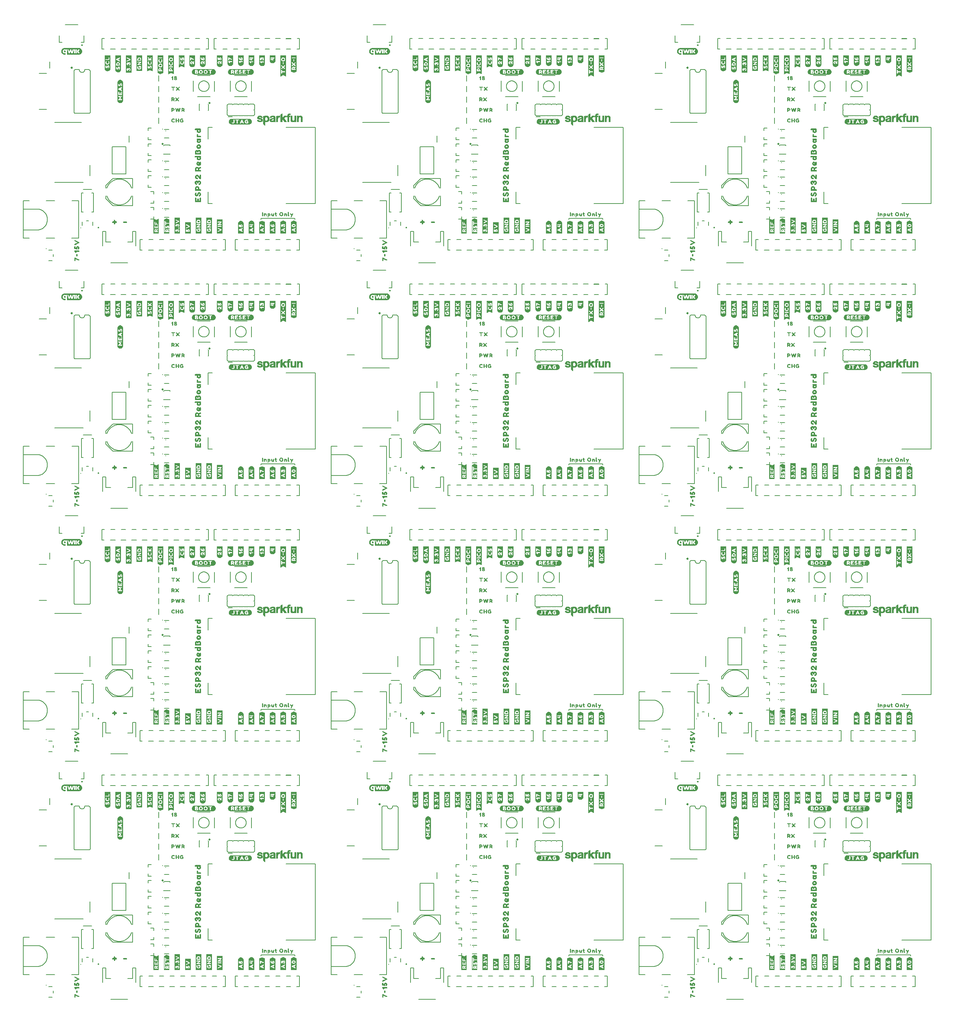
<source format=gto>
G04 EAGLE Gerber RS-274X export*
G75*
%MOMM*%
%FSLAX34Y34*%
%LPD*%
%INSilkscreen Top*%
%IPPOS*%
%AMOC8*
5,1,8,0,0,1.08239X$1,22.5*%
G01*
%ADD10C,0.203200*%
%ADD11C,0.254000*%
%ADD12C,0.127000*%
%ADD13C,0.508000*%
%ADD14C,0.300000*%
%ADD15C,0.254000*%
%ADD16C,0.177800*%

G36*
X2010582Y1637827D02*
X2010582Y1637827D01*
X2010583Y1637826D01*
X2011983Y1638026D01*
X2011985Y1638028D01*
X2011988Y1638027D01*
X2012587Y1638227D01*
X2013287Y1638427D01*
X2013288Y1638429D01*
X2013291Y1638428D01*
X2013891Y1638728D01*
X2013891Y1638730D01*
X2013892Y1638729D01*
X2014392Y1639029D01*
X2014393Y1639032D01*
X2014396Y1639031D01*
X2014995Y1639531D01*
X2015495Y1639931D01*
X2015496Y1639935D01*
X2015499Y1639935D01*
X2015899Y1640435D01*
X2015899Y1640436D01*
X2015900Y1640437D01*
X2016300Y1641037D01*
X2016300Y1641039D01*
X2016302Y1641039D01*
X2016902Y1642239D01*
X2016901Y1642242D01*
X2016903Y1642243D01*
X2017103Y1642943D01*
X2017102Y1642945D01*
X2017104Y1642946D01*
X2017204Y1643546D01*
X2017204Y1643547D01*
X2017304Y1644247D01*
X2017303Y1644248D01*
X2017304Y1644249D01*
X2017304Y1644250D01*
X2017304Y1645550D01*
X2017301Y1645553D01*
X2017303Y1645557D01*
X2017103Y1646257D01*
X2017103Y1646258D01*
X2016903Y1646857D01*
X2016703Y1647557D01*
X2016701Y1647558D01*
X2016702Y1647561D01*
X2016402Y1648161D01*
X2016398Y1648162D01*
X2016399Y1648165D01*
X2016000Y1648664D01*
X2015600Y1649263D01*
X2015595Y1649265D01*
X2015595Y1649269D01*
X2015096Y1649668D01*
X2014597Y1650167D01*
X2014592Y1650167D01*
X2014591Y1650172D01*
X2012791Y1651072D01*
X2012788Y1651071D01*
X2012787Y1651073D01*
X2012087Y1651273D01*
X2012085Y1651272D01*
X2012084Y1651274D01*
X2011484Y1651374D01*
X2011483Y1651374D01*
X2010783Y1651474D01*
X2010781Y1651473D01*
X2010780Y1651474D01*
X1962080Y1651474D01*
X1962076Y1651471D01*
X1962072Y1651473D01*
X1962071Y1651471D01*
X1962068Y1651471D01*
X1962066Y1651462D01*
X1962056Y1651453D01*
X1962061Y1651447D01*
X1962058Y1651439D01*
X1962134Y1651288D01*
X1961999Y1651465D01*
X1961986Y1651467D01*
X1961980Y1651474D01*
X1961880Y1651474D01*
X1961878Y1651473D01*
X1961877Y1651474D01*
X1961177Y1651374D01*
X1961176Y1651374D01*
X1960576Y1651274D01*
X1960575Y1651272D01*
X1960573Y1651273D01*
X1959873Y1651073D01*
X1959872Y1651073D01*
X1959272Y1650873D01*
X1959271Y1650871D01*
X1959269Y1650872D01*
X1958669Y1650572D01*
X1958668Y1650570D01*
X1958667Y1650570D01*
X1958067Y1650170D01*
X1958066Y1650169D01*
X1958065Y1650169D01*
X1957565Y1649769D01*
X1957565Y1649767D01*
X1957563Y1649767D01*
X1957063Y1649267D01*
X1957063Y1649265D01*
X1957061Y1649265D01*
X1956661Y1648765D01*
X1956661Y1648764D01*
X1956660Y1648763D01*
X1956260Y1648163D01*
X1956260Y1648161D01*
X1956258Y1648161D01*
X1955658Y1646961D01*
X1955659Y1646958D01*
X1955657Y1646958D01*
X1955457Y1646358D01*
X1955458Y1646355D01*
X1955456Y1646353D01*
X1955256Y1644953D01*
X1955257Y1644951D01*
X1955256Y1644950D01*
X1955256Y1644350D01*
X1955257Y1644348D01*
X1955256Y1644347D01*
X1955456Y1642947D01*
X1955458Y1642945D01*
X1955457Y1642942D01*
X1955857Y1641742D01*
X1955861Y1641740D01*
X1955860Y1641737D01*
X1956660Y1640537D01*
X1956661Y1640536D01*
X1956661Y1640535D01*
X1957061Y1640035D01*
X1957063Y1640035D01*
X1957063Y1640033D01*
X1957563Y1639533D01*
X1957565Y1639533D01*
X1957565Y1639531D01*
X1958065Y1639131D01*
X1958066Y1639131D01*
X1958067Y1639130D01*
X1958667Y1638730D01*
X1958669Y1638730D01*
X1958669Y1638728D01*
X1959269Y1638428D01*
X1959272Y1638429D01*
X1959272Y1638427D01*
X1959872Y1638227D01*
X1959873Y1638227D01*
X1960573Y1638027D01*
X1960575Y1638028D01*
X1960576Y1638026D01*
X1961176Y1637926D01*
X1961177Y1637926D01*
X1961877Y1637826D01*
X1961879Y1637827D01*
X1961880Y1637826D01*
X2010580Y1637826D01*
X2010582Y1637827D01*
G37*
G36*
X532302Y1637827D02*
X532302Y1637827D01*
X532303Y1637826D01*
X533703Y1638026D01*
X533705Y1638028D01*
X533708Y1638027D01*
X534307Y1638227D01*
X535007Y1638427D01*
X535008Y1638429D01*
X535011Y1638428D01*
X535611Y1638728D01*
X535611Y1638730D01*
X535612Y1638729D01*
X536112Y1639029D01*
X536113Y1639032D01*
X536116Y1639031D01*
X536715Y1639531D01*
X537215Y1639931D01*
X537216Y1639935D01*
X537219Y1639935D01*
X537619Y1640435D01*
X537619Y1640436D01*
X537620Y1640437D01*
X538020Y1641037D01*
X538020Y1641039D01*
X538022Y1641039D01*
X538622Y1642239D01*
X538621Y1642242D01*
X538623Y1642243D01*
X538823Y1642943D01*
X538822Y1642945D01*
X538824Y1642946D01*
X538924Y1643546D01*
X538924Y1643547D01*
X539024Y1644247D01*
X539023Y1644248D01*
X539024Y1644249D01*
X539024Y1644250D01*
X539024Y1645550D01*
X539021Y1645553D01*
X539023Y1645557D01*
X538823Y1646257D01*
X538823Y1646258D01*
X538623Y1646857D01*
X538423Y1647557D01*
X538421Y1647558D01*
X538422Y1647561D01*
X538122Y1648161D01*
X538118Y1648162D01*
X538119Y1648165D01*
X537720Y1648664D01*
X537320Y1649263D01*
X537315Y1649265D01*
X537315Y1649269D01*
X536816Y1649668D01*
X536317Y1650167D01*
X536312Y1650167D01*
X536311Y1650172D01*
X534511Y1651072D01*
X534508Y1651071D01*
X534507Y1651073D01*
X533807Y1651273D01*
X533805Y1651272D01*
X533804Y1651274D01*
X533204Y1651374D01*
X533203Y1651374D01*
X532503Y1651474D01*
X532501Y1651473D01*
X532500Y1651474D01*
X483800Y1651474D01*
X483796Y1651471D01*
X483792Y1651473D01*
X483791Y1651471D01*
X483788Y1651471D01*
X483786Y1651462D01*
X483776Y1651453D01*
X483781Y1651447D01*
X483778Y1651439D01*
X483854Y1651288D01*
X483719Y1651465D01*
X483706Y1651467D01*
X483700Y1651474D01*
X483600Y1651474D01*
X483598Y1651473D01*
X483597Y1651474D01*
X482897Y1651374D01*
X482896Y1651374D01*
X482296Y1651274D01*
X482295Y1651272D01*
X482293Y1651273D01*
X481593Y1651073D01*
X481592Y1651073D01*
X480992Y1650873D01*
X480991Y1650871D01*
X480989Y1650872D01*
X480389Y1650572D01*
X480388Y1650570D01*
X480387Y1650570D01*
X479787Y1650170D01*
X479786Y1650169D01*
X479785Y1650169D01*
X479285Y1649769D01*
X479285Y1649767D01*
X479283Y1649767D01*
X478783Y1649267D01*
X478783Y1649265D01*
X478781Y1649265D01*
X478381Y1648765D01*
X478381Y1648764D01*
X478380Y1648763D01*
X477980Y1648163D01*
X477980Y1648161D01*
X477978Y1648161D01*
X477378Y1646961D01*
X477379Y1646958D01*
X477377Y1646958D01*
X477177Y1646358D01*
X477178Y1646355D01*
X477176Y1646353D01*
X476976Y1644953D01*
X476977Y1644951D01*
X476976Y1644950D01*
X476976Y1644350D01*
X476977Y1644348D01*
X476976Y1644347D01*
X477176Y1642947D01*
X477178Y1642945D01*
X477177Y1642942D01*
X477577Y1641742D01*
X477581Y1641740D01*
X477580Y1641737D01*
X478380Y1640537D01*
X478381Y1640536D01*
X478381Y1640535D01*
X478781Y1640035D01*
X478783Y1640035D01*
X478783Y1640033D01*
X479283Y1639533D01*
X479285Y1639533D01*
X479285Y1639531D01*
X479785Y1639131D01*
X479786Y1639131D01*
X479787Y1639130D01*
X480387Y1638730D01*
X480389Y1638730D01*
X480389Y1638728D01*
X480989Y1638428D01*
X480992Y1638429D01*
X480992Y1638427D01*
X481592Y1638227D01*
X481593Y1638227D01*
X482293Y1638027D01*
X482295Y1638028D01*
X482296Y1638026D01*
X482896Y1637926D01*
X482897Y1637926D01*
X483597Y1637826D01*
X483599Y1637827D01*
X483600Y1637826D01*
X532300Y1637826D01*
X532302Y1637827D01*
G37*
G36*
X1271442Y1637827D02*
X1271442Y1637827D01*
X1271443Y1637826D01*
X1272843Y1638026D01*
X1272845Y1638028D01*
X1272848Y1638027D01*
X1273447Y1638227D01*
X1274147Y1638427D01*
X1274148Y1638429D01*
X1274151Y1638428D01*
X1274751Y1638728D01*
X1274751Y1638730D01*
X1274752Y1638729D01*
X1275252Y1639029D01*
X1275253Y1639032D01*
X1275256Y1639031D01*
X1275855Y1639531D01*
X1276355Y1639931D01*
X1276356Y1639935D01*
X1276359Y1639935D01*
X1276759Y1640435D01*
X1276759Y1640436D01*
X1276760Y1640437D01*
X1277160Y1641037D01*
X1277160Y1641039D01*
X1277162Y1641039D01*
X1277762Y1642239D01*
X1277761Y1642242D01*
X1277763Y1642243D01*
X1277963Y1642943D01*
X1277962Y1642945D01*
X1277964Y1642946D01*
X1278064Y1643546D01*
X1278064Y1643547D01*
X1278164Y1644247D01*
X1278163Y1644248D01*
X1278164Y1644249D01*
X1278164Y1644250D01*
X1278164Y1645550D01*
X1278161Y1645553D01*
X1278163Y1645557D01*
X1277963Y1646257D01*
X1277963Y1646258D01*
X1277763Y1646857D01*
X1277563Y1647557D01*
X1277561Y1647558D01*
X1277562Y1647561D01*
X1277262Y1648161D01*
X1277258Y1648162D01*
X1277259Y1648165D01*
X1276860Y1648664D01*
X1276460Y1649263D01*
X1276455Y1649265D01*
X1276455Y1649269D01*
X1275956Y1649668D01*
X1275457Y1650167D01*
X1275452Y1650167D01*
X1275451Y1650172D01*
X1273651Y1651072D01*
X1273648Y1651071D01*
X1273647Y1651073D01*
X1272947Y1651273D01*
X1272945Y1651272D01*
X1272944Y1651274D01*
X1272344Y1651374D01*
X1272343Y1651374D01*
X1271643Y1651474D01*
X1271641Y1651473D01*
X1271640Y1651474D01*
X1222940Y1651474D01*
X1222936Y1651471D01*
X1222932Y1651473D01*
X1222931Y1651471D01*
X1222928Y1651471D01*
X1222926Y1651462D01*
X1222916Y1651453D01*
X1222921Y1651447D01*
X1222918Y1651439D01*
X1222994Y1651288D01*
X1222859Y1651465D01*
X1222846Y1651467D01*
X1222840Y1651474D01*
X1222740Y1651474D01*
X1222738Y1651473D01*
X1222737Y1651474D01*
X1222037Y1651374D01*
X1222036Y1651374D01*
X1221436Y1651274D01*
X1221435Y1651272D01*
X1221433Y1651273D01*
X1220733Y1651073D01*
X1220732Y1651073D01*
X1220132Y1650873D01*
X1220131Y1650871D01*
X1220129Y1650872D01*
X1219529Y1650572D01*
X1219528Y1650570D01*
X1219527Y1650570D01*
X1218927Y1650170D01*
X1218926Y1650169D01*
X1218925Y1650169D01*
X1218425Y1649769D01*
X1218425Y1649767D01*
X1218423Y1649767D01*
X1217923Y1649267D01*
X1217923Y1649265D01*
X1217921Y1649265D01*
X1217521Y1648765D01*
X1217521Y1648764D01*
X1217520Y1648763D01*
X1217120Y1648163D01*
X1217120Y1648161D01*
X1217118Y1648161D01*
X1216518Y1646961D01*
X1216519Y1646958D01*
X1216517Y1646958D01*
X1216317Y1646358D01*
X1216318Y1646355D01*
X1216316Y1646353D01*
X1216116Y1644953D01*
X1216117Y1644951D01*
X1216116Y1644950D01*
X1216116Y1644350D01*
X1216117Y1644348D01*
X1216116Y1644347D01*
X1216316Y1642947D01*
X1216318Y1642945D01*
X1216317Y1642942D01*
X1216717Y1641742D01*
X1216721Y1641740D01*
X1216720Y1641737D01*
X1217520Y1640537D01*
X1217521Y1640536D01*
X1217521Y1640535D01*
X1217921Y1640035D01*
X1217923Y1640035D01*
X1217923Y1640033D01*
X1218423Y1639533D01*
X1218425Y1639533D01*
X1218425Y1639531D01*
X1218925Y1639131D01*
X1218926Y1639131D01*
X1218927Y1639130D01*
X1219527Y1638730D01*
X1219529Y1638730D01*
X1219529Y1638728D01*
X1220129Y1638428D01*
X1220132Y1638429D01*
X1220132Y1638427D01*
X1220732Y1638227D01*
X1220733Y1638227D01*
X1221433Y1638027D01*
X1221435Y1638028D01*
X1221436Y1638026D01*
X1222036Y1637926D01*
X1222037Y1637926D01*
X1222737Y1637826D01*
X1222739Y1637827D01*
X1222740Y1637826D01*
X1271440Y1637826D01*
X1271442Y1637827D01*
G37*
G36*
X2010582Y459267D02*
X2010582Y459267D01*
X2010583Y459266D01*
X2011983Y459466D01*
X2011985Y459468D01*
X2011988Y459467D01*
X2012587Y459667D01*
X2013287Y459867D01*
X2013288Y459869D01*
X2013291Y459868D01*
X2013891Y460168D01*
X2013891Y460170D01*
X2013892Y460169D01*
X2014392Y460469D01*
X2014393Y460472D01*
X2014396Y460471D01*
X2014995Y460971D01*
X2015495Y461371D01*
X2015496Y461375D01*
X2015499Y461375D01*
X2015899Y461875D01*
X2015899Y461876D01*
X2015900Y461877D01*
X2016300Y462477D01*
X2016300Y462479D01*
X2016302Y462479D01*
X2016902Y463679D01*
X2016901Y463682D01*
X2016903Y463683D01*
X2017103Y464383D01*
X2017102Y464385D01*
X2017104Y464386D01*
X2017204Y464986D01*
X2017204Y464987D01*
X2017304Y465687D01*
X2017303Y465688D01*
X2017304Y465689D01*
X2017304Y465690D01*
X2017304Y466990D01*
X2017301Y466993D01*
X2017303Y466997D01*
X2017103Y467697D01*
X2017103Y467698D01*
X2016903Y468297D01*
X2016703Y468997D01*
X2016701Y468998D01*
X2016702Y469001D01*
X2016402Y469601D01*
X2016398Y469602D01*
X2016399Y469605D01*
X2016000Y470104D01*
X2015600Y470703D01*
X2015595Y470705D01*
X2015595Y470709D01*
X2015096Y471108D01*
X2014597Y471607D01*
X2014592Y471607D01*
X2014591Y471612D01*
X2012791Y472512D01*
X2012788Y472511D01*
X2012787Y472513D01*
X2012087Y472713D01*
X2012085Y472712D01*
X2012084Y472714D01*
X2011484Y472814D01*
X2011483Y472814D01*
X2010783Y472914D01*
X2010781Y472913D01*
X2010780Y472914D01*
X1962080Y472914D01*
X1962076Y472911D01*
X1962072Y472913D01*
X1962071Y472911D01*
X1962068Y472911D01*
X1962066Y472902D01*
X1962056Y472893D01*
X1962061Y472887D01*
X1962058Y472879D01*
X1962134Y472728D01*
X1961999Y472905D01*
X1961986Y472907D01*
X1961980Y472914D01*
X1961880Y472914D01*
X1961878Y472913D01*
X1961877Y472914D01*
X1961177Y472814D01*
X1961176Y472814D01*
X1960576Y472714D01*
X1960575Y472712D01*
X1960573Y472713D01*
X1959873Y472513D01*
X1959872Y472513D01*
X1959272Y472313D01*
X1959271Y472311D01*
X1959269Y472312D01*
X1958669Y472012D01*
X1958668Y472010D01*
X1958667Y472010D01*
X1958067Y471610D01*
X1958066Y471609D01*
X1958065Y471609D01*
X1957565Y471209D01*
X1957565Y471207D01*
X1957563Y471207D01*
X1957063Y470707D01*
X1957063Y470705D01*
X1957061Y470705D01*
X1956661Y470205D01*
X1956661Y470204D01*
X1956660Y470203D01*
X1956260Y469603D01*
X1956260Y469601D01*
X1956258Y469601D01*
X1955658Y468401D01*
X1955659Y468398D01*
X1955657Y468398D01*
X1955457Y467798D01*
X1955458Y467795D01*
X1955456Y467793D01*
X1955256Y466393D01*
X1955257Y466391D01*
X1955256Y466390D01*
X1955256Y465790D01*
X1955257Y465788D01*
X1955256Y465787D01*
X1955456Y464387D01*
X1955458Y464385D01*
X1955457Y464382D01*
X1955857Y463182D01*
X1955861Y463180D01*
X1955860Y463177D01*
X1956660Y461977D01*
X1956661Y461976D01*
X1956661Y461975D01*
X1957061Y461475D01*
X1957063Y461475D01*
X1957063Y461473D01*
X1957563Y460973D01*
X1957565Y460973D01*
X1957565Y460971D01*
X1958065Y460571D01*
X1958066Y460571D01*
X1958067Y460570D01*
X1958667Y460170D01*
X1958669Y460170D01*
X1958669Y460168D01*
X1959269Y459868D01*
X1959272Y459869D01*
X1959272Y459867D01*
X1959872Y459667D01*
X1959873Y459667D01*
X1960573Y459467D01*
X1960575Y459468D01*
X1960576Y459466D01*
X1961176Y459366D01*
X1961177Y459366D01*
X1961877Y459266D01*
X1961879Y459267D01*
X1961880Y459266D01*
X2010580Y459266D01*
X2010582Y459267D01*
G37*
G36*
X532302Y459267D02*
X532302Y459267D01*
X532303Y459266D01*
X533703Y459466D01*
X533705Y459468D01*
X533708Y459467D01*
X534307Y459667D01*
X535007Y459867D01*
X535008Y459869D01*
X535011Y459868D01*
X535611Y460168D01*
X535611Y460170D01*
X535612Y460169D01*
X536112Y460469D01*
X536113Y460472D01*
X536116Y460471D01*
X536715Y460971D01*
X537215Y461371D01*
X537216Y461375D01*
X537219Y461375D01*
X537619Y461875D01*
X537619Y461876D01*
X537620Y461877D01*
X538020Y462477D01*
X538020Y462479D01*
X538022Y462479D01*
X538622Y463679D01*
X538621Y463682D01*
X538623Y463683D01*
X538823Y464383D01*
X538822Y464385D01*
X538824Y464386D01*
X538924Y464986D01*
X538924Y464987D01*
X539024Y465687D01*
X539023Y465688D01*
X539024Y465689D01*
X539024Y465690D01*
X539024Y466990D01*
X539021Y466993D01*
X539023Y466997D01*
X538823Y467697D01*
X538823Y467698D01*
X538623Y468297D01*
X538423Y468997D01*
X538421Y468998D01*
X538422Y469001D01*
X538122Y469601D01*
X538118Y469602D01*
X538119Y469605D01*
X537720Y470104D01*
X537320Y470703D01*
X537315Y470705D01*
X537315Y470709D01*
X536816Y471108D01*
X536317Y471607D01*
X536312Y471607D01*
X536311Y471612D01*
X534511Y472512D01*
X534508Y472511D01*
X534507Y472513D01*
X533807Y472713D01*
X533805Y472712D01*
X533804Y472714D01*
X533204Y472814D01*
X533203Y472814D01*
X532503Y472914D01*
X532501Y472913D01*
X532500Y472914D01*
X483800Y472914D01*
X483796Y472911D01*
X483792Y472913D01*
X483791Y472911D01*
X483788Y472911D01*
X483786Y472902D01*
X483776Y472893D01*
X483781Y472887D01*
X483778Y472879D01*
X483854Y472728D01*
X483719Y472905D01*
X483706Y472907D01*
X483700Y472914D01*
X483600Y472914D01*
X483598Y472913D01*
X483597Y472914D01*
X482897Y472814D01*
X482896Y472814D01*
X482296Y472714D01*
X482295Y472712D01*
X482293Y472713D01*
X481593Y472513D01*
X481592Y472513D01*
X480992Y472313D01*
X480991Y472311D01*
X480989Y472312D01*
X480389Y472012D01*
X480388Y472010D01*
X480387Y472010D01*
X479787Y471610D01*
X479786Y471609D01*
X479785Y471609D01*
X479285Y471209D01*
X479285Y471207D01*
X479283Y471207D01*
X478783Y470707D01*
X478783Y470705D01*
X478781Y470705D01*
X478381Y470205D01*
X478381Y470204D01*
X478380Y470203D01*
X477980Y469603D01*
X477980Y469601D01*
X477978Y469601D01*
X477378Y468401D01*
X477379Y468398D01*
X477377Y468398D01*
X477177Y467798D01*
X477178Y467795D01*
X477176Y467793D01*
X476976Y466393D01*
X476977Y466391D01*
X476976Y466390D01*
X476976Y465790D01*
X476977Y465788D01*
X476976Y465787D01*
X477176Y464387D01*
X477178Y464385D01*
X477177Y464382D01*
X477577Y463182D01*
X477581Y463180D01*
X477580Y463177D01*
X478380Y461977D01*
X478381Y461976D01*
X478381Y461975D01*
X478781Y461475D01*
X478783Y461475D01*
X478783Y461473D01*
X479283Y460973D01*
X479285Y460973D01*
X479285Y460971D01*
X479785Y460571D01*
X479786Y460571D01*
X479787Y460570D01*
X480387Y460170D01*
X480389Y460170D01*
X480389Y460168D01*
X480989Y459868D01*
X480992Y459869D01*
X480992Y459867D01*
X481592Y459667D01*
X481593Y459667D01*
X482293Y459467D01*
X482295Y459468D01*
X482296Y459466D01*
X482896Y459366D01*
X482897Y459366D01*
X483597Y459266D01*
X483599Y459267D01*
X483600Y459266D01*
X532300Y459266D01*
X532302Y459267D01*
G37*
G36*
X1271442Y459267D02*
X1271442Y459267D01*
X1271443Y459266D01*
X1272843Y459466D01*
X1272845Y459468D01*
X1272848Y459467D01*
X1273447Y459667D01*
X1274147Y459867D01*
X1274148Y459869D01*
X1274151Y459868D01*
X1274751Y460168D01*
X1274751Y460170D01*
X1274752Y460169D01*
X1275252Y460469D01*
X1275253Y460472D01*
X1275256Y460471D01*
X1275855Y460971D01*
X1276355Y461371D01*
X1276356Y461375D01*
X1276359Y461375D01*
X1276759Y461875D01*
X1276759Y461876D01*
X1276760Y461877D01*
X1277160Y462477D01*
X1277160Y462479D01*
X1277162Y462479D01*
X1277762Y463679D01*
X1277761Y463682D01*
X1277763Y463683D01*
X1277963Y464383D01*
X1277962Y464385D01*
X1277964Y464386D01*
X1278064Y464986D01*
X1278064Y464987D01*
X1278164Y465687D01*
X1278163Y465688D01*
X1278164Y465689D01*
X1278164Y465690D01*
X1278164Y466990D01*
X1278161Y466993D01*
X1278163Y466997D01*
X1277963Y467697D01*
X1277963Y467698D01*
X1277763Y468297D01*
X1277563Y468997D01*
X1277561Y468998D01*
X1277562Y469001D01*
X1277262Y469601D01*
X1277258Y469602D01*
X1277259Y469605D01*
X1276860Y470104D01*
X1276460Y470703D01*
X1276455Y470705D01*
X1276455Y470709D01*
X1275956Y471108D01*
X1275457Y471607D01*
X1275452Y471607D01*
X1275451Y471612D01*
X1273651Y472512D01*
X1273648Y472511D01*
X1273647Y472513D01*
X1272947Y472713D01*
X1272945Y472712D01*
X1272944Y472714D01*
X1272344Y472814D01*
X1272343Y472814D01*
X1271643Y472914D01*
X1271641Y472913D01*
X1271640Y472914D01*
X1222940Y472914D01*
X1222936Y472911D01*
X1222932Y472913D01*
X1222931Y472911D01*
X1222928Y472911D01*
X1222926Y472902D01*
X1222916Y472893D01*
X1222921Y472887D01*
X1222918Y472879D01*
X1222994Y472728D01*
X1222859Y472905D01*
X1222846Y472907D01*
X1222840Y472914D01*
X1222740Y472914D01*
X1222738Y472913D01*
X1222737Y472914D01*
X1222037Y472814D01*
X1222036Y472814D01*
X1221436Y472714D01*
X1221435Y472712D01*
X1221433Y472713D01*
X1220733Y472513D01*
X1220732Y472513D01*
X1220132Y472313D01*
X1220131Y472311D01*
X1220129Y472312D01*
X1219529Y472012D01*
X1219528Y472010D01*
X1219527Y472010D01*
X1218927Y471610D01*
X1218926Y471609D01*
X1218925Y471609D01*
X1218425Y471209D01*
X1218425Y471207D01*
X1218423Y471207D01*
X1217923Y470707D01*
X1217923Y470705D01*
X1217921Y470705D01*
X1217521Y470205D01*
X1217521Y470204D01*
X1217520Y470203D01*
X1217120Y469603D01*
X1217120Y469601D01*
X1217118Y469601D01*
X1216518Y468401D01*
X1216519Y468398D01*
X1216517Y468398D01*
X1216317Y467798D01*
X1216318Y467795D01*
X1216316Y467793D01*
X1216116Y466393D01*
X1216117Y466391D01*
X1216116Y466390D01*
X1216116Y465790D01*
X1216117Y465788D01*
X1216116Y465787D01*
X1216316Y464387D01*
X1216318Y464385D01*
X1216317Y464382D01*
X1216717Y463182D01*
X1216721Y463180D01*
X1216720Y463177D01*
X1217520Y461977D01*
X1217521Y461976D01*
X1217521Y461975D01*
X1217921Y461475D01*
X1217923Y461475D01*
X1217923Y461473D01*
X1218423Y460973D01*
X1218425Y460973D01*
X1218425Y460971D01*
X1218925Y460571D01*
X1218926Y460571D01*
X1218927Y460570D01*
X1219527Y460170D01*
X1219529Y460170D01*
X1219529Y460168D01*
X1220129Y459868D01*
X1220132Y459869D01*
X1220132Y459867D01*
X1220732Y459667D01*
X1220733Y459667D01*
X1221433Y459467D01*
X1221435Y459468D01*
X1221436Y459466D01*
X1222036Y459366D01*
X1222037Y459366D01*
X1222737Y459266D01*
X1222739Y459267D01*
X1222740Y459266D01*
X1271440Y459266D01*
X1271442Y459267D01*
G37*
G36*
X2010582Y2227107D02*
X2010582Y2227107D01*
X2010583Y2227106D01*
X2011983Y2227306D01*
X2011985Y2227308D01*
X2011988Y2227307D01*
X2012587Y2227507D01*
X2013287Y2227707D01*
X2013288Y2227709D01*
X2013291Y2227708D01*
X2013891Y2228008D01*
X2013891Y2228010D01*
X2013892Y2228009D01*
X2014392Y2228309D01*
X2014393Y2228312D01*
X2014396Y2228311D01*
X2014995Y2228811D01*
X2015495Y2229211D01*
X2015496Y2229215D01*
X2015499Y2229215D01*
X2015899Y2229715D01*
X2015899Y2229716D01*
X2015900Y2229717D01*
X2016300Y2230317D01*
X2016300Y2230319D01*
X2016302Y2230319D01*
X2016902Y2231519D01*
X2016901Y2231522D01*
X2016903Y2231523D01*
X2017103Y2232223D01*
X2017102Y2232225D01*
X2017104Y2232226D01*
X2017204Y2232826D01*
X2017204Y2232827D01*
X2017304Y2233527D01*
X2017303Y2233528D01*
X2017304Y2233529D01*
X2017304Y2233530D01*
X2017304Y2234830D01*
X2017301Y2234833D01*
X2017303Y2234837D01*
X2017103Y2235537D01*
X2017103Y2235538D01*
X2016903Y2236137D01*
X2016703Y2236837D01*
X2016701Y2236838D01*
X2016702Y2236841D01*
X2016402Y2237441D01*
X2016398Y2237442D01*
X2016399Y2237445D01*
X2016000Y2237944D01*
X2015600Y2238543D01*
X2015595Y2238545D01*
X2015595Y2238549D01*
X2015096Y2238948D01*
X2014597Y2239447D01*
X2014592Y2239447D01*
X2014591Y2239452D01*
X2012791Y2240352D01*
X2012788Y2240351D01*
X2012787Y2240353D01*
X2012087Y2240553D01*
X2012085Y2240552D01*
X2012084Y2240554D01*
X2011484Y2240654D01*
X2011483Y2240654D01*
X2010783Y2240754D01*
X2010781Y2240753D01*
X2010780Y2240754D01*
X1962080Y2240754D01*
X1962076Y2240751D01*
X1962072Y2240753D01*
X1962071Y2240751D01*
X1962068Y2240751D01*
X1962066Y2240742D01*
X1962056Y2240733D01*
X1962061Y2240727D01*
X1962058Y2240719D01*
X1962134Y2240568D01*
X1961999Y2240745D01*
X1961986Y2240747D01*
X1961980Y2240754D01*
X1961880Y2240754D01*
X1961878Y2240753D01*
X1961877Y2240754D01*
X1961177Y2240654D01*
X1961176Y2240654D01*
X1960576Y2240554D01*
X1960575Y2240552D01*
X1960573Y2240553D01*
X1959873Y2240353D01*
X1959872Y2240353D01*
X1959272Y2240153D01*
X1959271Y2240151D01*
X1959269Y2240152D01*
X1958669Y2239852D01*
X1958668Y2239850D01*
X1958667Y2239850D01*
X1958067Y2239450D01*
X1958066Y2239449D01*
X1958065Y2239449D01*
X1957565Y2239049D01*
X1957565Y2239047D01*
X1957563Y2239047D01*
X1957063Y2238547D01*
X1957063Y2238545D01*
X1957061Y2238545D01*
X1956661Y2238045D01*
X1956661Y2238044D01*
X1956660Y2238043D01*
X1956260Y2237443D01*
X1956260Y2237441D01*
X1956258Y2237441D01*
X1955658Y2236241D01*
X1955659Y2236238D01*
X1955657Y2236238D01*
X1955457Y2235638D01*
X1955458Y2235635D01*
X1955456Y2235633D01*
X1955256Y2234233D01*
X1955257Y2234231D01*
X1955256Y2234230D01*
X1955256Y2233630D01*
X1955257Y2233628D01*
X1955256Y2233627D01*
X1955456Y2232227D01*
X1955458Y2232225D01*
X1955457Y2232222D01*
X1955857Y2231022D01*
X1955861Y2231020D01*
X1955860Y2231017D01*
X1956660Y2229817D01*
X1956661Y2229816D01*
X1956661Y2229815D01*
X1957061Y2229315D01*
X1957063Y2229315D01*
X1957063Y2229313D01*
X1957563Y2228813D01*
X1957565Y2228813D01*
X1957565Y2228811D01*
X1958065Y2228411D01*
X1958066Y2228411D01*
X1958067Y2228410D01*
X1958667Y2228010D01*
X1958669Y2228010D01*
X1958669Y2228008D01*
X1959269Y2227708D01*
X1959272Y2227709D01*
X1959272Y2227707D01*
X1959872Y2227507D01*
X1959873Y2227507D01*
X1960573Y2227307D01*
X1960575Y2227308D01*
X1960576Y2227306D01*
X1961176Y2227206D01*
X1961177Y2227206D01*
X1961877Y2227106D01*
X1961879Y2227107D01*
X1961880Y2227106D01*
X2010580Y2227106D01*
X2010582Y2227107D01*
G37*
G36*
X532302Y2227107D02*
X532302Y2227107D01*
X532303Y2227106D01*
X533703Y2227306D01*
X533705Y2227308D01*
X533708Y2227307D01*
X534307Y2227507D01*
X535007Y2227707D01*
X535008Y2227709D01*
X535011Y2227708D01*
X535611Y2228008D01*
X535611Y2228010D01*
X535612Y2228009D01*
X536112Y2228309D01*
X536113Y2228312D01*
X536116Y2228311D01*
X536715Y2228811D01*
X537215Y2229211D01*
X537216Y2229215D01*
X537219Y2229215D01*
X537619Y2229715D01*
X537619Y2229716D01*
X537620Y2229717D01*
X538020Y2230317D01*
X538020Y2230319D01*
X538022Y2230319D01*
X538622Y2231519D01*
X538621Y2231522D01*
X538623Y2231523D01*
X538823Y2232223D01*
X538822Y2232225D01*
X538824Y2232226D01*
X538924Y2232826D01*
X538924Y2232827D01*
X539024Y2233527D01*
X539023Y2233528D01*
X539024Y2233529D01*
X539024Y2233530D01*
X539024Y2234830D01*
X539021Y2234833D01*
X539023Y2234837D01*
X538823Y2235537D01*
X538823Y2235538D01*
X538623Y2236137D01*
X538423Y2236837D01*
X538421Y2236838D01*
X538422Y2236841D01*
X538122Y2237441D01*
X538118Y2237442D01*
X538119Y2237445D01*
X537720Y2237944D01*
X537320Y2238543D01*
X537315Y2238545D01*
X537315Y2238549D01*
X536816Y2238948D01*
X536317Y2239447D01*
X536312Y2239447D01*
X536311Y2239452D01*
X534511Y2240352D01*
X534508Y2240351D01*
X534507Y2240353D01*
X533807Y2240553D01*
X533805Y2240552D01*
X533804Y2240554D01*
X533204Y2240654D01*
X533203Y2240654D01*
X532503Y2240754D01*
X532501Y2240753D01*
X532500Y2240754D01*
X483800Y2240754D01*
X483796Y2240751D01*
X483792Y2240753D01*
X483791Y2240751D01*
X483788Y2240751D01*
X483786Y2240742D01*
X483776Y2240733D01*
X483781Y2240727D01*
X483778Y2240719D01*
X483854Y2240568D01*
X483719Y2240745D01*
X483706Y2240747D01*
X483700Y2240754D01*
X483600Y2240754D01*
X483598Y2240753D01*
X483597Y2240754D01*
X482897Y2240654D01*
X482896Y2240654D01*
X482296Y2240554D01*
X482295Y2240552D01*
X482293Y2240553D01*
X481593Y2240353D01*
X481592Y2240353D01*
X480992Y2240153D01*
X480991Y2240151D01*
X480989Y2240152D01*
X480389Y2239852D01*
X480388Y2239850D01*
X480387Y2239850D01*
X479787Y2239450D01*
X479786Y2239449D01*
X479785Y2239449D01*
X479285Y2239049D01*
X479285Y2239047D01*
X479283Y2239047D01*
X478783Y2238547D01*
X478783Y2238545D01*
X478781Y2238545D01*
X478381Y2238045D01*
X478381Y2238044D01*
X478380Y2238043D01*
X477980Y2237443D01*
X477980Y2237441D01*
X477978Y2237441D01*
X477378Y2236241D01*
X477379Y2236238D01*
X477377Y2236238D01*
X477177Y2235638D01*
X477178Y2235635D01*
X477176Y2235633D01*
X476976Y2234233D01*
X476977Y2234231D01*
X476976Y2234230D01*
X476976Y2233630D01*
X476977Y2233628D01*
X476976Y2233627D01*
X477176Y2232227D01*
X477178Y2232225D01*
X477177Y2232222D01*
X477577Y2231022D01*
X477581Y2231020D01*
X477580Y2231017D01*
X478380Y2229817D01*
X478381Y2229816D01*
X478381Y2229815D01*
X478781Y2229315D01*
X478783Y2229315D01*
X478783Y2229313D01*
X479283Y2228813D01*
X479285Y2228813D01*
X479285Y2228811D01*
X479785Y2228411D01*
X479786Y2228411D01*
X479787Y2228410D01*
X480387Y2228010D01*
X480389Y2228010D01*
X480389Y2228008D01*
X480989Y2227708D01*
X480992Y2227709D01*
X480992Y2227707D01*
X481592Y2227507D01*
X481593Y2227507D01*
X482293Y2227307D01*
X482295Y2227308D01*
X482296Y2227306D01*
X482896Y2227206D01*
X482897Y2227206D01*
X483597Y2227106D01*
X483599Y2227107D01*
X483600Y2227106D01*
X532300Y2227106D01*
X532302Y2227107D01*
G37*
G36*
X2010582Y1048547D02*
X2010582Y1048547D01*
X2010583Y1048546D01*
X2011983Y1048746D01*
X2011985Y1048748D01*
X2011988Y1048747D01*
X2012587Y1048947D01*
X2013287Y1049147D01*
X2013288Y1049149D01*
X2013291Y1049148D01*
X2013891Y1049448D01*
X2013891Y1049450D01*
X2013892Y1049449D01*
X2014392Y1049749D01*
X2014393Y1049752D01*
X2014396Y1049751D01*
X2014995Y1050251D01*
X2015495Y1050651D01*
X2015496Y1050655D01*
X2015499Y1050655D01*
X2015899Y1051155D01*
X2015899Y1051156D01*
X2015900Y1051157D01*
X2016300Y1051757D01*
X2016300Y1051759D01*
X2016302Y1051759D01*
X2016902Y1052959D01*
X2016901Y1052962D01*
X2016903Y1052963D01*
X2017103Y1053663D01*
X2017102Y1053665D01*
X2017104Y1053666D01*
X2017204Y1054266D01*
X2017204Y1054267D01*
X2017304Y1054967D01*
X2017303Y1054968D01*
X2017304Y1054969D01*
X2017304Y1054970D01*
X2017304Y1056270D01*
X2017301Y1056273D01*
X2017303Y1056277D01*
X2017103Y1056977D01*
X2017103Y1056978D01*
X2016903Y1057577D01*
X2016703Y1058277D01*
X2016701Y1058278D01*
X2016702Y1058281D01*
X2016402Y1058881D01*
X2016398Y1058882D01*
X2016399Y1058885D01*
X2016000Y1059384D01*
X2015600Y1059983D01*
X2015595Y1059985D01*
X2015595Y1059989D01*
X2015096Y1060388D01*
X2014597Y1060887D01*
X2014592Y1060887D01*
X2014591Y1060892D01*
X2012791Y1061792D01*
X2012788Y1061791D01*
X2012787Y1061793D01*
X2012087Y1061993D01*
X2012085Y1061992D01*
X2012084Y1061994D01*
X2011484Y1062094D01*
X2011483Y1062094D01*
X2010783Y1062194D01*
X2010781Y1062193D01*
X2010780Y1062194D01*
X1962080Y1062194D01*
X1962076Y1062191D01*
X1962072Y1062193D01*
X1962071Y1062191D01*
X1962068Y1062191D01*
X1962066Y1062182D01*
X1962056Y1062173D01*
X1962061Y1062167D01*
X1962058Y1062159D01*
X1962134Y1062008D01*
X1961999Y1062185D01*
X1961986Y1062187D01*
X1961980Y1062194D01*
X1961880Y1062194D01*
X1961878Y1062193D01*
X1961877Y1062194D01*
X1961177Y1062094D01*
X1961176Y1062094D01*
X1960576Y1061994D01*
X1960575Y1061992D01*
X1960573Y1061993D01*
X1959873Y1061793D01*
X1959872Y1061793D01*
X1959272Y1061593D01*
X1959271Y1061591D01*
X1959269Y1061592D01*
X1958669Y1061292D01*
X1958668Y1061290D01*
X1958667Y1061290D01*
X1958067Y1060890D01*
X1958066Y1060889D01*
X1958065Y1060889D01*
X1957565Y1060489D01*
X1957565Y1060487D01*
X1957563Y1060487D01*
X1957063Y1059987D01*
X1957063Y1059985D01*
X1957061Y1059985D01*
X1956661Y1059485D01*
X1956661Y1059484D01*
X1956660Y1059483D01*
X1956260Y1058883D01*
X1956260Y1058881D01*
X1956258Y1058881D01*
X1955658Y1057681D01*
X1955659Y1057678D01*
X1955657Y1057678D01*
X1955457Y1057078D01*
X1955458Y1057075D01*
X1955456Y1057073D01*
X1955256Y1055673D01*
X1955257Y1055671D01*
X1955256Y1055670D01*
X1955256Y1055070D01*
X1955257Y1055068D01*
X1955256Y1055067D01*
X1955456Y1053667D01*
X1955458Y1053665D01*
X1955457Y1053662D01*
X1955857Y1052462D01*
X1955861Y1052460D01*
X1955860Y1052457D01*
X1956660Y1051257D01*
X1956661Y1051256D01*
X1956661Y1051255D01*
X1957061Y1050755D01*
X1957063Y1050755D01*
X1957063Y1050753D01*
X1957563Y1050253D01*
X1957565Y1050253D01*
X1957565Y1050251D01*
X1958065Y1049851D01*
X1958066Y1049851D01*
X1958067Y1049850D01*
X1958667Y1049450D01*
X1958669Y1049450D01*
X1958669Y1049448D01*
X1959269Y1049148D01*
X1959272Y1049149D01*
X1959272Y1049147D01*
X1959872Y1048947D01*
X1959873Y1048947D01*
X1960573Y1048747D01*
X1960575Y1048748D01*
X1960576Y1048746D01*
X1961176Y1048646D01*
X1961177Y1048646D01*
X1961877Y1048546D01*
X1961879Y1048547D01*
X1961880Y1048546D01*
X2010580Y1048546D01*
X2010582Y1048547D01*
G37*
G36*
X1271442Y1048547D02*
X1271442Y1048547D01*
X1271443Y1048546D01*
X1272843Y1048746D01*
X1272845Y1048748D01*
X1272848Y1048747D01*
X1273447Y1048947D01*
X1274147Y1049147D01*
X1274148Y1049149D01*
X1274151Y1049148D01*
X1274751Y1049448D01*
X1274751Y1049450D01*
X1274752Y1049449D01*
X1275252Y1049749D01*
X1275253Y1049752D01*
X1275256Y1049751D01*
X1275855Y1050251D01*
X1276355Y1050651D01*
X1276356Y1050655D01*
X1276359Y1050655D01*
X1276759Y1051155D01*
X1276759Y1051156D01*
X1276760Y1051157D01*
X1277160Y1051757D01*
X1277160Y1051759D01*
X1277162Y1051759D01*
X1277762Y1052959D01*
X1277761Y1052962D01*
X1277763Y1052963D01*
X1277963Y1053663D01*
X1277962Y1053665D01*
X1277964Y1053666D01*
X1278064Y1054266D01*
X1278064Y1054267D01*
X1278164Y1054967D01*
X1278163Y1054968D01*
X1278164Y1054969D01*
X1278164Y1054970D01*
X1278164Y1056270D01*
X1278161Y1056273D01*
X1278163Y1056277D01*
X1277963Y1056977D01*
X1277963Y1056978D01*
X1277763Y1057577D01*
X1277563Y1058277D01*
X1277561Y1058278D01*
X1277562Y1058281D01*
X1277262Y1058881D01*
X1277258Y1058882D01*
X1277259Y1058885D01*
X1276860Y1059384D01*
X1276460Y1059983D01*
X1276455Y1059985D01*
X1276455Y1059989D01*
X1275956Y1060388D01*
X1275457Y1060887D01*
X1275452Y1060887D01*
X1275451Y1060892D01*
X1273651Y1061792D01*
X1273648Y1061791D01*
X1273647Y1061793D01*
X1272947Y1061993D01*
X1272945Y1061992D01*
X1272944Y1061994D01*
X1272344Y1062094D01*
X1272343Y1062094D01*
X1271643Y1062194D01*
X1271641Y1062193D01*
X1271640Y1062194D01*
X1222940Y1062194D01*
X1222936Y1062191D01*
X1222932Y1062193D01*
X1222931Y1062191D01*
X1222928Y1062191D01*
X1222926Y1062182D01*
X1222916Y1062173D01*
X1222921Y1062167D01*
X1222918Y1062159D01*
X1222994Y1062008D01*
X1222859Y1062185D01*
X1222846Y1062187D01*
X1222840Y1062194D01*
X1222740Y1062194D01*
X1222738Y1062193D01*
X1222737Y1062194D01*
X1222037Y1062094D01*
X1222036Y1062094D01*
X1221436Y1061994D01*
X1221435Y1061992D01*
X1221433Y1061993D01*
X1220733Y1061793D01*
X1220732Y1061793D01*
X1220132Y1061593D01*
X1220131Y1061591D01*
X1220129Y1061592D01*
X1219529Y1061292D01*
X1219528Y1061290D01*
X1219527Y1061290D01*
X1218927Y1060890D01*
X1218926Y1060889D01*
X1218925Y1060889D01*
X1218425Y1060489D01*
X1218425Y1060487D01*
X1218423Y1060487D01*
X1217923Y1059987D01*
X1217923Y1059985D01*
X1217921Y1059985D01*
X1217521Y1059485D01*
X1217521Y1059484D01*
X1217520Y1059483D01*
X1217120Y1058883D01*
X1217120Y1058881D01*
X1217118Y1058881D01*
X1216518Y1057681D01*
X1216519Y1057678D01*
X1216517Y1057678D01*
X1216317Y1057078D01*
X1216318Y1057075D01*
X1216316Y1057073D01*
X1216116Y1055673D01*
X1216117Y1055671D01*
X1216116Y1055670D01*
X1216116Y1055070D01*
X1216117Y1055068D01*
X1216116Y1055067D01*
X1216316Y1053667D01*
X1216318Y1053665D01*
X1216317Y1053662D01*
X1216717Y1052462D01*
X1216721Y1052460D01*
X1216720Y1052457D01*
X1217520Y1051257D01*
X1217521Y1051256D01*
X1217521Y1051255D01*
X1217921Y1050755D01*
X1217923Y1050755D01*
X1217923Y1050753D01*
X1218423Y1050253D01*
X1218425Y1050253D01*
X1218425Y1050251D01*
X1218925Y1049851D01*
X1218926Y1049851D01*
X1218927Y1049850D01*
X1219527Y1049450D01*
X1219529Y1049450D01*
X1219529Y1049448D01*
X1220129Y1049148D01*
X1220132Y1049149D01*
X1220132Y1049147D01*
X1220732Y1048947D01*
X1220733Y1048947D01*
X1221433Y1048747D01*
X1221435Y1048748D01*
X1221436Y1048746D01*
X1222036Y1048646D01*
X1222037Y1048646D01*
X1222737Y1048546D01*
X1222739Y1048547D01*
X1222740Y1048546D01*
X1271440Y1048546D01*
X1271442Y1048547D01*
G37*
G36*
X532302Y1048547D02*
X532302Y1048547D01*
X532303Y1048546D01*
X533703Y1048746D01*
X533705Y1048748D01*
X533708Y1048747D01*
X534307Y1048947D01*
X535007Y1049147D01*
X535008Y1049149D01*
X535011Y1049148D01*
X535611Y1049448D01*
X535611Y1049450D01*
X535612Y1049449D01*
X536112Y1049749D01*
X536113Y1049752D01*
X536116Y1049751D01*
X536715Y1050251D01*
X537215Y1050651D01*
X537216Y1050655D01*
X537219Y1050655D01*
X537619Y1051155D01*
X537619Y1051156D01*
X537620Y1051157D01*
X538020Y1051757D01*
X538020Y1051759D01*
X538022Y1051759D01*
X538622Y1052959D01*
X538621Y1052962D01*
X538623Y1052963D01*
X538823Y1053663D01*
X538822Y1053665D01*
X538824Y1053666D01*
X538924Y1054266D01*
X538924Y1054267D01*
X539024Y1054967D01*
X539023Y1054968D01*
X539024Y1054969D01*
X539024Y1054970D01*
X539024Y1056270D01*
X539021Y1056273D01*
X539023Y1056277D01*
X538823Y1056977D01*
X538823Y1056978D01*
X538623Y1057577D01*
X538423Y1058277D01*
X538421Y1058278D01*
X538422Y1058281D01*
X538122Y1058881D01*
X538118Y1058882D01*
X538119Y1058885D01*
X537720Y1059384D01*
X537320Y1059983D01*
X537315Y1059985D01*
X537315Y1059989D01*
X536816Y1060388D01*
X536317Y1060887D01*
X536312Y1060887D01*
X536311Y1060892D01*
X534511Y1061792D01*
X534508Y1061791D01*
X534507Y1061793D01*
X533807Y1061993D01*
X533805Y1061992D01*
X533804Y1061994D01*
X533204Y1062094D01*
X533203Y1062094D01*
X532503Y1062194D01*
X532501Y1062193D01*
X532500Y1062194D01*
X483800Y1062194D01*
X483796Y1062191D01*
X483792Y1062193D01*
X483791Y1062191D01*
X483788Y1062191D01*
X483786Y1062182D01*
X483776Y1062173D01*
X483781Y1062167D01*
X483778Y1062159D01*
X483854Y1062008D01*
X483719Y1062185D01*
X483706Y1062187D01*
X483700Y1062194D01*
X483600Y1062194D01*
X483598Y1062193D01*
X483597Y1062194D01*
X482897Y1062094D01*
X482896Y1062094D01*
X482296Y1061994D01*
X482295Y1061992D01*
X482293Y1061993D01*
X481593Y1061793D01*
X481592Y1061793D01*
X480992Y1061593D01*
X480991Y1061591D01*
X480989Y1061592D01*
X480389Y1061292D01*
X480388Y1061290D01*
X480387Y1061290D01*
X479787Y1060890D01*
X479786Y1060889D01*
X479785Y1060889D01*
X479285Y1060489D01*
X479285Y1060487D01*
X479283Y1060487D01*
X478783Y1059987D01*
X478783Y1059985D01*
X478781Y1059985D01*
X478381Y1059485D01*
X478381Y1059484D01*
X478380Y1059483D01*
X477980Y1058883D01*
X477980Y1058881D01*
X477978Y1058881D01*
X477378Y1057681D01*
X477379Y1057678D01*
X477377Y1057678D01*
X477177Y1057078D01*
X477178Y1057075D01*
X477176Y1057073D01*
X476976Y1055673D01*
X476977Y1055671D01*
X476976Y1055670D01*
X476976Y1055070D01*
X476977Y1055068D01*
X476976Y1055067D01*
X477176Y1053667D01*
X477178Y1053665D01*
X477177Y1053662D01*
X477577Y1052462D01*
X477581Y1052460D01*
X477580Y1052457D01*
X478380Y1051257D01*
X478381Y1051256D01*
X478381Y1051255D01*
X478781Y1050755D01*
X478783Y1050755D01*
X478783Y1050753D01*
X479283Y1050253D01*
X479285Y1050253D01*
X479285Y1050251D01*
X479785Y1049851D01*
X479786Y1049851D01*
X479787Y1049850D01*
X480387Y1049450D01*
X480389Y1049450D01*
X480389Y1049448D01*
X480989Y1049148D01*
X480992Y1049149D01*
X480992Y1049147D01*
X481592Y1048947D01*
X481593Y1048947D01*
X482293Y1048747D01*
X482295Y1048748D01*
X482296Y1048746D01*
X482896Y1048646D01*
X482897Y1048646D01*
X483597Y1048546D01*
X483599Y1048547D01*
X483600Y1048546D01*
X532300Y1048546D01*
X532302Y1048547D01*
G37*
G36*
X1271442Y2227107D02*
X1271442Y2227107D01*
X1271443Y2227106D01*
X1272843Y2227306D01*
X1272845Y2227308D01*
X1272848Y2227307D01*
X1273447Y2227507D01*
X1274147Y2227707D01*
X1274148Y2227709D01*
X1274151Y2227708D01*
X1274751Y2228008D01*
X1274751Y2228010D01*
X1274752Y2228009D01*
X1275252Y2228309D01*
X1275253Y2228312D01*
X1275256Y2228311D01*
X1275855Y2228811D01*
X1276355Y2229211D01*
X1276356Y2229215D01*
X1276359Y2229215D01*
X1276759Y2229715D01*
X1276759Y2229716D01*
X1276760Y2229717D01*
X1277160Y2230317D01*
X1277160Y2230319D01*
X1277162Y2230319D01*
X1277762Y2231519D01*
X1277761Y2231522D01*
X1277763Y2231523D01*
X1277963Y2232223D01*
X1277962Y2232225D01*
X1277964Y2232226D01*
X1278064Y2232826D01*
X1278064Y2232827D01*
X1278164Y2233527D01*
X1278163Y2233528D01*
X1278164Y2233529D01*
X1278164Y2233530D01*
X1278164Y2234830D01*
X1278161Y2234833D01*
X1278163Y2234837D01*
X1277963Y2235537D01*
X1277963Y2235538D01*
X1277763Y2236137D01*
X1277563Y2236837D01*
X1277561Y2236838D01*
X1277562Y2236841D01*
X1277262Y2237441D01*
X1277258Y2237442D01*
X1277259Y2237445D01*
X1276860Y2237944D01*
X1276460Y2238543D01*
X1276455Y2238545D01*
X1276455Y2238549D01*
X1275956Y2238948D01*
X1275457Y2239447D01*
X1275452Y2239447D01*
X1275451Y2239452D01*
X1273651Y2240352D01*
X1273648Y2240351D01*
X1273647Y2240353D01*
X1272947Y2240553D01*
X1272945Y2240552D01*
X1272944Y2240554D01*
X1272344Y2240654D01*
X1272343Y2240654D01*
X1271643Y2240754D01*
X1271641Y2240753D01*
X1271640Y2240754D01*
X1222940Y2240754D01*
X1222936Y2240751D01*
X1222932Y2240753D01*
X1222931Y2240751D01*
X1222928Y2240751D01*
X1222926Y2240742D01*
X1222916Y2240733D01*
X1222921Y2240727D01*
X1222918Y2240719D01*
X1222994Y2240568D01*
X1222859Y2240745D01*
X1222846Y2240747D01*
X1222840Y2240754D01*
X1222740Y2240754D01*
X1222738Y2240753D01*
X1222737Y2240754D01*
X1222037Y2240654D01*
X1222036Y2240654D01*
X1221436Y2240554D01*
X1221435Y2240552D01*
X1221433Y2240553D01*
X1220733Y2240353D01*
X1220732Y2240353D01*
X1220132Y2240153D01*
X1220131Y2240151D01*
X1220129Y2240152D01*
X1219529Y2239852D01*
X1219528Y2239850D01*
X1219527Y2239850D01*
X1218927Y2239450D01*
X1218926Y2239449D01*
X1218925Y2239449D01*
X1218425Y2239049D01*
X1218425Y2239047D01*
X1218423Y2239047D01*
X1217923Y2238547D01*
X1217923Y2238545D01*
X1217921Y2238545D01*
X1217521Y2238045D01*
X1217521Y2238044D01*
X1217520Y2238043D01*
X1217120Y2237443D01*
X1217120Y2237441D01*
X1217118Y2237441D01*
X1216518Y2236241D01*
X1216519Y2236238D01*
X1216517Y2236238D01*
X1216317Y2235638D01*
X1216318Y2235635D01*
X1216316Y2235633D01*
X1216116Y2234233D01*
X1216117Y2234231D01*
X1216116Y2234230D01*
X1216116Y2233630D01*
X1216117Y2233628D01*
X1216116Y2233627D01*
X1216316Y2232227D01*
X1216318Y2232225D01*
X1216317Y2232222D01*
X1216717Y2231022D01*
X1216721Y2231020D01*
X1216720Y2231017D01*
X1217520Y2229817D01*
X1217521Y2229816D01*
X1217521Y2229815D01*
X1217921Y2229315D01*
X1217923Y2229315D01*
X1217923Y2229313D01*
X1218423Y2228813D01*
X1218425Y2228813D01*
X1218425Y2228811D01*
X1218925Y2228411D01*
X1218926Y2228411D01*
X1218927Y2228410D01*
X1219527Y2228010D01*
X1219529Y2228010D01*
X1219529Y2228008D01*
X1220129Y2227708D01*
X1220132Y2227709D01*
X1220132Y2227707D01*
X1220732Y2227507D01*
X1220733Y2227507D01*
X1221433Y2227307D01*
X1221435Y2227308D01*
X1221436Y2227306D01*
X1222036Y2227206D01*
X1222037Y2227206D01*
X1222737Y2227106D01*
X1222739Y2227107D01*
X1222740Y2227106D01*
X1271440Y2227106D01*
X1271442Y2227107D01*
G37*
G36*
X1919682Y459268D02*
X1919682Y459268D01*
X1919684Y459266D01*
X1920284Y459366D01*
X1920285Y459368D01*
X1920287Y459367D01*
X1920987Y459567D01*
X1920988Y459567D01*
X1921588Y459767D01*
X1921588Y459768D01*
X1921590Y459768D01*
X1922290Y460068D01*
X1922291Y460070D01*
X1922292Y460069D01*
X1922792Y460369D01*
X1922793Y460370D01*
X1923393Y460770D01*
X1923394Y460771D01*
X1923395Y460771D01*
X1923895Y461171D01*
X1923896Y461173D01*
X1923897Y461173D01*
X1924397Y461673D01*
X1924397Y461676D01*
X1924400Y461677D01*
X1924800Y462277D01*
X1924800Y462279D01*
X1924802Y462279D01*
X1925402Y463479D01*
X1925401Y463482D01*
X1925403Y463482D01*
X1925603Y464082D01*
X1925603Y464083D01*
X1925803Y464783D01*
X1925802Y464785D01*
X1925804Y464786D01*
X1925904Y465386D01*
X1925902Y465388D01*
X1925904Y465390D01*
X1925904Y466790D01*
X1925902Y466792D01*
X1925904Y466794D01*
X1925804Y467394D01*
X1925802Y467395D01*
X1925803Y467397D01*
X1925603Y468097D01*
X1925603Y468098D01*
X1925403Y468698D01*
X1925402Y468698D01*
X1925402Y468700D01*
X1925102Y469400D01*
X1925100Y469401D01*
X1925101Y469402D01*
X1924801Y469902D01*
X1924800Y469903D01*
X1924400Y470503D01*
X1924397Y470504D01*
X1924397Y470507D01*
X1923897Y471007D01*
X1923895Y471007D01*
X1923895Y471009D01*
X1923395Y471409D01*
X1923394Y471409D01*
X1923393Y471410D01*
X1922793Y471810D01*
X1922791Y471810D01*
X1922791Y471812D01*
X1921591Y472412D01*
X1921588Y472411D01*
X1921588Y472413D01*
X1920988Y472613D01*
X1920987Y472613D01*
X1920287Y472813D01*
X1920285Y472812D01*
X1920284Y472814D01*
X1919684Y472914D01*
X1919682Y472912D01*
X1919680Y472914D01*
X1875280Y472914D01*
X1875278Y472912D01*
X1875276Y472914D01*
X1874677Y472814D01*
X1873977Y472714D01*
X1873975Y472712D01*
X1873973Y472713D01*
X1873273Y472513D01*
X1873272Y472511D01*
X1873269Y472512D01*
X1872069Y471912D01*
X1872068Y471908D01*
X1872065Y471909D01*
X1871566Y471510D01*
X1870967Y471110D01*
X1870965Y471105D01*
X1870961Y471105D01*
X1870562Y470606D01*
X1870063Y470107D01*
X1870063Y470102D01*
X1870058Y470101D01*
X1869158Y468301D01*
X1869159Y468298D01*
X1869157Y468297D01*
X1868957Y467597D01*
X1868958Y467595D01*
X1868956Y467594D01*
X1868856Y466994D01*
X1868858Y466992D01*
X1868856Y466990D01*
X1868856Y465590D01*
X1868857Y465588D01*
X1868856Y465587D01*
X1868956Y464887D01*
X1868956Y464886D01*
X1869056Y464286D01*
X1869058Y464285D01*
X1869057Y464283D01*
X1869257Y463583D01*
X1869259Y463582D01*
X1869258Y463579D01*
X1869858Y462379D01*
X1869862Y462378D01*
X1869861Y462375D01*
X1870261Y461875D01*
X1870263Y461875D01*
X1870263Y461873D01*
X1871263Y460873D01*
X1871265Y460873D01*
X1871265Y460871D01*
X1871765Y460471D01*
X1871768Y460471D01*
X1871769Y460468D01*
X1873569Y459568D01*
X1873574Y459570D01*
X1873577Y459566D01*
X1874977Y459366D01*
X1875576Y459266D01*
X1875578Y459268D01*
X1875580Y459266D01*
X1919680Y459266D01*
X1919682Y459268D01*
G37*
G36*
X1180542Y459268D02*
X1180542Y459268D01*
X1180544Y459266D01*
X1181144Y459366D01*
X1181145Y459368D01*
X1181147Y459367D01*
X1181847Y459567D01*
X1181848Y459567D01*
X1182448Y459767D01*
X1182448Y459768D01*
X1182450Y459768D01*
X1183150Y460068D01*
X1183151Y460070D01*
X1183152Y460069D01*
X1183652Y460369D01*
X1183653Y460370D01*
X1184253Y460770D01*
X1184254Y460771D01*
X1184255Y460771D01*
X1184755Y461171D01*
X1184756Y461173D01*
X1184757Y461173D01*
X1185257Y461673D01*
X1185257Y461676D01*
X1185260Y461677D01*
X1185660Y462277D01*
X1185660Y462279D01*
X1185662Y462279D01*
X1186262Y463479D01*
X1186261Y463482D01*
X1186263Y463482D01*
X1186463Y464082D01*
X1186463Y464083D01*
X1186663Y464783D01*
X1186662Y464785D01*
X1186664Y464786D01*
X1186764Y465386D01*
X1186762Y465388D01*
X1186764Y465390D01*
X1186764Y466790D01*
X1186762Y466792D01*
X1186764Y466794D01*
X1186664Y467394D01*
X1186662Y467395D01*
X1186663Y467397D01*
X1186463Y468097D01*
X1186463Y468098D01*
X1186263Y468698D01*
X1186262Y468698D01*
X1186262Y468700D01*
X1185962Y469400D01*
X1185960Y469401D01*
X1185961Y469402D01*
X1185661Y469902D01*
X1185660Y469903D01*
X1185260Y470503D01*
X1185257Y470504D01*
X1185257Y470507D01*
X1184757Y471007D01*
X1184755Y471007D01*
X1184755Y471009D01*
X1184255Y471409D01*
X1184254Y471409D01*
X1184253Y471410D01*
X1183653Y471810D01*
X1183651Y471810D01*
X1183651Y471812D01*
X1182451Y472412D01*
X1182448Y472411D01*
X1182448Y472413D01*
X1181848Y472613D01*
X1181847Y472613D01*
X1181147Y472813D01*
X1181145Y472812D01*
X1181144Y472814D01*
X1180544Y472914D01*
X1180542Y472912D01*
X1180540Y472914D01*
X1136140Y472914D01*
X1136138Y472912D01*
X1136136Y472914D01*
X1135537Y472814D01*
X1134837Y472714D01*
X1134835Y472712D01*
X1134833Y472713D01*
X1134133Y472513D01*
X1134132Y472511D01*
X1134129Y472512D01*
X1132929Y471912D01*
X1132928Y471908D01*
X1132925Y471909D01*
X1132426Y471510D01*
X1131827Y471110D01*
X1131825Y471105D01*
X1131821Y471105D01*
X1131422Y470606D01*
X1130923Y470107D01*
X1130923Y470102D01*
X1130918Y470101D01*
X1130018Y468301D01*
X1130019Y468298D01*
X1130017Y468297D01*
X1129817Y467597D01*
X1129818Y467595D01*
X1129816Y467594D01*
X1129716Y466994D01*
X1129718Y466992D01*
X1129716Y466990D01*
X1129716Y465590D01*
X1129717Y465588D01*
X1129716Y465587D01*
X1129816Y464887D01*
X1129816Y464886D01*
X1129916Y464286D01*
X1129918Y464285D01*
X1129917Y464283D01*
X1130117Y463583D01*
X1130119Y463582D01*
X1130118Y463579D01*
X1130718Y462379D01*
X1130722Y462378D01*
X1130721Y462375D01*
X1131121Y461875D01*
X1131123Y461875D01*
X1131123Y461873D01*
X1132123Y460873D01*
X1132125Y460873D01*
X1132125Y460871D01*
X1132625Y460471D01*
X1132628Y460471D01*
X1132629Y460468D01*
X1134429Y459568D01*
X1134434Y459570D01*
X1134437Y459566D01*
X1135837Y459366D01*
X1136436Y459266D01*
X1136438Y459268D01*
X1136440Y459266D01*
X1180540Y459266D01*
X1180542Y459268D01*
G37*
G36*
X441402Y459268D02*
X441402Y459268D01*
X441404Y459266D01*
X442004Y459366D01*
X442005Y459368D01*
X442007Y459367D01*
X442707Y459567D01*
X442708Y459567D01*
X443308Y459767D01*
X443308Y459768D01*
X443310Y459768D01*
X444010Y460068D01*
X444011Y460070D01*
X444012Y460069D01*
X444512Y460369D01*
X444513Y460370D01*
X445113Y460770D01*
X445114Y460771D01*
X445115Y460771D01*
X445615Y461171D01*
X445616Y461173D01*
X445617Y461173D01*
X446117Y461673D01*
X446117Y461676D01*
X446120Y461677D01*
X446520Y462277D01*
X446520Y462279D01*
X446522Y462279D01*
X447122Y463479D01*
X447121Y463482D01*
X447123Y463482D01*
X447323Y464082D01*
X447323Y464083D01*
X447523Y464783D01*
X447522Y464785D01*
X447524Y464786D01*
X447624Y465386D01*
X447622Y465388D01*
X447624Y465390D01*
X447624Y466790D01*
X447622Y466792D01*
X447624Y466794D01*
X447524Y467394D01*
X447522Y467395D01*
X447523Y467397D01*
X447323Y468097D01*
X447323Y468098D01*
X447123Y468698D01*
X447122Y468698D01*
X447122Y468700D01*
X446822Y469400D01*
X446820Y469401D01*
X446821Y469402D01*
X446521Y469902D01*
X446520Y469903D01*
X446120Y470503D01*
X446117Y470504D01*
X446117Y470507D01*
X445617Y471007D01*
X445615Y471007D01*
X445615Y471009D01*
X445115Y471409D01*
X445114Y471409D01*
X445113Y471410D01*
X444513Y471810D01*
X444511Y471810D01*
X444511Y471812D01*
X443311Y472412D01*
X443308Y472411D01*
X443308Y472413D01*
X442708Y472613D01*
X442707Y472613D01*
X442007Y472813D01*
X442005Y472812D01*
X442004Y472814D01*
X441404Y472914D01*
X441402Y472912D01*
X441400Y472914D01*
X397000Y472914D01*
X396998Y472912D01*
X396996Y472914D01*
X396397Y472814D01*
X395697Y472714D01*
X395695Y472712D01*
X395693Y472713D01*
X394993Y472513D01*
X394992Y472511D01*
X394989Y472512D01*
X393789Y471912D01*
X393788Y471908D01*
X393785Y471909D01*
X393286Y471510D01*
X392687Y471110D01*
X392685Y471105D01*
X392681Y471105D01*
X392282Y470606D01*
X391783Y470107D01*
X391783Y470102D01*
X391778Y470101D01*
X390878Y468301D01*
X390879Y468298D01*
X390877Y468297D01*
X390677Y467597D01*
X390678Y467595D01*
X390676Y467594D01*
X390576Y466994D01*
X390578Y466992D01*
X390576Y466990D01*
X390576Y465590D01*
X390577Y465588D01*
X390576Y465587D01*
X390676Y464887D01*
X390676Y464886D01*
X390776Y464286D01*
X390778Y464285D01*
X390777Y464283D01*
X390977Y463583D01*
X390979Y463582D01*
X390978Y463579D01*
X391578Y462379D01*
X391582Y462378D01*
X391581Y462375D01*
X391981Y461875D01*
X391983Y461875D01*
X391983Y461873D01*
X392983Y460873D01*
X392985Y460873D01*
X392985Y460871D01*
X393485Y460471D01*
X393488Y460471D01*
X393489Y460468D01*
X395289Y459568D01*
X395294Y459570D01*
X395297Y459566D01*
X396697Y459366D01*
X397296Y459266D01*
X397298Y459268D01*
X397300Y459266D01*
X441400Y459266D01*
X441402Y459268D01*
G37*
G36*
X441402Y1637828D02*
X441402Y1637828D01*
X441404Y1637826D01*
X442004Y1637926D01*
X442005Y1637928D01*
X442007Y1637927D01*
X442707Y1638127D01*
X442708Y1638127D01*
X443308Y1638327D01*
X443308Y1638328D01*
X443310Y1638328D01*
X444010Y1638628D01*
X444011Y1638630D01*
X444012Y1638629D01*
X444512Y1638929D01*
X444513Y1638930D01*
X445113Y1639330D01*
X445114Y1639331D01*
X445115Y1639331D01*
X445615Y1639731D01*
X445616Y1639733D01*
X445617Y1639733D01*
X446117Y1640233D01*
X446117Y1640236D01*
X446120Y1640237D01*
X446520Y1640837D01*
X446520Y1640839D01*
X446522Y1640839D01*
X447122Y1642039D01*
X447121Y1642042D01*
X447123Y1642042D01*
X447323Y1642642D01*
X447323Y1642643D01*
X447523Y1643343D01*
X447522Y1643345D01*
X447524Y1643346D01*
X447624Y1643946D01*
X447622Y1643948D01*
X447624Y1643950D01*
X447624Y1645350D01*
X447622Y1645352D01*
X447624Y1645354D01*
X447524Y1645954D01*
X447522Y1645955D01*
X447523Y1645957D01*
X447323Y1646657D01*
X447323Y1646658D01*
X447123Y1647258D01*
X447122Y1647258D01*
X447122Y1647260D01*
X446822Y1647960D01*
X446820Y1647961D01*
X446821Y1647962D01*
X446521Y1648462D01*
X446520Y1648463D01*
X446120Y1649063D01*
X446117Y1649064D01*
X446117Y1649067D01*
X445617Y1649567D01*
X445615Y1649567D01*
X445615Y1649569D01*
X445115Y1649969D01*
X445114Y1649969D01*
X445113Y1649970D01*
X444513Y1650370D01*
X444511Y1650370D01*
X444511Y1650372D01*
X443311Y1650972D01*
X443308Y1650971D01*
X443308Y1650973D01*
X442708Y1651173D01*
X442707Y1651173D01*
X442007Y1651373D01*
X442005Y1651372D01*
X442004Y1651374D01*
X441404Y1651474D01*
X441402Y1651472D01*
X441400Y1651474D01*
X397000Y1651474D01*
X396998Y1651472D01*
X396996Y1651474D01*
X396397Y1651374D01*
X395697Y1651274D01*
X395695Y1651272D01*
X395693Y1651273D01*
X394993Y1651073D01*
X394992Y1651071D01*
X394989Y1651072D01*
X393789Y1650472D01*
X393788Y1650468D01*
X393785Y1650469D01*
X393286Y1650070D01*
X392687Y1649670D01*
X392685Y1649665D01*
X392681Y1649665D01*
X392282Y1649166D01*
X391783Y1648667D01*
X391783Y1648662D01*
X391778Y1648661D01*
X390878Y1646861D01*
X390879Y1646858D01*
X390877Y1646857D01*
X390677Y1646157D01*
X390678Y1646155D01*
X390676Y1646154D01*
X390576Y1645554D01*
X390578Y1645552D01*
X390576Y1645550D01*
X390576Y1644150D01*
X390577Y1644148D01*
X390576Y1644147D01*
X390676Y1643447D01*
X390676Y1643446D01*
X390776Y1642846D01*
X390778Y1642845D01*
X390777Y1642843D01*
X390977Y1642143D01*
X390979Y1642142D01*
X390978Y1642139D01*
X391578Y1640939D01*
X391582Y1640938D01*
X391581Y1640935D01*
X391981Y1640435D01*
X391983Y1640435D01*
X391983Y1640433D01*
X392983Y1639433D01*
X392985Y1639433D01*
X392985Y1639431D01*
X393485Y1639031D01*
X393488Y1639031D01*
X393489Y1639028D01*
X395289Y1638128D01*
X395294Y1638130D01*
X395297Y1638126D01*
X396697Y1637926D01*
X397296Y1637826D01*
X397298Y1637828D01*
X397300Y1637826D01*
X441400Y1637826D01*
X441402Y1637828D01*
G37*
G36*
X1919682Y1637828D02*
X1919682Y1637828D01*
X1919684Y1637826D01*
X1920284Y1637926D01*
X1920285Y1637928D01*
X1920287Y1637927D01*
X1920987Y1638127D01*
X1920988Y1638127D01*
X1921588Y1638327D01*
X1921588Y1638328D01*
X1921590Y1638328D01*
X1922290Y1638628D01*
X1922291Y1638630D01*
X1922292Y1638629D01*
X1922792Y1638929D01*
X1922793Y1638930D01*
X1923393Y1639330D01*
X1923394Y1639331D01*
X1923395Y1639331D01*
X1923895Y1639731D01*
X1923896Y1639733D01*
X1923897Y1639733D01*
X1924397Y1640233D01*
X1924397Y1640236D01*
X1924400Y1640237D01*
X1924800Y1640837D01*
X1924800Y1640839D01*
X1924802Y1640839D01*
X1925402Y1642039D01*
X1925401Y1642042D01*
X1925403Y1642042D01*
X1925603Y1642642D01*
X1925603Y1642643D01*
X1925803Y1643343D01*
X1925802Y1643345D01*
X1925804Y1643346D01*
X1925904Y1643946D01*
X1925902Y1643948D01*
X1925904Y1643950D01*
X1925904Y1645350D01*
X1925902Y1645352D01*
X1925904Y1645354D01*
X1925804Y1645954D01*
X1925802Y1645955D01*
X1925803Y1645957D01*
X1925603Y1646657D01*
X1925603Y1646658D01*
X1925403Y1647258D01*
X1925402Y1647258D01*
X1925402Y1647260D01*
X1925102Y1647960D01*
X1925100Y1647961D01*
X1925101Y1647962D01*
X1924801Y1648462D01*
X1924800Y1648463D01*
X1924400Y1649063D01*
X1924397Y1649064D01*
X1924397Y1649067D01*
X1923897Y1649567D01*
X1923895Y1649567D01*
X1923895Y1649569D01*
X1923395Y1649969D01*
X1923394Y1649969D01*
X1923393Y1649970D01*
X1922793Y1650370D01*
X1922791Y1650370D01*
X1922791Y1650372D01*
X1921591Y1650972D01*
X1921588Y1650971D01*
X1921588Y1650973D01*
X1920988Y1651173D01*
X1920987Y1651173D01*
X1920287Y1651373D01*
X1920285Y1651372D01*
X1920284Y1651374D01*
X1919684Y1651474D01*
X1919682Y1651472D01*
X1919680Y1651474D01*
X1875280Y1651474D01*
X1875278Y1651472D01*
X1875276Y1651474D01*
X1874677Y1651374D01*
X1873977Y1651274D01*
X1873975Y1651272D01*
X1873973Y1651273D01*
X1873273Y1651073D01*
X1873272Y1651071D01*
X1873269Y1651072D01*
X1872069Y1650472D01*
X1872068Y1650468D01*
X1872065Y1650469D01*
X1871566Y1650070D01*
X1870967Y1649670D01*
X1870965Y1649665D01*
X1870961Y1649665D01*
X1870562Y1649166D01*
X1870063Y1648667D01*
X1870063Y1648662D01*
X1870058Y1648661D01*
X1869158Y1646861D01*
X1869159Y1646858D01*
X1869157Y1646857D01*
X1868957Y1646157D01*
X1868958Y1646155D01*
X1868956Y1646154D01*
X1868856Y1645554D01*
X1868858Y1645552D01*
X1868856Y1645550D01*
X1868856Y1644150D01*
X1868857Y1644148D01*
X1868856Y1644147D01*
X1868956Y1643447D01*
X1868956Y1643446D01*
X1869056Y1642846D01*
X1869058Y1642845D01*
X1869057Y1642843D01*
X1869257Y1642143D01*
X1869259Y1642142D01*
X1869258Y1642139D01*
X1869858Y1640939D01*
X1869862Y1640938D01*
X1869861Y1640935D01*
X1870261Y1640435D01*
X1870263Y1640435D01*
X1870263Y1640433D01*
X1871263Y1639433D01*
X1871265Y1639433D01*
X1871265Y1639431D01*
X1871765Y1639031D01*
X1871768Y1639031D01*
X1871769Y1639028D01*
X1873569Y1638128D01*
X1873574Y1638130D01*
X1873577Y1638126D01*
X1874977Y1637926D01*
X1875576Y1637826D01*
X1875578Y1637828D01*
X1875580Y1637826D01*
X1919680Y1637826D01*
X1919682Y1637828D01*
G37*
G36*
X1180542Y1048548D02*
X1180542Y1048548D01*
X1180544Y1048546D01*
X1181144Y1048646D01*
X1181145Y1048648D01*
X1181147Y1048647D01*
X1181847Y1048847D01*
X1181848Y1048847D01*
X1182448Y1049047D01*
X1182448Y1049048D01*
X1182450Y1049048D01*
X1183150Y1049348D01*
X1183151Y1049350D01*
X1183152Y1049349D01*
X1183652Y1049649D01*
X1183653Y1049650D01*
X1184253Y1050050D01*
X1184254Y1050051D01*
X1184255Y1050051D01*
X1184755Y1050451D01*
X1184756Y1050453D01*
X1184757Y1050453D01*
X1185257Y1050953D01*
X1185257Y1050956D01*
X1185260Y1050957D01*
X1185660Y1051557D01*
X1185660Y1051559D01*
X1185662Y1051559D01*
X1186262Y1052759D01*
X1186261Y1052762D01*
X1186263Y1052762D01*
X1186463Y1053362D01*
X1186463Y1053363D01*
X1186663Y1054063D01*
X1186662Y1054065D01*
X1186664Y1054066D01*
X1186764Y1054666D01*
X1186762Y1054668D01*
X1186764Y1054670D01*
X1186764Y1056070D01*
X1186762Y1056072D01*
X1186764Y1056074D01*
X1186664Y1056674D01*
X1186662Y1056675D01*
X1186663Y1056677D01*
X1186463Y1057377D01*
X1186463Y1057378D01*
X1186263Y1057978D01*
X1186262Y1057978D01*
X1186262Y1057980D01*
X1185962Y1058680D01*
X1185960Y1058681D01*
X1185961Y1058682D01*
X1185661Y1059182D01*
X1185660Y1059183D01*
X1185260Y1059783D01*
X1185257Y1059784D01*
X1185257Y1059787D01*
X1184757Y1060287D01*
X1184755Y1060287D01*
X1184755Y1060289D01*
X1184255Y1060689D01*
X1184254Y1060689D01*
X1184253Y1060690D01*
X1183653Y1061090D01*
X1183651Y1061090D01*
X1183651Y1061092D01*
X1182451Y1061692D01*
X1182448Y1061691D01*
X1182448Y1061693D01*
X1181848Y1061893D01*
X1181847Y1061893D01*
X1181147Y1062093D01*
X1181145Y1062092D01*
X1181144Y1062094D01*
X1180544Y1062194D01*
X1180542Y1062192D01*
X1180540Y1062194D01*
X1136140Y1062194D01*
X1136138Y1062192D01*
X1136136Y1062194D01*
X1135537Y1062094D01*
X1134837Y1061994D01*
X1134835Y1061992D01*
X1134833Y1061993D01*
X1134133Y1061793D01*
X1134132Y1061791D01*
X1134129Y1061792D01*
X1132929Y1061192D01*
X1132928Y1061188D01*
X1132925Y1061189D01*
X1132426Y1060790D01*
X1131827Y1060390D01*
X1131825Y1060385D01*
X1131821Y1060385D01*
X1131422Y1059886D01*
X1130923Y1059387D01*
X1130923Y1059382D01*
X1130918Y1059381D01*
X1130018Y1057581D01*
X1130019Y1057578D01*
X1130017Y1057577D01*
X1129817Y1056877D01*
X1129818Y1056875D01*
X1129816Y1056874D01*
X1129716Y1056274D01*
X1129718Y1056272D01*
X1129716Y1056270D01*
X1129716Y1054870D01*
X1129717Y1054868D01*
X1129716Y1054867D01*
X1129816Y1054167D01*
X1129816Y1054166D01*
X1129916Y1053566D01*
X1129918Y1053565D01*
X1129917Y1053563D01*
X1130117Y1052863D01*
X1130119Y1052862D01*
X1130118Y1052859D01*
X1130718Y1051659D01*
X1130722Y1051658D01*
X1130721Y1051655D01*
X1131121Y1051155D01*
X1131123Y1051155D01*
X1131123Y1051153D01*
X1132123Y1050153D01*
X1132125Y1050153D01*
X1132125Y1050151D01*
X1132625Y1049751D01*
X1132628Y1049751D01*
X1132629Y1049748D01*
X1134429Y1048848D01*
X1134434Y1048850D01*
X1134437Y1048846D01*
X1135837Y1048646D01*
X1136436Y1048546D01*
X1136438Y1048548D01*
X1136440Y1048546D01*
X1180540Y1048546D01*
X1180542Y1048548D01*
G37*
G36*
X1919682Y1048548D02*
X1919682Y1048548D01*
X1919684Y1048546D01*
X1920284Y1048646D01*
X1920285Y1048648D01*
X1920287Y1048647D01*
X1920987Y1048847D01*
X1920988Y1048847D01*
X1921588Y1049047D01*
X1921588Y1049048D01*
X1921590Y1049048D01*
X1922290Y1049348D01*
X1922291Y1049350D01*
X1922292Y1049349D01*
X1922792Y1049649D01*
X1922793Y1049650D01*
X1923393Y1050050D01*
X1923394Y1050051D01*
X1923395Y1050051D01*
X1923895Y1050451D01*
X1923896Y1050453D01*
X1923897Y1050453D01*
X1924397Y1050953D01*
X1924397Y1050956D01*
X1924400Y1050957D01*
X1924800Y1051557D01*
X1924800Y1051559D01*
X1924802Y1051559D01*
X1925402Y1052759D01*
X1925401Y1052762D01*
X1925403Y1052762D01*
X1925603Y1053362D01*
X1925603Y1053363D01*
X1925803Y1054063D01*
X1925802Y1054065D01*
X1925804Y1054066D01*
X1925904Y1054666D01*
X1925902Y1054668D01*
X1925904Y1054670D01*
X1925904Y1056070D01*
X1925902Y1056072D01*
X1925904Y1056074D01*
X1925804Y1056674D01*
X1925802Y1056675D01*
X1925803Y1056677D01*
X1925603Y1057377D01*
X1925603Y1057378D01*
X1925403Y1057978D01*
X1925402Y1057978D01*
X1925402Y1057980D01*
X1925102Y1058680D01*
X1925100Y1058681D01*
X1925101Y1058682D01*
X1924801Y1059182D01*
X1924800Y1059183D01*
X1924400Y1059783D01*
X1924397Y1059784D01*
X1924397Y1059787D01*
X1923897Y1060287D01*
X1923895Y1060287D01*
X1923895Y1060289D01*
X1923395Y1060689D01*
X1923394Y1060689D01*
X1923393Y1060690D01*
X1922793Y1061090D01*
X1922791Y1061090D01*
X1922791Y1061092D01*
X1921591Y1061692D01*
X1921588Y1061691D01*
X1921588Y1061693D01*
X1920988Y1061893D01*
X1920987Y1061893D01*
X1920287Y1062093D01*
X1920285Y1062092D01*
X1920284Y1062094D01*
X1919684Y1062194D01*
X1919682Y1062192D01*
X1919680Y1062194D01*
X1875280Y1062194D01*
X1875278Y1062192D01*
X1875276Y1062194D01*
X1874677Y1062094D01*
X1873977Y1061994D01*
X1873975Y1061992D01*
X1873973Y1061993D01*
X1873273Y1061793D01*
X1873272Y1061791D01*
X1873269Y1061792D01*
X1872069Y1061192D01*
X1872068Y1061188D01*
X1872065Y1061189D01*
X1871566Y1060790D01*
X1870967Y1060390D01*
X1870965Y1060385D01*
X1870961Y1060385D01*
X1870562Y1059886D01*
X1870063Y1059387D01*
X1870063Y1059382D01*
X1870058Y1059381D01*
X1869158Y1057581D01*
X1869159Y1057578D01*
X1869157Y1057577D01*
X1868957Y1056877D01*
X1868958Y1056875D01*
X1868956Y1056874D01*
X1868856Y1056274D01*
X1868858Y1056272D01*
X1868856Y1056270D01*
X1868856Y1054870D01*
X1868857Y1054868D01*
X1868856Y1054867D01*
X1868956Y1054167D01*
X1868956Y1054166D01*
X1869056Y1053566D01*
X1869058Y1053565D01*
X1869057Y1053563D01*
X1869257Y1052863D01*
X1869259Y1052862D01*
X1869258Y1052859D01*
X1869858Y1051659D01*
X1869862Y1051658D01*
X1869861Y1051655D01*
X1870261Y1051155D01*
X1870263Y1051155D01*
X1870263Y1051153D01*
X1871263Y1050153D01*
X1871265Y1050153D01*
X1871265Y1050151D01*
X1871765Y1049751D01*
X1871768Y1049751D01*
X1871769Y1049748D01*
X1873569Y1048848D01*
X1873574Y1048850D01*
X1873577Y1048846D01*
X1874977Y1048646D01*
X1875576Y1048546D01*
X1875578Y1048548D01*
X1875580Y1048546D01*
X1919680Y1048546D01*
X1919682Y1048548D01*
G37*
G36*
X1180542Y1637828D02*
X1180542Y1637828D01*
X1180544Y1637826D01*
X1181144Y1637926D01*
X1181145Y1637928D01*
X1181147Y1637927D01*
X1181847Y1638127D01*
X1181848Y1638127D01*
X1182448Y1638327D01*
X1182448Y1638328D01*
X1182450Y1638328D01*
X1183150Y1638628D01*
X1183151Y1638630D01*
X1183152Y1638629D01*
X1183652Y1638929D01*
X1183653Y1638930D01*
X1184253Y1639330D01*
X1184254Y1639331D01*
X1184255Y1639331D01*
X1184755Y1639731D01*
X1184756Y1639733D01*
X1184757Y1639733D01*
X1185257Y1640233D01*
X1185257Y1640236D01*
X1185260Y1640237D01*
X1185660Y1640837D01*
X1185660Y1640839D01*
X1185662Y1640839D01*
X1186262Y1642039D01*
X1186261Y1642042D01*
X1186263Y1642042D01*
X1186463Y1642642D01*
X1186463Y1642643D01*
X1186663Y1643343D01*
X1186662Y1643345D01*
X1186664Y1643346D01*
X1186764Y1643946D01*
X1186762Y1643948D01*
X1186764Y1643950D01*
X1186764Y1645350D01*
X1186762Y1645352D01*
X1186764Y1645354D01*
X1186664Y1645954D01*
X1186662Y1645955D01*
X1186663Y1645957D01*
X1186463Y1646657D01*
X1186463Y1646658D01*
X1186263Y1647258D01*
X1186262Y1647258D01*
X1186262Y1647260D01*
X1185962Y1647960D01*
X1185960Y1647961D01*
X1185961Y1647962D01*
X1185661Y1648462D01*
X1185660Y1648463D01*
X1185260Y1649063D01*
X1185257Y1649064D01*
X1185257Y1649067D01*
X1184757Y1649567D01*
X1184755Y1649567D01*
X1184755Y1649569D01*
X1184255Y1649969D01*
X1184254Y1649969D01*
X1184253Y1649970D01*
X1183653Y1650370D01*
X1183651Y1650370D01*
X1183651Y1650372D01*
X1182451Y1650972D01*
X1182448Y1650971D01*
X1182448Y1650973D01*
X1181848Y1651173D01*
X1181847Y1651173D01*
X1181147Y1651373D01*
X1181145Y1651372D01*
X1181144Y1651374D01*
X1180544Y1651474D01*
X1180542Y1651472D01*
X1180540Y1651474D01*
X1136140Y1651474D01*
X1136138Y1651472D01*
X1136136Y1651474D01*
X1135537Y1651374D01*
X1134837Y1651274D01*
X1134835Y1651272D01*
X1134833Y1651273D01*
X1134133Y1651073D01*
X1134132Y1651071D01*
X1134129Y1651072D01*
X1132929Y1650472D01*
X1132928Y1650468D01*
X1132925Y1650469D01*
X1132426Y1650070D01*
X1131827Y1649670D01*
X1131825Y1649665D01*
X1131821Y1649665D01*
X1131422Y1649166D01*
X1130923Y1648667D01*
X1130923Y1648662D01*
X1130918Y1648661D01*
X1130018Y1646861D01*
X1130019Y1646858D01*
X1130017Y1646857D01*
X1129817Y1646157D01*
X1129818Y1646155D01*
X1129816Y1646154D01*
X1129716Y1645554D01*
X1129718Y1645552D01*
X1129716Y1645550D01*
X1129716Y1644150D01*
X1129717Y1644148D01*
X1129716Y1644147D01*
X1129816Y1643447D01*
X1129816Y1643446D01*
X1129916Y1642846D01*
X1129918Y1642845D01*
X1129917Y1642843D01*
X1130117Y1642143D01*
X1130119Y1642142D01*
X1130118Y1642139D01*
X1130718Y1640939D01*
X1130722Y1640938D01*
X1130721Y1640935D01*
X1131121Y1640435D01*
X1131123Y1640435D01*
X1131123Y1640433D01*
X1132123Y1639433D01*
X1132125Y1639433D01*
X1132125Y1639431D01*
X1132625Y1639031D01*
X1132628Y1639031D01*
X1132629Y1639028D01*
X1134429Y1638128D01*
X1134434Y1638130D01*
X1134437Y1638126D01*
X1135837Y1637926D01*
X1136436Y1637826D01*
X1136438Y1637828D01*
X1136440Y1637826D01*
X1180540Y1637826D01*
X1180542Y1637828D01*
G37*
G36*
X441402Y1048548D02*
X441402Y1048548D01*
X441404Y1048546D01*
X442004Y1048646D01*
X442005Y1048648D01*
X442007Y1048647D01*
X442707Y1048847D01*
X442708Y1048847D01*
X443308Y1049047D01*
X443308Y1049048D01*
X443310Y1049048D01*
X444010Y1049348D01*
X444011Y1049350D01*
X444012Y1049349D01*
X444512Y1049649D01*
X444513Y1049650D01*
X445113Y1050050D01*
X445114Y1050051D01*
X445115Y1050051D01*
X445615Y1050451D01*
X445616Y1050453D01*
X445617Y1050453D01*
X446117Y1050953D01*
X446117Y1050956D01*
X446120Y1050957D01*
X446520Y1051557D01*
X446520Y1051559D01*
X446522Y1051559D01*
X447122Y1052759D01*
X447121Y1052762D01*
X447123Y1052762D01*
X447323Y1053362D01*
X447323Y1053363D01*
X447523Y1054063D01*
X447522Y1054065D01*
X447524Y1054066D01*
X447624Y1054666D01*
X447622Y1054668D01*
X447624Y1054670D01*
X447624Y1056070D01*
X447622Y1056072D01*
X447624Y1056074D01*
X447524Y1056674D01*
X447522Y1056675D01*
X447523Y1056677D01*
X447323Y1057377D01*
X447323Y1057378D01*
X447123Y1057978D01*
X447122Y1057978D01*
X447122Y1057980D01*
X446822Y1058680D01*
X446820Y1058681D01*
X446821Y1058682D01*
X446521Y1059182D01*
X446520Y1059183D01*
X446120Y1059783D01*
X446117Y1059784D01*
X446117Y1059787D01*
X445617Y1060287D01*
X445615Y1060287D01*
X445615Y1060289D01*
X445115Y1060689D01*
X445114Y1060689D01*
X445113Y1060690D01*
X444513Y1061090D01*
X444511Y1061090D01*
X444511Y1061092D01*
X443311Y1061692D01*
X443308Y1061691D01*
X443308Y1061693D01*
X442708Y1061893D01*
X442707Y1061893D01*
X442007Y1062093D01*
X442005Y1062092D01*
X442004Y1062094D01*
X441404Y1062194D01*
X441402Y1062192D01*
X441400Y1062194D01*
X397000Y1062194D01*
X396998Y1062192D01*
X396996Y1062194D01*
X396397Y1062094D01*
X395697Y1061994D01*
X395695Y1061992D01*
X395693Y1061993D01*
X394993Y1061793D01*
X394992Y1061791D01*
X394989Y1061792D01*
X393789Y1061192D01*
X393788Y1061188D01*
X393785Y1061189D01*
X393286Y1060790D01*
X392687Y1060390D01*
X392685Y1060385D01*
X392681Y1060385D01*
X392282Y1059886D01*
X391783Y1059387D01*
X391783Y1059382D01*
X391778Y1059381D01*
X390878Y1057581D01*
X390879Y1057578D01*
X390877Y1057577D01*
X390677Y1056877D01*
X390678Y1056875D01*
X390676Y1056874D01*
X390576Y1056274D01*
X390578Y1056272D01*
X390576Y1056270D01*
X390576Y1054870D01*
X390577Y1054868D01*
X390576Y1054867D01*
X390676Y1054167D01*
X390676Y1054166D01*
X390776Y1053566D01*
X390778Y1053565D01*
X390777Y1053563D01*
X390977Y1052863D01*
X390979Y1052862D01*
X390978Y1052859D01*
X391578Y1051659D01*
X391582Y1051658D01*
X391581Y1051655D01*
X391981Y1051155D01*
X391983Y1051155D01*
X391983Y1051153D01*
X392983Y1050153D01*
X392985Y1050153D01*
X392985Y1050151D01*
X393485Y1049751D01*
X393488Y1049751D01*
X393489Y1049748D01*
X395289Y1048848D01*
X395294Y1048850D01*
X395297Y1048846D01*
X396697Y1048646D01*
X397296Y1048546D01*
X397298Y1048548D01*
X397300Y1048546D01*
X441400Y1048546D01*
X441402Y1048548D01*
G37*
G36*
X1919682Y2227108D02*
X1919682Y2227108D01*
X1919684Y2227106D01*
X1920284Y2227206D01*
X1920285Y2227208D01*
X1920287Y2227207D01*
X1920987Y2227407D01*
X1920988Y2227407D01*
X1921588Y2227607D01*
X1921588Y2227608D01*
X1921590Y2227608D01*
X1922290Y2227908D01*
X1922291Y2227910D01*
X1922292Y2227909D01*
X1922792Y2228209D01*
X1922793Y2228210D01*
X1923393Y2228610D01*
X1923394Y2228611D01*
X1923395Y2228611D01*
X1923895Y2229011D01*
X1923896Y2229013D01*
X1923897Y2229013D01*
X1924397Y2229513D01*
X1924397Y2229516D01*
X1924400Y2229517D01*
X1924800Y2230117D01*
X1924800Y2230119D01*
X1924802Y2230119D01*
X1925402Y2231319D01*
X1925401Y2231322D01*
X1925403Y2231322D01*
X1925603Y2231922D01*
X1925603Y2231923D01*
X1925803Y2232623D01*
X1925802Y2232625D01*
X1925804Y2232626D01*
X1925904Y2233226D01*
X1925902Y2233228D01*
X1925904Y2233230D01*
X1925904Y2234630D01*
X1925902Y2234632D01*
X1925904Y2234634D01*
X1925804Y2235234D01*
X1925802Y2235235D01*
X1925803Y2235237D01*
X1925603Y2235937D01*
X1925603Y2235938D01*
X1925403Y2236538D01*
X1925402Y2236538D01*
X1925402Y2236540D01*
X1925102Y2237240D01*
X1925100Y2237241D01*
X1925101Y2237242D01*
X1924801Y2237742D01*
X1924800Y2237743D01*
X1924400Y2238343D01*
X1924397Y2238344D01*
X1924397Y2238347D01*
X1923897Y2238847D01*
X1923895Y2238847D01*
X1923895Y2238849D01*
X1923395Y2239249D01*
X1923394Y2239249D01*
X1923393Y2239250D01*
X1922793Y2239650D01*
X1922791Y2239650D01*
X1922791Y2239652D01*
X1921591Y2240252D01*
X1921588Y2240251D01*
X1921588Y2240253D01*
X1920988Y2240453D01*
X1920987Y2240453D01*
X1920287Y2240653D01*
X1920285Y2240652D01*
X1920284Y2240654D01*
X1919684Y2240754D01*
X1919682Y2240752D01*
X1919680Y2240754D01*
X1875280Y2240754D01*
X1875278Y2240752D01*
X1875276Y2240754D01*
X1874677Y2240654D01*
X1873977Y2240554D01*
X1873975Y2240552D01*
X1873973Y2240553D01*
X1873273Y2240353D01*
X1873272Y2240351D01*
X1873269Y2240352D01*
X1872069Y2239752D01*
X1872068Y2239748D01*
X1872065Y2239749D01*
X1871566Y2239350D01*
X1870967Y2238950D01*
X1870965Y2238945D01*
X1870961Y2238945D01*
X1870562Y2238446D01*
X1870063Y2237947D01*
X1870063Y2237942D01*
X1870058Y2237941D01*
X1869158Y2236141D01*
X1869159Y2236138D01*
X1869157Y2236137D01*
X1868957Y2235437D01*
X1868958Y2235435D01*
X1868956Y2235434D01*
X1868856Y2234834D01*
X1868858Y2234832D01*
X1868856Y2234830D01*
X1868856Y2233430D01*
X1868857Y2233428D01*
X1868856Y2233427D01*
X1868956Y2232727D01*
X1868956Y2232726D01*
X1869056Y2232126D01*
X1869058Y2232125D01*
X1869057Y2232123D01*
X1869257Y2231423D01*
X1869259Y2231422D01*
X1869258Y2231419D01*
X1869858Y2230219D01*
X1869862Y2230218D01*
X1869861Y2230215D01*
X1870261Y2229715D01*
X1870263Y2229715D01*
X1870263Y2229713D01*
X1871263Y2228713D01*
X1871265Y2228713D01*
X1871265Y2228711D01*
X1871765Y2228311D01*
X1871768Y2228311D01*
X1871769Y2228308D01*
X1873569Y2227408D01*
X1873574Y2227410D01*
X1873577Y2227406D01*
X1874977Y2227206D01*
X1875576Y2227106D01*
X1875578Y2227108D01*
X1875580Y2227106D01*
X1919680Y2227106D01*
X1919682Y2227108D01*
G37*
G36*
X1180542Y2227108D02*
X1180542Y2227108D01*
X1180544Y2227106D01*
X1181144Y2227206D01*
X1181145Y2227208D01*
X1181147Y2227207D01*
X1181847Y2227407D01*
X1181848Y2227407D01*
X1182448Y2227607D01*
X1182448Y2227608D01*
X1182450Y2227608D01*
X1183150Y2227908D01*
X1183151Y2227910D01*
X1183152Y2227909D01*
X1183652Y2228209D01*
X1183653Y2228210D01*
X1184253Y2228610D01*
X1184254Y2228611D01*
X1184255Y2228611D01*
X1184755Y2229011D01*
X1184756Y2229013D01*
X1184757Y2229013D01*
X1185257Y2229513D01*
X1185257Y2229516D01*
X1185260Y2229517D01*
X1185660Y2230117D01*
X1185660Y2230119D01*
X1185662Y2230119D01*
X1186262Y2231319D01*
X1186261Y2231322D01*
X1186263Y2231322D01*
X1186463Y2231922D01*
X1186463Y2231923D01*
X1186663Y2232623D01*
X1186662Y2232625D01*
X1186664Y2232626D01*
X1186764Y2233226D01*
X1186762Y2233228D01*
X1186764Y2233230D01*
X1186764Y2234630D01*
X1186762Y2234632D01*
X1186764Y2234634D01*
X1186664Y2235234D01*
X1186662Y2235235D01*
X1186663Y2235237D01*
X1186463Y2235937D01*
X1186463Y2235938D01*
X1186263Y2236538D01*
X1186262Y2236538D01*
X1186262Y2236540D01*
X1185962Y2237240D01*
X1185960Y2237241D01*
X1185961Y2237242D01*
X1185661Y2237742D01*
X1185660Y2237743D01*
X1185260Y2238343D01*
X1185257Y2238344D01*
X1185257Y2238347D01*
X1184757Y2238847D01*
X1184755Y2238847D01*
X1184755Y2238849D01*
X1184255Y2239249D01*
X1184254Y2239249D01*
X1184253Y2239250D01*
X1183653Y2239650D01*
X1183651Y2239650D01*
X1183651Y2239652D01*
X1182451Y2240252D01*
X1182448Y2240251D01*
X1182448Y2240253D01*
X1181848Y2240453D01*
X1181847Y2240453D01*
X1181147Y2240653D01*
X1181145Y2240652D01*
X1181144Y2240654D01*
X1180544Y2240754D01*
X1180542Y2240752D01*
X1180540Y2240754D01*
X1136140Y2240754D01*
X1136138Y2240752D01*
X1136136Y2240754D01*
X1135537Y2240654D01*
X1134837Y2240554D01*
X1134835Y2240552D01*
X1134833Y2240553D01*
X1134133Y2240353D01*
X1134132Y2240351D01*
X1134129Y2240352D01*
X1132929Y2239752D01*
X1132928Y2239748D01*
X1132925Y2239749D01*
X1132426Y2239350D01*
X1131827Y2238950D01*
X1131825Y2238945D01*
X1131821Y2238945D01*
X1131422Y2238446D01*
X1130923Y2237947D01*
X1130923Y2237942D01*
X1130918Y2237941D01*
X1130018Y2236141D01*
X1130019Y2236138D01*
X1130017Y2236137D01*
X1129817Y2235437D01*
X1129818Y2235435D01*
X1129816Y2235434D01*
X1129716Y2234834D01*
X1129718Y2234832D01*
X1129716Y2234830D01*
X1129716Y2233430D01*
X1129717Y2233428D01*
X1129716Y2233427D01*
X1129816Y2232727D01*
X1129816Y2232726D01*
X1129916Y2232126D01*
X1129918Y2232125D01*
X1129917Y2232123D01*
X1130117Y2231423D01*
X1130119Y2231422D01*
X1130118Y2231419D01*
X1130718Y2230219D01*
X1130722Y2230218D01*
X1130721Y2230215D01*
X1131121Y2229715D01*
X1131123Y2229715D01*
X1131123Y2229713D01*
X1132123Y2228713D01*
X1132125Y2228713D01*
X1132125Y2228711D01*
X1132625Y2228311D01*
X1132628Y2228311D01*
X1132629Y2228308D01*
X1134429Y2227408D01*
X1134434Y2227410D01*
X1134437Y2227406D01*
X1135837Y2227206D01*
X1136436Y2227106D01*
X1136438Y2227108D01*
X1136440Y2227106D01*
X1180540Y2227106D01*
X1180542Y2227108D01*
G37*
G36*
X441402Y2227108D02*
X441402Y2227108D01*
X441404Y2227106D01*
X442004Y2227206D01*
X442005Y2227208D01*
X442007Y2227207D01*
X442707Y2227407D01*
X442708Y2227407D01*
X443308Y2227607D01*
X443308Y2227608D01*
X443310Y2227608D01*
X444010Y2227908D01*
X444011Y2227910D01*
X444012Y2227909D01*
X444512Y2228209D01*
X444513Y2228210D01*
X445113Y2228610D01*
X445114Y2228611D01*
X445115Y2228611D01*
X445615Y2229011D01*
X445616Y2229013D01*
X445617Y2229013D01*
X446117Y2229513D01*
X446117Y2229516D01*
X446120Y2229517D01*
X446520Y2230117D01*
X446520Y2230119D01*
X446522Y2230119D01*
X447122Y2231319D01*
X447121Y2231322D01*
X447123Y2231322D01*
X447323Y2231922D01*
X447323Y2231923D01*
X447523Y2232623D01*
X447522Y2232625D01*
X447524Y2232626D01*
X447624Y2233226D01*
X447622Y2233228D01*
X447624Y2233230D01*
X447624Y2234630D01*
X447622Y2234632D01*
X447624Y2234634D01*
X447524Y2235234D01*
X447522Y2235235D01*
X447523Y2235237D01*
X447323Y2235937D01*
X447323Y2235938D01*
X447123Y2236538D01*
X447122Y2236538D01*
X447122Y2236540D01*
X446822Y2237240D01*
X446820Y2237241D01*
X446821Y2237242D01*
X446521Y2237742D01*
X446520Y2237743D01*
X446120Y2238343D01*
X446117Y2238344D01*
X446117Y2238347D01*
X445617Y2238847D01*
X445615Y2238847D01*
X445615Y2238849D01*
X445115Y2239249D01*
X445114Y2239249D01*
X445113Y2239250D01*
X444513Y2239650D01*
X444511Y2239650D01*
X444511Y2239652D01*
X443311Y2240252D01*
X443308Y2240251D01*
X443308Y2240253D01*
X442708Y2240453D01*
X442707Y2240453D01*
X442007Y2240653D01*
X442005Y2240652D01*
X442004Y2240654D01*
X441404Y2240754D01*
X441402Y2240752D01*
X441400Y2240754D01*
X397000Y2240754D01*
X396998Y2240752D01*
X396996Y2240754D01*
X396397Y2240654D01*
X395697Y2240554D01*
X395695Y2240552D01*
X395693Y2240553D01*
X394993Y2240353D01*
X394992Y2240351D01*
X394989Y2240352D01*
X393789Y2239752D01*
X393788Y2239748D01*
X393785Y2239749D01*
X393286Y2239350D01*
X392687Y2238950D01*
X392685Y2238945D01*
X392681Y2238945D01*
X392282Y2238446D01*
X391783Y2237947D01*
X391783Y2237942D01*
X391778Y2237941D01*
X390878Y2236141D01*
X390879Y2236138D01*
X390877Y2236137D01*
X390677Y2235437D01*
X390678Y2235435D01*
X390676Y2235434D01*
X390576Y2234834D01*
X390578Y2234832D01*
X390576Y2234830D01*
X390576Y2233430D01*
X390577Y2233428D01*
X390576Y2233427D01*
X390676Y2232727D01*
X390676Y2232726D01*
X390776Y2232126D01*
X390778Y2232125D01*
X390777Y2232123D01*
X390977Y2231423D01*
X390979Y2231422D01*
X390978Y2231419D01*
X391578Y2230219D01*
X391582Y2230218D01*
X391581Y2230215D01*
X391981Y2229715D01*
X391983Y2229715D01*
X391983Y2229713D01*
X392983Y2228713D01*
X392985Y2228713D01*
X392985Y2228711D01*
X393485Y2228311D01*
X393488Y2228311D01*
X393489Y2228308D01*
X395289Y2227408D01*
X395294Y2227410D01*
X395297Y2227406D01*
X396697Y2227206D01*
X397296Y2227106D01*
X397298Y2227108D01*
X397300Y2227106D01*
X441400Y2227106D01*
X441402Y2227108D01*
G37*
G36*
X1697322Y391177D02*
X1697322Y391177D01*
X1697323Y391176D01*
X1698023Y391276D01*
X1698025Y391278D01*
X1698027Y391277D01*
X1698727Y391477D01*
X1698728Y391477D01*
X1699328Y391677D01*
X1699329Y391679D01*
X1699331Y391678D01*
X1700531Y392278D01*
X1700533Y392283D01*
X1700537Y392283D01*
X1701036Y392782D01*
X1701535Y393181D01*
X1701536Y393183D01*
X1701537Y393183D01*
X1702037Y393683D01*
X1702037Y393686D01*
X1702040Y393687D01*
X1702440Y394287D01*
X1702441Y394288D01*
X1702741Y394788D01*
X1702740Y394790D01*
X1702742Y394790D01*
X1703042Y395490D01*
X1703042Y395492D01*
X1703043Y395492D01*
X1703243Y396092D01*
X1703243Y396093D01*
X1703443Y396793D01*
X1703442Y396795D01*
X1703444Y396796D01*
X1703544Y397396D01*
X1703542Y397398D01*
X1703544Y397400D01*
X1703544Y440800D01*
X1703543Y440802D01*
X1703544Y440803D01*
X1703444Y441503D01*
X1703442Y441505D01*
X1703443Y441508D01*
X1703243Y442107D01*
X1703043Y442807D01*
X1703041Y442808D01*
X1703042Y442811D01*
X1702442Y444011D01*
X1702438Y444012D01*
X1702439Y444015D01*
X1702039Y444515D01*
X1702037Y444516D01*
X1702037Y444517D01*
X1701037Y445517D01*
X1701035Y445517D01*
X1701035Y445519D01*
X1700535Y445919D01*
X1700532Y445919D01*
X1700531Y445922D01*
X1699331Y446522D01*
X1699328Y446521D01*
X1699327Y446523D01*
X1698627Y446723D01*
X1698028Y446923D01*
X1698025Y446922D01*
X1698023Y446924D01*
X1697323Y447024D01*
X1697321Y447024D01*
X1697320Y447024D01*
X1696020Y447024D01*
X1696019Y447024D01*
X1696017Y447024D01*
X1695317Y446924D01*
X1695315Y446922D01*
X1695313Y446923D01*
X1694613Y446723D01*
X1694612Y446721D01*
X1694609Y446722D01*
X1692809Y445822D01*
X1692808Y445818D01*
X1692805Y445819D01*
X1692305Y445419D01*
X1692305Y445417D01*
X1692303Y445417D01*
X1691303Y444417D01*
X1691303Y444412D01*
X1691298Y444411D01*
X1690999Y443812D01*
X1690600Y443213D01*
X1690600Y443209D01*
X1690597Y443208D01*
X1690197Y442008D01*
X1690197Y442007D01*
X1689997Y441307D01*
X1689998Y441305D01*
X1689996Y441304D01*
X1689996Y441303D01*
X1689896Y440603D01*
X1689897Y440601D01*
X1689896Y440600D01*
X1689896Y397500D01*
X1689898Y397498D01*
X1689896Y397496D01*
X1689996Y396896D01*
X1689998Y396895D01*
X1689997Y396893D01*
X1690197Y396193D01*
X1690197Y396192D01*
X1690397Y395593D01*
X1690597Y394893D01*
X1690602Y394890D01*
X1690601Y394885D01*
X1691000Y394386D01*
X1691400Y393787D01*
X1691401Y393786D01*
X1691401Y393785D01*
X1691801Y393285D01*
X1691803Y393285D01*
X1691803Y393283D01*
X1692303Y392783D01*
X1692305Y392783D01*
X1692305Y392781D01*
X1692805Y392381D01*
X1692806Y392381D01*
X1692807Y392380D01*
X1693407Y391980D01*
X1693409Y391980D01*
X1693409Y391978D01*
X1694009Y391678D01*
X1694012Y391679D01*
X1694012Y391677D01*
X1694612Y391477D01*
X1694613Y391477D01*
X1695313Y391277D01*
X1695315Y391278D01*
X1695317Y391276D01*
X1696017Y391176D01*
X1696019Y391177D01*
X1696020Y391176D01*
X1697320Y391176D01*
X1697322Y391177D01*
G37*
G36*
X219042Y2159017D02*
X219042Y2159017D01*
X219043Y2159016D01*
X219743Y2159116D01*
X219745Y2159118D01*
X219747Y2159117D01*
X220447Y2159317D01*
X220448Y2159317D01*
X221048Y2159517D01*
X221049Y2159519D01*
X221051Y2159518D01*
X222251Y2160118D01*
X222253Y2160123D01*
X222257Y2160123D01*
X222756Y2160622D01*
X223255Y2161021D01*
X223256Y2161023D01*
X223257Y2161023D01*
X223757Y2161523D01*
X223757Y2161526D01*
X223760Y2161527D01*
X224160Y2162127D01*
X224161Y2162128D01*
X224461Y2162628D01*
X224460Y2162630D01*
X224462Y2162630D01*
X224762Y2163330D01*
X224762Y2163332D01*
X224763Y2163332D01*
X224963Y2163932D01*
X224963Y2163933D01*
X225163Y2164633D01*
X225162Y2164635D01*
X225164Y2164636D01*
X225264Y2165236D01*
X225262Y2165238D01*
X225264Y2165240D01*
X225264Y2208640D01*
X225263Y2208642D01*
X225264Y2208643D01*
X225164Y2209343D01*
X225162Y2209345D01*
X225163Y2209348D01*
X224963Y2209947D01*
X224763Y2210647D01*
X224761Y2210648D01*
X224762Y2210651D01*
X224162Y2211851D01*
X224158Y2211852D01*
X224159Y2211855D01*
X223759Y2212355D01*
X223757Y2212356D01*
X223757Y2212357D01*
X222757Y2213357D01*
X222755Y2213357D01*
X222755Y2213359D01*
X222255Y2213759D01*
X222252Y2213759D01*
X222251Y2213762D01*
X221051Y2214362D01*
X221048Y2214361D01*
X221047Y2214363D01*
X220347Y2214563D01*
X219748Y2214763D01*
X219745Y2214762D01*
X219743Y2214764D01*
X219043Y2214864D01*
X219041Y2214864D01*
X219040Y2214864D01*
X217740Y2214864D01*
X217739Y2214864D01*
X217737Y2214864D01*
X217037Y2214764D01*
X217035Y2214762D01*
X217033Y2214763D01*
X216333Y2214563D01*
X216332Y2214561D01*
X216329Y2214562D01*
X214529Y2213662D01*
X214528Y2213658D01*
X214525Y2213659D01*
X214025Y2213259D01*
X214025Y2213257D01*
X214023Y2213257D01*
X213023Y2212257D01*
X213023Y2212252D01*
X213018Y2212251D01*
X212719Y2211652D01*
X212320Y2211053D01*
X212320Y2211049D01*
X212317Y2211048D01*
X211917Y2209848D01*
X211917Y2209847D01*
X211717Y2209147D01*
X211718Y2209145D01*
X211716Y2209144D01*
X211716Y2209143D01*
X211616Y2208443D01*
X211617Y2208441D01*
X211616Y2208440D01*
X211616Y2165340D01*
X211618Y2165338D01*
X211616Y2165336D01*
X211716Y2164736D01*
X211718Y2164735D01*
X211717Y2164733D01*
X211917Y2164033D01*
X211917Y2164032D01*
X212117Y2163433D01*
X212317Y2162733D01*
X212322Y2162730D01*
X212321Y2162725D01*
X212720Y2162226D01*
X213120Y2161627D01*
X213121Y2161626D01*
X213121Y2161625D01*
X213521Y2161125D01*
X213523Y2161125D01*
X213523Y2161123D01*
X214023Y2160623D01*
X214025Y2160623D01*
X214025Y2160621D01*
X214525Y2160221D01*
X214526Y2160221D01*
X214527Y2160220D01*
X215127Y2159820D01*
X215129Y2159820D01*
X215129Y2159818D01*
X215729Y2159518D01*
X215732Y2159519D01*
X215732Y2159517D01*
X216332Y2159317D01*
X216333Y2159317D01*
X217033Y2159117D01*
X217035Y2159118D01*
X217037Y2159116D01*
X217737Y2159016D01*
X217739Y2159017D01*
X217740Y2159016D01*
X219040Y2159016D01*
X219042Y2159017D01*
G37*
G36*
X1697322Y2159017D02*
X1697322Y2159017D01*
X1697323Y2159016D01*
X1698023Y2159116D01*
X1698025Y2159118D01*
X1698027Y2159117D01*
X1698727Y2159317D01*
X1698728Y2159317D01*
X1699328Y2159517D01*
X1699329Y2159519D01*
X1699331Y2159518D01*
X1700531Y2160118D01*
X1700533Y2160123D01*
X1700537Y2160123D01*
X1701036Y2160622D01*
X1701535Y2161021D01*
X1701536Y2161023D01*
X1701537Y2161023D01*
X1702037Y2161523D01*
X1702037Y2161526D01*
X1702040Y2161527D01*
X1702440Y2162127D01*
X1702441Y2162128D01*
X1702741Y2162628D01*
X1702740Y2162630D01*
X1702742Y2162630D01*
X1703042Y2163330D01*
X1703042Y2163332D01*
X1703043Y2163332D01*
X1703243Y2163932D01*
X1703243Y2163933D01*
X1703443Y2164633D01*
X1703442Y2164635D01*
X1703444Y2164636D01*
X1703544Y2165236D01*
X1703542Y2165238D01*
X1703544Y2165240D01*
X1703544Y2208640D01*
X1703543Y2208642D01*
X1703544Y2208643D01*
X1703444Y2209343D01*
X1703442Y2209345D01*
X1703443Y2209348D01*
X1703243Y2209947D01*
X1703043Y2210647D01*
X1703041Y2210648D01*
X1703042Y2210651D01*
X1702442Y2211851D01*
X1702438Y2211852D01*
X1702439Y2211855D01*
X1702039Y2212355D01*
X1702037Y2212356D01*
X1702037Y2212357D01*
X1701037Y2213357D01*
X1701035Y2213357D01*
X1701035Y2213359D01*
X1700535Y2213759D01*
X1700532Y2213759D01*
X1700531Y2213762D01*
X1699331Y2214362D01*
X1699328Y2214361D01*
X1699327Y2214363D01*
X1698627Y2214563D01*
X1698028Y2214763D01*
X1698025Y2214762D01*
X1698023Y2214764D01*
X1697323Y2214864D01*
X1697321Y2214864D01*
X1697320Y2214864D01*
X1696020Y2214864D01*
X1696019Y2214864D01*
X1696017Y2214864D01*
X1695317Y2214764D01*
X1695315Y2214762D01*
X1695313Y2214763D01*
X1694613Y2214563D01*
X1694612Y2214561D01*
X1694609Y2214562D01*
X1692809Y2213662D01*
X1692808Y2213658D01*
X1692805Y2213659D01*
X1692305Y2213259D01*
X1692305Y2213257D01*
X1692303Y2213257D01*
X1691303Y2212257D01*
X1691303Y2212252D01*
X1691298Y2212251D01*
X1690999Y2211652D01*
X1690600Y2211053D01*
X1690600Y2211049D01*
X1690597Y2211048D01*
X1690197Y2209848D01*
X1690197Y2209847D01*
X1689997Y2209147D01*
X1689998Y2209145D01*
X1689996Y2209144D01*
X1689996Y2209143D01*
X1689896Y2208443D01*
X1689897Y2208441D01*
X1689896Y2208440D01*
X1689896Y2165340D01*
X1689898Y2165338D01*
X1689896Y2165336D01*
X1689996Y2164736D01*
X1689998Y2164735D01*
X1689997Y2164733D01*
X1690197Y2164033D01*
X1690197Y2164032D01*
X1690397Y2163433D01*
X1690597Y2162733D01*
X1690602Y2162730D01*
X1690601Y2162725D01*
X1691000Y2162226D01*
X1691400Y2161627D01*
X1691401Y2161626D01*
X1691401Y2161625D01*
X1691801Y2161125D01*
X1691803Y2161125D01*
X1691803Y2161123D01*
X1692303Y2160623D01*
X1692305Y2160623D01*
X1692305Y2160621D01*
X1692805Y2160221D01*
X1692806Y2160221D01*
X1692807Y2160220D01*
X1693407Y2159820D01*
X1693409Y2159820D01*
X1693409Y2159818D01*
X1694009Y2159518D01*
X1694012Y2159519D01*
X1694012Y2159517D01*
X1694612Y2159317D01*
X1694613Y2159317D01*
X1695313Y2159117D01*
X1695315Y2159118D01*
X1695317Y2159116D01*
X1696017Y2159016D01*
X1696019Y2159017D01*
X1696020Y2159016D01*
X1697320Y2159016D01*
X1697322Y2159017D01*
G37*
G36*
X219042Y1569737D02*
X219042Y1569737D01*
X219043Y1569736D01*
X219743Y1569836D01*
X219745Y1569838D01*
X219747Y1569837D01*
X220447Y1570037D01*
X220448Y1570037D01*
X221048Y1570237D01*
X221049Y1570239D01*
X221051Y1570238D01*
X222251Y1570838D01*
X222253Y1570843D01*
X222257Y1570843D01*
X222756Y1571342D01*
X223255Y1571741D01*
X223256Y1571743D01*
X223257Y1571743D01*
X223757Y1572243D01*
X223757Y1572246D01*
X223760Y1572247D01*
X224160Y1572847D01*
X224161Y1572848D01*
X224461Y1573348D01*
X224460Y1573350D01*
X224462Y1573350D01*
X224762Y1574050D01*
X224762Y1574052D01*
X224763Y1574052D01*
X224963Y1574652D01*
X224963Y1574653D01*
X225163Y1575353D01*
X225162Y1575355D01*
X225164Y1575356D01*
X225264Y1575956D01*
X225262Y1575958D01*
X225264Y1575960D01*
X225264Y1619360D01*
X225263Y1619362D01*
X225264Y1619363D01*
X225164Y1620063D01*
X225162Y1620065D01*
X225163Y1620068D01*
X224963Y1620667D01*
X224763Y1621367D01*
X224761Y1621368D01*
X224762Y1621371D01*
X224162Y1622571D01*
X224158Y1622572D01*
X224159Y1622575D01*
X223759Y1623075D01*
X223757Y1623076D01*
X223757Y1623077D01*
X222757Y1624077D01*
X222755Y1624077D01*
X222755Y1624079D01*
X222255Y1624479D01*
X222252Y1624479D01*
X222251Y1624482D01*
X221051Y1625082D01*
X221048Y1625081D01*
X221047Y1625083D01*
X220347Y1625283D01*
X219748Y1625483D01*
X219745Y1625482D01*
X219743Y1625484D01*
X219043Y1625584D01*
X219041Y1625584D01*
X219040Y1625584D01*
X217740Y1625584D01*
X217739Y1625584D01*
X217737Y1625584D01*
X217037Y1625484D01*
X217035Y1625482D01*
X217033Y1625483D01*
X216333Y1625283D01*
X216332Y1625281D01*
X216329Y1625282D01*
X214529Y1624382D01*
X214528Y1624378D01*
X214525Y1624379D01*
X214025Y1623979D01*
X214025Y1623977D01*
X214023Y1623977D01*
X213023Y1622977D01*
X213023Y1622972D01*
X213018Y1622971D01*
X212719Y1622372D01*
X212320Y1621773D01*
X212320Y1621769D01*
X212317Y1621768D01*
X211917Y1620568D01*
X211917Y1620567D01*
X211717Y1619867D01*
X211718Y1619865D01*
X211716Y1619864D01*
X211716Y1619863D01*
X211616Y1619163D01*
X211617Y1619161D01*
X211616Y1619160D01*
X211616Y1576060D01*
X211618Y1576058D01*
X211616Y1576056D01*
X211716Y1575456D01*
X211718Y1575455D01*
X211717Y1575453D01*
X211917Y1574753D01*
X211917Y1574752D01*
X212117Y1574153D01*
X212317Y1573453D01*
X212322Y1573450D01*
X212321Y1573445D01*
X212720Y1572946D01*
X213120Y1572347D01*
X213121Y1572346D01*
X213121Y1572345D01*
X213521Y1571845D01*
X213523Y1571845D01*
X213523Y1571843D01*
X214023Y1571343D01*
X214025Y1571343D01*
X214025Y1571341D01*
X214525Y1570941D01*
X214526Y1570941D01*
X214527Y1570940D01*
X215127Y1570540D01*
X215129Y1570540D01*
X215129Y1570538D01*
X215729Y1570238D01*
X215732Y1570239D01*
X215732Y1570237D01*
X216332Y1570037D01*
X216333Y1570037D01*
X217033Y1569837D01*
X217035Y1569838D01*
X217037Y1569836D01*
X217737Y1569736D01*
X217739Y1569737D01*
X217740Y1569736D01*
X219040Y1569736D01*
X219042Y1569737D01*
G37*
G36*
X958182Y2159017D02*
X958182Y2159017D01*
X958183Y2159016D01*
X958883Y2159116D01*
X958885Y2159118D01*
X958887Y2159117D01*
X959587Y2159317D01*
X959588Y2159317D01*
X960188Y2159517D01*
X960189Y2159519D01*
X960191Y2159518D01*
X961391Y2160118D01*
X961393Y2160123D01*
X961397Y2160123D01*
X961896Y2160622D01*
X962395Y2161021D01*
X962396Y2161023D01*
X962397Y2161023D01*
X962897Y2161523D01*
X962897Y2161526D01*
X962900Y2161527D01*
X963300Y2162127D01*
X963301Y2162128D01*
X963601Y2162628D01*
X963600Y2162630D01*
X963602Y2162630D01*
X963902Y2163330D01*
X963902Y2163332D01*
X963903Y2163332D01*
X964103Y2163932D01*
X964103Y2163933D01*
X964303Y2164633D01*
X964302Y2164635D01*
X964304Y2164636D01*
X964404Y2165236D01*
X964402Y2165238D01*
X964404Y2165240D01*
X964404Y2208640D01*
X964403Y2208642D01*
X964404Y2208643D01*
X964304Y2209343D01*
X964302Y2209345D01*
X964303Y2209348D01*
X964103Y2209947D01*
X963903Y2210647D01*
X963901Y2210648D01*
X963902Y2210651D01*
X963302Y2211851D01*
X963298Y2211852D01*
X963299Y2211855D01*
X962899Y2212355D01*
X962897Y2212356D01*
X962897Y2212357D01*
X961897Y2213357D01*
X961895Y2213357D01*
X961895Y2213359D01*
X961395Y2213759D01*
X961392Y2213759D01*
X961391Y2213762D01*
X960191Y2214362D01*
X960188Y2214361D01*
X960187Y2214363D01*
X959487Y2214563D01*
X958888Y2214763D01*
X958885Y2214762D01*
X958883Y2214764D01*
X958183Y2214864D01*
X958181Y2214864D01*
X958180Y2214864D01*
X956880Y2214864D01*
X956879Y2214864D01*
X956877Y2214864D01*
X956177Y2214764D01*
X956175Y2214762D01*
X956173Y2214763D01*
X955473Y2214563D01*
X955472Y2214561D01*
X955469Y2214562D01*
X953669Y2213662D01*
X953668Y2213658D01*
X953665Y2213659D01*
X953165Y2213259D01*
X953165Y2213257D01*
X953163Y2213257D01*
X952163Y2212257D01*
X952163Y2212252D01*
X952158Y2212251D01*
X951859Y2211652D01*
X951460Y2211053D01*
X951460Y2211049D01*
X951457Y2211048D01*
X951057Y2209848D01*
X951057Y2209847D01*
X950857Y2209147D01*
X950858Y2209145D01*
X950856Y2209144D01*
X950856Y2209143D01*
X950756Y2208443D01*
X950757Y2208441D01*
X950756Y2208440D01*
X950756Y2165340D01*
X950758Y2165338D01*
X950756Y2165336D01*
X950856Y2164736D01*
X950858Y2164735D01*
X950857Y2164733D01*
X951057Y2164033D01*
X951057Y2164032D01*
X951257Y2163433D01*
X951457Y2162733D01*
X951462Y2162730D01*
X951461Y2162725D01*
X951860Y2162226D01*
X952260Y2161627D01*
X952261Y2161626D01*
X952261Y2161625D01*
X952661Y2161125D01*
X952663Y2161125D01*
X952663Y2161123D01*
X953163Y2160623D01*
X953165Y2160623D01*
X953165Y2160621D01*
X953665Y2160221D01*
X953666Y2160221D01*
X953667Y2160220D01*
X954267Y2159820D01*
X954269Y2159820D01*
X954269Y2159818D01*
X954869Y2159518D01*
X954872Y2159519D01*
X954872Y2159517D01*
X955472Y2159317D01*
X955473Y2159317D01*
X956173Y2159117D01*
X956175Y2159118D01*
X956177Y2159116D01*
X956877Y2159016D01*
X956879Y2159017D01*
X956880Y2159016D01*
X958180Y2159016D01*
X958182Y2159017D01*
G37*
G36*
X958182Y980457D02*
X958182Y980457D01*
X958183Y980456D01*
X958883Y980556D01*
X958885Y980558D01*
X958887Y980557D01*
X959587Y980757D01*
X959588Y980757D01*
X960188Y980957D01*
X960189Y980959D01*
X960191Y980958D01*
X961391Y981558D01*
X961393Y981563D01*
X961397Y981563D01*
X961896Y982062D01*
X962395Y982461D01*
X962396Y982463D01*
X962397Y982463D01*
X962897Y982963D01*
X962897Y982966D01*
X962900Y982967D01*
X963300Y983567D01*
X963301Y983568D01*
X963601Y984068D01*
X963600Y984070D01*
X963602Y984070D01*
X963902Y984770D01*
X963902Y984772D01*
X963903Y984772D01*
X964103Y985372D01*
X964103Y985373D01*
X964303Y986073D01*
X964302Y986075D01*
X964304Y986076D01*
X964404Y986676D01*
X964402Y986678D01*
X964404Y986680D01*
X964404Y1030080D01*
X964403Y1030082D01*
X964404Y1030083D01*
X964304Y1030783D01*
X964302Y1030785D01*
X964303Y1030788D01*
X964103Y1031387D01*
X963903Y1032087D01*
X963901Y1032088D01*
X963902Y1032091D01*
X963302Y1033291D01*
X963298Y1033292D01*
X963299Y1033295D01*
X962899Y1033795D01*
X962897Y1033796D01*
X962897Y1033797D01*
X961897Y1034797D01*
X961895Y1034797D01*
X961895Y1034799D01*
X961395Y1035199D01*
X961392Y1035199D01*
X961391Y1035202D01*
X960191Y1035802D01*
X960188Y1035801D01*
X960187Y1035803D01*
X959487Y1036003D01*
X958888Y1036203D01*
X958885Y1036202D01*
X958883Y1036204D01*
X958183Y1036304D01*
X958181Y1036304D01*
X958180Y1036304D01*
X956880Y1036304D01*
X956879Y1036304D01*
X956877Y1036304D01*
X956177Y1036204D01*
X956175Y1036202D01*
X956173Y1036203D01*
X955473Y1036003D01*
X955472Y1036001D01*
X955469Y1036002D01*
X953669Y1035102D01*
X953668Y1035098D01*
X953665Y1035099D01*
X953165Y1034699D01*
X953165Y1034697D01*
X953163Y1034697D01*
X952163Y1033697D01*
X952163Y1033692D01*
X952158Y1033691D01*
X951859Y1033092D01*
X951460Y1032493D01*
X951460Y1032489D01*
X951457Y1032488D01*
X951057Y1031288D01*
X951057Y1031287D01*
X950857Y1030587D01*
X950858Y1030585D01*
X950856Y1030584D01*
X950856Y1030583D01*
X950756Y1029883D01*
X950757Y1029881D01*
X950756Y1029880D01*
X950756Y986780D01*
X950758Y986778D01*
X950756Y986776D01*
X950856Y986176D01*
X950858Y986175D01*
X950857Y986173D01*
X951057Y985473D01*
X951057Y985472D01*
X951257Y984873D01*
X951457Y984173D01*
X951462Y984170D01*
X951461Y984165D01*
X951860Y983666D01*
X952260Y983067D01*
X952261Y983066D01*
X952261Y983065D01*
X952661Y982565D01*
X952663Y982565D01*
X952663Y982563D01*
X953163Y982063D01*
X953165Y982063D01*
X953165Y982061D01*
X953665Y981661D01*
X953666Y981661D01*
X953667Y981660D01*
X954267Y981260D01*
X954269Y981260D01*
X954269Y981258D01*
X954869Y980958D01*
X954872Y980959D01*
X954872Y980957D01*
X955472Y980757D01*
X955473Y980757D01*
X956173Y980557D01*
X956175Y980558D01*
X956177Y980556D01*
X956877Y980456D01*
X956879Y980457D01*
X956880Y980456D01*
X958180Y980456D01*
X958182Y980457D01*
G37*
G36*
X1697322Y980457D02*
X1697322Y980457D01*
X1697323Y980456D01*
X1698023Y980556D01*
X1698025Y980558D01*
X1698027Y980557D01*
X1698727Y980757D01*
X1698728Y980757D01*
X1699328Y980957D01*
X1699329Y980959D01*
X1699331Y980958D01*
X1700531Y981558D01*
X1700533Y981563D01*
X1700537Y981563D01*
X1701036Y982062D01*
X1701535Y982461D01*
X1701536Y982463D01*
X1701537Y982463D01*
X1702037Y982963D01*
X1702037Y982966D01*
X1702040Y982967D01*
X1702440Y983567D01*
X1702441Y983568D01*
X1702741Y984068D01*
X1702740Y984070D01*
X1702742Y984070D01*
X1703042Y984770D01*
X1703042Y984772D01*
X1703043Y984772D01*
X1703243Y985372D01*
X1703243Y985373D01*
X1703443Y986073D01*
X1703442Y986075D01*
X1703444Y986076D01*
X1703544Y986676D01*
X1703542Y986678D01*
X1703544Y986680D01*
X1703544Y1030080D01*
X1703543Y1030082D01*
X1703544Y1030083D01*
X1703444Y1030783D01*
X1703442Y1030785D01*
X1703443Y1030788D01*
X1703243Y1031387D01*
X1703043Y1032087D01*
X1703041Y1032088D01*
X1703042Y1032091D01*
X1702442Y1033291D01*
X1702438Y1033292D01*
X1702439Y1033295D01*
X1702039Y1033795D01*
X1702037Y1033796D01*
X1702037Y1033797D01*
X1701037Y1034797D01*
X1701035Y1034797D01*
X1701035Y1034799D01*
X1700535Y1035199D01*
X1700532Y1035199D01*
X1700531Y1035202D01*
X1699331Y1035802D01*
X1699328Y1035801D01*
X1699327Y1035803D01*
X1698627Y1036003D01*
X1698028Y1036203D01*
X1698025Y1036202D01*
X1698023Y1036204D01*
X1697323Y1036304D01*
X1697321Y1036304D01*
X1697320Y1036304D01*
X1696020Y1036304D01*
X1696019Y1036304D01*
X1696017Y1036304D01*
X1695317Y1036204D01*
X1695315Y1036202D01*
X1695313Y1036203D01*
X1694613Y1036003D01*
X1694612Y1036001D01*
X1694609Y1036002D01*
X1692809Y1035102D01*
X1692808Y1035098D01*
X1692805Y1035099D01*
X1692305Y1034699D01*
X1692305Y1034697D01*
X1692303Y1034697D01*
X1691303Y1033697D01*
X1691303Y1033692D01*
X1691298Y1033691D01*
X1690999Y1033092D01*
X1690600Y1032493D01*
X1690600Y1032489D01*
X1690597Y1032488D01*
X1690197Y1031288D01*
X1690197Y1031287D01*
X1689997Y1030587D01*
X1689998Y1030585D01*
X1689996Y1030584D01*
X1689996Y1030583D01*
X1689896Y1029883D01*
X1689897Y1029881D01*
X1689896Y1029880D01*
X1689896Y986780D01*
X1689898Y986778D01*
X1689896Y986776D01*
X1689996Y986176D01*
X1689998Y986175D01*
X1689997Y986173D01*
X1690197Y985473D01*
X1690197Y985472D01*
X1690397Y984873D01*
X1690597Y984173D01*
X1690602Y984170D01*
X1690601Y984165D01*
X1691000Y983666D01*
X1691400Y983067D01*
X1691401Y983066D01*
X1691401Y983065D01*
X1691801Y982565D01*
X1691803Y982565D01*
X1691803Y982563D01*
X1692303Y982063D01*
X1692305Y982063D01*
X1692305Y982061D01*
X1692805Y981661D01*
X1692806Y981661D01*
X1692807Y981660D01*
X1693407Y981260D01*
X1693409Y981260D01*
X1693409Y981258D01*
X1694009Y980958D01*
X1694012Y980959D01*
X1694012Y980957D01*
X1694612Y980757D01*
X1694613Y980757D01*
X1695313Y980557D01*
X1695315Y980558D01*
X1695317Y980556D01*
X1696017Y980456D01*
X1696019Y980457D01*
X1696020Y980456D01*
X1697320Y980456D01*
X1697322Y980457D01*
G37*
G36*
X219042Y980457D02*
X219042Y980457D01*
X219043Y980456D01*
X219743Y980556D01*
X219745Y980558D01*
X219747Y980557D01*
X220447Y980757D01*
X220448Y980757D01*
X221048Y980957D01*
X221049Y980959D01*
X221051Y980958D01*
X222251Y981558D01*
X222253Y981563D01*
X222257Y981563D01*
X222756Y982062D01*
X223255Y982461D01*
X223256Y982463D01*
X223257Y982463D01*
X223757Y982963D01*
X223757Y982966D01*
X223760Y982967D01*
X224160Y983567D01*
X224161Y983568D01*
X224461Y984068D01*
X224460Y984070D01*
X224462Y984070D01*
X224762Y984770D01*
X224762Y984772D01*
X224763Y984772D01*
X224963Y985372D01*
X224963Y985373D01*
X225163Y986073D01*
X225162Y986075D01*
X225164Y986076D01*
X225264Y986676D01*
X225262Y986678D01*
X225264Y986680D01*
X225264Y1030080D01*
X225263Y1030082D01*
X225264Y1030083D01*
X225164Y1030783D01*
X225162Y1030785D01*
X225163Y1030788D01*
X224963Y1031387D01*
X224763Y1032087D01*
X224761Y1032088D01*
X224762Y1032091D01*
X224162Y1033291D01*
X224158Y1033292D01*
X224159Y1033295D01*
X223759Y1033795D01*
X223757Y1033796D01*
X223757Y1033797D01*
X222757Y1034797D01*
X222755Y1034797D01*
X222755Y1034799D01*
X222255Y1035199D01*
X222252Y1035199D01*
X222251Y1035202D01*
X221051Y1035802D01*
X221048Y1035801D01*
X221047Y1035803D01*
X220347Y1036003D01*
X219748Y1036203D01*
X219745Y1036202D01*
X219743Y1036204D01*
X219043Y1036304D01*
X219041Y1036304D01*
X219040Y1036304D01*
X217740Y1036304D01*
X217739Y1036304D01*
X217737Y1036304D01*
X217037Y1036204D01*
X217035Y1036202D01*
X217033Y1036203D01*
X216333Y1036003D01*
X216332Y1036001D01*
X216329Y1036002D01*
X214529Y1035102D01*
X214528Y1035098D01*
X214525Y1035099D01*
X214025Y1034699D01*
X214025Y1034697D01*
X214023Y1034697D01*
X213023Y1033697D01*
X213023Y1033692D01*
X213018Y1033691D01*
X212719Y1033092D01*
X212320Y1032493D01*
X212320Y1032489D01*
X212317Y1032488D01*
X211917Y1031288D01*
X211917Y1031287D01*
X211717Y1030587D01*
X211718Y1030585D01*
X211716Y1030584D01*
X211716Y1030583D01*
X211616Y1029883D01*
X211617Y1029881D01*
X211616Y1029880D01*
X211616Y986780D01*
X211618Y986778D01*
X211616Y986776D01*
X211716Y986176D01*
X211718Y986175D01*
X211717Y986173D01*
X211917Y985473D01*
X211917Y985472D01*
X212117Y984873D01*
X212317Y984173D01*
X212322Y984170D01*
X212321Y984165D01*
X212720Y983666D01*
X213120Y983067D01*
X213121Y983066D01*
X213121Y983065D01*
X213521Y982565D01*
X213523Y982565D01*
X213523Y982563D01*
X214023Y982063D01*
X214025Y982063D01*
X214025Y982061D01*
X214525Y981661D01*
X214526Y981661D01*
X214527Y981660D01*
X215127Y981260D01*
X215129Y981260D01*
X215129Y981258D01*
X215729Y980958D01*
X215732Y980959D01*
X215732Y980957D01*
X216332Y980757D01*
X216333Y980757D01*
X217033Y980557D01*
X217035Y980558D01*
X217037Y980556D01*
X217737Y980456D01*
X217739Y980457D01*
X217740Y980456D01*
X219040Y980456D01*
X219042Y980457D01*
G37*
G36*
X958182Y391177D02*
X958182Y391177D01*
X958183Y391176D01*
X958883Y391276D01*
X958885Y391278D01*
X958887Y391277D01*
X959587Y391477D01*
X959588Y391477D01*
X960188Y391677D01*
X960189Y391679D01*
X960191Y391678D01*
X961391Y392278D01*
X961393Y392283D01*
X961397Y392283D01*
X961896Y392782D01*
X962395Y393181D01*
X962396Y393183D01*
X962397Y393183D01*
X962897Y393683D01*
X962897Y393686D01*
X962900Y393687D01*
X963300Y394287D01*
X963301Y394288D01*
X963601Y394788D01*
X963600Y394790D01*
X963602Y394790D01*
X963902Y395490D01*
X963902Y395492D01*
X963903Y395492D01*
X964103Y396092D01*
X964103Y396093D01*
X964303Y396793D01*
X964302Y396795D01*
X964304Y396796D01*
X964404Y397396D01*
X964402Y397398D01*
X964404Y397400D01*
X964404Y440800D01*
X964403Y440802D01*
X964404Y440803D01*
X964304Y441503D01*
X964302Y441505D01*
X964303Y441508D01*
X964103Y442107D01*
X963903Y442807D01*
X963901Y442808D01*
X963902Y442811D01*
X963302Y444011D01*
X963298Y444012D01*
X963299Y444015D01*
X962899Y444515D01*
X962897Y444516D01*
X962897Y444517D01*
X961897Y445517D01*
X961895Y445517D01*
X961895Y445519D01*
X961395Y445919D01*
X961392Y445919D01*
X961391Y445922D01*
X960191Y446522D01*
X960188Y446521D01*
X960187Y446523D01*
X959487Y446723D01*
X958888Y446923D01*
X958885Y446922D01*
X958883Y446924D01*
X958183Y447024D01*
X958181Y447024D01*
X958180Y447024D01*
X956880Y447024D01*
X956879Y447024D01*
X956877Y447024D01*
X956177Y446924D01*
X956175Y446922D01*
X956173Y446923D01*
X955473Y446723D01*
X955472Y446721D01*
X955469Y446722D01*
X953669Y445822D01*
X953668Y445818D01*
X953665Y445819D01*
X953165Y445419D01*
X953165Y445417D01*
X953163Y445417D01*
X952163Y444417D01*
X952163Y444412D01*
X952158Y444411D01*
X951859Y443812D01*
X951460Y443213D01*
X951460Y443209D01*
X951457Y443208D01*
X951057Y442008D01*
X951057Y442007D01*
X950857Y441307D01*
X950858Y441305D01*
X950856Y441304D01*
X950856Y441303D01*
X950756Y440603D01*
X950757Y440601D01*
X950756Y440600D01*
X950756Y397500D01*
X950758Y397498D01*
X950756Y397496D01*
X950856Y396896D01*
X950858Y396895D01*
X950857Y396893D01*
X951057Y396193D01*
X951057Y396192D01*
X951257Y395593D01*
X951457Y394893D01*
X951462Y394890D01*
X951461Y394885D01*
X951860Y394386D01*
X952260Y393787D01*
X952261Y393786D01*
X952261Y393785D01*
X952661Y393285D01*
X952663Y393285D01*
X952663Y393283D01*
X953163Y392783D01*
X953165Y392783D01*
X953165Y392781D01*
X953665Y392381D01*
X953666Y392381D01*
X953667Y392380D01*
X954267Y391980D01*
X954269Y391980D01*
X954269Y391978D01*
X954869Y391678D01*
X954872Y391679D01*
X954872Y391677D01*
X955472Y391477D01*
X955473Y391477D01*
X956173Y391277D01*
X956175Y391278D01*
X956177Y391276D01*
X956877Y391176D01*
X956879Y391177D01*
X956880Y391176D01*
X958180Y391176D01*
X958182Y391177D01*
G37*
G36*
X219042Y391177D02*
X219042Y391177D01*
X219043Y391176D01*
X219743Y391276D01*
X219745Y391278D01*
X219747Y391277D01*
X220447Y391477D01*
X220448Y391477D01*
X221048Y391677D01*
X221049Y391679D01*
X221051Y391678D01*
X222251Y392278D01*
X222253Y392283D01*
X222257Y392283D01*
X222756Y392782D01*
X223255Y393181D01*
X223256Y393183D01*
X223257Y393183D01*
X223757Y393683D01*
X223757Y393686D01*
X223760Y393687D01*
X224160Y394287D01*
X224161Y394288D01*
X224461Y394788D01*
X224460Y394790D01*
X224462Y394790D01*
X224762Y395490D01*
X224762Y395492D01*
X224763Y395492D01*
X224963Y396092D01*
X224963Y396093D01*
X225163Y396793D01*
X225162Y396795D01*
X225164Y396796D01*
X225264Y397396D01*
X225262Y397398D01*
X225264Y397400D01*
X225264Y440800D01*
X225263Y440802D01*
X225264Y440803D01*
X225164Y441503D01*
X225162Y441505D01*
X225163Y441508D01*
X224963Y442107D01*
X224763Y442807D01*
X224761Y442808D01*
X224762Y442811D01*
X224162Y444011D01*
X224158Y444012D01*
X224159Y444015D01*
X223759Y444515D01*
X223757Y444516D01*
X223757Y444517D01*
X222757Y445517D01*
X222755Y445517D01*
X222755Y445519D01*
X222255Y445919D01*
X222252Y445919D01*
X222251Y445922D01*
X221051Y446522D01*
X221048Y446521D01*
X221047Y446523D01*
X220347Y446723D01*
X219748Y446923D01*
X219745Y446922D01*
X219743Y446924D01*
X219043Y447024D01*
X219041Y447024D01*
X219040Y447024D01*
X217740Y447024D01*
X217739Y447024D01*
X217737Y447024D01*
X217037Y446924D01*
X217035Y446922D01*
X217033Y446923D01*
X216333Y446723D01*
X216332Y446721D01*
X216329Y446722D01*
X214529Y445822D01*
X214528Y445818D01*
X214525Y445819D01*
X214025Y445419D01*
X214025Y445417D01*
X214023Y445417D01*
X213023Y444417D01*
X213023Y444412D01*
X213018Y444411D01*
X212719Y443812D01*
X212320Y443213D01*
X212320Y443209D01*
X212317Y443208D01*
X211917Y442008D01*
X211917Y442007D01*
X211717Y441307D01*
X211718Y441305D01*
X211716Y441304D01*
X211716Y441303D01*
X211616Y440603D01*
X211617Y440601D01*
X211616Y440600D01*
X211616Y397500D01*
X211618Y397498D01*
X211616Y397496D01*
X211716Y396896D01*
X211718Y396895D01*
X211717Y396893D01*
X211917Y396193D01*
X211917Y396192D01*
X212117Y395593D01*
X212317Y394893D01*
X212322Y394890D01*
X212321Y394885D01*
X212720Y394386D01*
X213120Y393787D01*
X213121Y393786D01*
X213121Y393785D01*
X213521Y393285D01*
X213523Y393285D01*
X213523Y393283D01*
X214023Y392783D01*
X214025Y392783D01*
X214025Y392781D01*
X214525Y392381D01*
X214526Y392381D01*
X214527Y392380D01*
X215127Y391980D01*
X215129Y391980D01*
X215129Y391978D01*
X215729Y391678D01*
X215732Y391679D01*
X215732Y391677D01*
X216332Y391477D01*
X216333Y391477D01*
X217033Y391277D01*
X217035Y391278D01*
X217037Y391276D01*
X217737Y391176D01*
X217739Y391177D01*
X217740Y391176D01*
X219040Y391176D01*
X219042Y391177D01*
G37*
G36*
X1697322Y1569737D02*
X1697322Y1569737D01*
X1697323Y1569736D01*
X1698023Y1569836D01*
X1698025Y1569838D01*
X1698027Y1569837D01*
X1698727Y1570037D01*
X1698728Y1570037D01*
X1699328Y1570237D01*
X1699329Y1570239D01*
X1699331Y1570238D01*
X1700531Y1570838D01*
X1700533Y1570843D01*
X1700537Y1570843D01*
X1701036Y1571342D01*
X1701535Y1571741D01*
X1701536Y1571743D01*
X1701537Y1571743D01*
X1702037Y1572243D01*
X1702037Y1572246D01*
X1702040Y1572247D01*
X1702440Y1572847D01*
X1702441Y1572848D01*
X1702741Y1573348D01*
X1702740Y1573350D01*
X1702742Y1573350D01*
X1703042Y1574050D01*
X1703042Y1574052D01*
X1703043Y1574052D01*
X1703243Y1574652D01*
X1703243Y1574653D01*
X1703443Y1575353D01*
X1703442Y1575355D01*
X1703444Y1575356D01*
X1703544Y1575956D01*
X1703542Y1575958D01*
X1703544Y1575960D01*
X1703544Y1619360D01*
X1703543Y1619362D01*
X1703544Y1619363D01*
X1703444Y1620063D01*
X1703442Y1620065D01*
X1703443Y1620068D01*
X1703243Y1620667D01*
X1703043Y1621367D01*
X1703041Y1621368D01*
X1703042Y1621371D01*
X1702442Y1622571D01*
X1702438Y1622572D01*
X1702439Y1622575D01*
X1702039Y1623075D01*
X1702037Y1623076D01*
X1702037Y1623077D01*
X1701037Y1624077D01*
X1701035Y1624077D01*
X1701035Y1624079D01*
X1700535Y1624479D01*
X1700532Y1624479D01*
X1700531Y1624482D01*
X1699331Y1625082D01*
X1699328Y1625081D01*
X1699327Y1625083D01*
X1698627Y1625283D01*
X1698028Y1625483D01*
X1698025Y1625482D01*
X1698023Y1625484D01*
X1697323Y1625584D01*
X1697321Y1625584D01*
X1697320Y1625584D01*
X1696020Y1625584D01*
X1696019Y1625584D01*
X1696017Y1625584D01*
X1695317Y1625484D01*
X1695315Y1625482D01*
X1695313Y1625483D01*
X1694613Y1625283D01*
X1694612Y1625281D01*
X1694609Y1625282D01*
X1692809Y1624382D01*
X1692808Y1624378D01*
X1692805Y1624379D01*
X1692305Y1623979D01*
X1692305Y1623977D01*
X1692303Y1623977D01*
X1691303Y1622977D01*
X1691303Y1622972D01*
X1691298Y1622971D01*
X1690999Y1622372D01*
X1690600Y1621773D01*
X1690600Y1621769D01*
X1690597Y1621768D01*
X1690197Y1620568D01*
X1690197Y1620567D01*
X1689997Y1619867D01*
X1689998Y1619865D01*
X1689996Y1619864D01*
X1689996Y1619863D01*
X1689896Y1619163D01*
X1689897Y1619161D01*
X1689896Y1619160D01*
X1689896Y1576060D01*
X1689898Y1576058D01*
X1689896Y1576056D01*
X1689996Y1575456D01*
X1689998Y1575455D01*
X1689997Y1575453D01*
X1690197Y1574753D01*
X1690197Y1574752D01*
X1690397Y1574153D01*
X1690597Y1573453D01*
X1690602Y1573450D01*
X1690601Y1573445D01*
X1691000Y1572946D01*
X1691400Y1572347D01*
X1691401Y1572346D01*
X1691401Y1572345D01*
X1691801Y1571845D01*
X1691803Y1571845D01*
X1691803Y1571843D01*
X1692303Y1571343D01*
X1692305Y1571343D01*
X1692305Y1571341D01*
X1692805Y1570941D01*
X1692806Y1570941D01*
X1692807Y1570940D01*
X1693407Y1570540D01*
X1693409Y1570540D01*
X1693409Y1570538D01*
X1694009Y1570238D01*
X1694012Y1570239D01*
X1694012Y1570237D01*
X1694612Y1570037D01*
X1694613Y1570037D01*
X1695313Y1569837D01*
X1695315Y1569838D01*
X1695317Y1569836D01*
X1696017Y1569736D01*
X1696019Y1569737D01*
X1696020Y1569736D01*
X1697320Y1569736D01*
X1697322Y1569737D01*
G37*
G36*
X958182Y1569737D02*
X958182Y1569737D01*
X958183Y1569736D01*
X958883Y1569836D01*
X958885Y1569838D01*
X958887Y1569837D01*
X959587Y1570037D01*
X959588Y1570037D01*
X960188Y1570237D01*
X960189Y1570239D01*
X960191Y1570238D01*
X961391Y1570838D01*
X961393Y1570843D01*
X961397Y1570843D01*
X961896Y1571342D01*
X962395Y1571741D01*
X962396Y1571743D01*
X962397Y1571743D01*
X962897Y1572243D01*
X962897Y1572246D01*
X962900Y1572247D01*
X963300Y1572847D01*
X963301Y1572848D01*
X963601Y1573348D01*
X963600Y1573350D01*
X963602Y1573350D01*
X963902Y1574050D01*
X963902Y1574052D01*
X963903Y1574052D01*
X964103Y1574652D01*
X964103Y1574653D01*
X964303Y1575353D01*
X964302Y1575355D01*
X964304Y1575356D01*
X964404Y1575956D01*
X964402Y1575958D01*
X964404Y1575960D01*
X964404Y1619360D01*
X964403Y1619362D01*
X964404Y1619363D01*
X964304Y1620063D01*
X964302Y1620065D01*
X964303Y1620068D01*
X964103Y1620667D01*
X963903Y1621367D01*
X963901Y1621368D01*
X963902Y1621371D01*
X963302Y1622571D01*
X963298Y1622572D01*
X963299Y1622575D01*
X962899Y1623075D01*
X962897Y1623076D01*
X962897Y1623077D01*
X961897Y1624077D01*
X961895Y1624077D01*
X961895Y1624079D01*
X961395Y1624479D01*
X961392Y1624479D01*
X961391Y1624482D01*
X960191Y1625082D01*
X960188Y1625081D01*
X960187Y1625083D01*
X959487Y1625283D01*
X958888Y1625483D01*
X958885Y1625482D01*
X958883Y1625484D01*
X958183Y1625584D01*
X958181Y1625584D01*
X958180Y1625584D01*
X956880Y1625584D01*
X956879Y1625584D01*
X956877Y1625584D01*
X956177Y1625484D01*
X956175Y1625482D01*
X956173Y1625483D01*
X955473Y1625283D01*
X955472Y1625281D01*
X955469Y1625282D01*
X953669Y1624382D01*
X953668Y1624378D01*
X953665Y1624379D01*
X953165Y1623979D01*
X953165Y1623977D01*
X953163Y1623977D01*
X952163Y1622977D01*
X952163Y1622972D01*
X952158Y1622971D01*
X951859Y1622372D01*
X951460Y1621773D01*
X951460Y1621769D01*
X951457Y1621768D01*
X951057Y1620568D01*
X951057Y1620567D01*
X950857Y1619867D01*
X950858Y1619865D01*
X950856Y1619864D01*
X950856Y1619863D01*
X950756Y1619163D01*
X950757Y1619161D01*
X950756Y1619160D01*
X950756Y1576060D01*
X950758Y1576058D01*
X950756Y1576056D01*
X950856Y1575456D01*
X950858Y1575455D01*
X950857Y1575453D01*
X951057Y1574753D01*
X951057Y1574752D01*
X951257Y1574153D01*
X951457Y1573453D01*
X951462Y1573450D01*
X951461Y1573445D01*
X951860Y1572946D01*
X952260Y1572347D01*
X952261Y1572346D01*
X952261Y1572345D01*
X952661Y1571845D01*
X952663Y1571845D01*
X952663Y1571843D01*
X953163Y1571343D01*
X953165Y1571343D01*
X953165Y1571341D01*
X953665Y1570941D01*
X953666Y1570941D01*
X953667Y1570940D01*
X954267Y1570540D01*
X954269Y1570540D01*
X954269Y1570538D01*
X954869Y1570238D01*
X954872Y1570239D01*
X954872Y1570237D01*
X955472Y1570037D01*
X955473Y1570037D01*
X956173Y1569837D01*
X956175Y1569838D01*
X956177Y1569836D01*
X956877Y1569736D01*
X956879Y1569737D01*
X956880Y1569736D01*
X958180Y1569736D01*
X958182Y1569737D01*
G37*
G36*
X2006312Y1518447D02*
X2006312Y1518447D01*
X2006313Y1518446D01*
X2007013Y1518546D01*
X2007015Y1518548D01*
X2007017Y1518547D01*
X2007717Y1518747D01*
X2007718Y1518747D01*
X2008318Y1518947D01*
X2008319Y1518949D01*
X2008321Y1518948D01*
X2009521Y1519548D01*
X2009522Y1519552D01*
X2009525Y1519551D01*
X2010025Y1519951D01*
X2010026Y1519953D01*
X2010027Y1519953D01*
X2011027Y1520953D01*
X2011027Y1520955D01*
X2011029Y1520955D01*
X2011429Y1521455D01*
X2011429Y1521456D01*
X2011430Y1521457D01*
X2011830Y1522057D01*
X2011830Y1522059D01*
X2011832Y1522059D01*
X2012132Y1522659D01*
X2012131Y1522662D01*
X2012133Y1522662D01*
X2012333Y1523262D01*
X2012332Y1523265D01*
X2012334Y1523267D01*
X2012434Y1523967D01*
X2012534Y1524666D01*
X2012634Y1525266D01*
X2012631Y1525270D01*
X2012634Y1525273D01*
X2012434Y1526673D01*
X2012432Y1526675D01*
X2012433Y1526677D01*
X2012233Y1527377D01*
X2012233Y1527378D01*
X2012033Y1527978D01*
X2012031Y1527979D01*
X2012032Y1527981D01*
X2011432Y1529181D01*
X2011427Y1529183D01*
X2011427Y1529187D01*
X2010928Y1529686D01*
X2010529Y1530185D01*
X2010525Y1530186D01*
X2010525Y1530189D01*
X2010025Y1530589D01*
X2010024Y1530589D01*
X2010023Y1530590D01*
X2008823Y1531390D01*
X2008819Y1531390D01*
X2008818Y1531393D01*
X2007618Y1531793D01*
X2007617Y1531793D01*
X2006917Y1531993D01*
X2006915Y1531992D01*
X2006913Y1531994D01*
X2006213Y1532094D01*
X2006211Y1532093D01*
X2006210Y1532094D01*
X1963810Y1532094D01*
X1963808Y1532092D01*
X1963806Y1532094D01*
X1963207Y1531994D01*
X1962507Y1531894D01*
X1962505Y1531892D01*
X1962502Y1531893D01*
X1961902Y1531693D01*
X1961902Y1531692D01*
X1961900Y1531692D01*
X1961200Y1531392D01*
X1961200Y1531391D01*
X1961199Y1531392D01*
X1960599Y1531092D01*
X1960598Y1531088D01*
X1960595Y1531089D01*
X1960095Y1530689D01*
X1960095Y1530687D01*
X1960093Y1530687D01*
X1959093Y1529687D01*
X1959093Y1529685D01*
X1959091Y1529685D01*
X1958691Y1529185D01*
X1958691Y1529184D01*
X1958690Y1529183D01*
X1958290Y1528583D01*
X1958290Y1528581D01*
X1958288Y1528581D01*
X1957988Y1527981D01*
X1957989Y1527978D01*
X1957987Y1527978D01*
X1957787Y1527378D01*
X1957787Y1527377D01*
X1957587Y1526677D01*
X1957588Y1526675D01*
X1957586Y1526674D01*
X1957486Y1526074D01*
X1957486Y1526073D01*
X1957386Y1525373D01*
X1957389Y1525370D01*
X1957386Y1525367D01*
X1957486Y1524668D01*
X1957486Y1524070D01*
X1957489Y1524067D01*
X1957487Y1524063D01*
X1957687Y1523363D01*
X1957687Y1523362D01*
X1957887Y1522762D01*
X1957888Y1522762D01*
X1957888Y1522760D01*
X1958188Y1522060D01*
X1958192Y1522059D01*
X1958191Y1522055D01*
X1958590Y1521556D01*
X1958990Y1520957D01*
X1958991Y1520956D01*
X1958991Y1520955D01*
X1959391Y1520455D01*
X1959395Y1520454D01*
X1959395Y1520451D01*
X1959895Y1520051D01*
X1959896Y1520051D01*
X1959897Y1520050D01*
X1960496Y1519650D01*
X1960995Y1519251D01*
X1960999Y1519251D01*
X1961000Y1519248D01*
X1961700Y1518948D01*
X1961702Y1518948D01*
X1961702Y1518947D01*
X1962302Y1518747D01*
X1962303Y1518747D01*
X1963003Y1518547D01*
X1963007Y1518549D01*
X1963010Y1518546D01*
X1963608Y1518546D01*
X1964307Y1518446D01*
X1964309Y1518447D01*
X1964310Y1518446D01*
X2006310Y1518446D01*
X2006312Y1518447D01*
G37*
G36*
X2006312Y2107727D02*
X2006312Y2107727D01*
X2006313Y2107726D01*
X2007013Y2107826D01*
X2007015Y2107828D01*
X2007017Y2107827D01*
X2007717Y2108027D01*
X2007718Y2108027D01*
X2008318Y2108227D01*
X2008319Y2108229D01*
X2008321Y2108228D01*
X2009521Y2108828D01*
X2009522Y2108832D01*
X2009525Y2108831D01*
X2010025Y2109231D01*
X2010026Y2109233D01*
X2010027Y2109233D01*
X2011027Y2110233D01*
X2011027Y2110235D01*
X2011029Y2110235D01*
X2011429Y2110735D01*
X2011429Y2110736D01*
X2011430Y2110737D01*
X2011830Y2111337D01*
X2011830Y2111339D01*
X2011832Y2111339D01*
X2012132Y2111939D01*
X2012131Y2111942D01*
X2012133Y2111942D01*
X2012333Y2112542D01*
X2012332Y2112545D01*
X2012334Y2112547D01*
X2012434Y2113247D01*
X2012534Y2113946D01*
X2012634Y2114546D01*
X2012631Y2114550D01*
X2012634Y2114553D01*
X2012434Y2115953D01*
X2012432Y2115955D01*
X2012433Y2115957D01*
X2012233Y2116657D01*
X2012233Y2116658D01*
X2012033Y2117258D01*
X2012031Y2117259D01*
X2012032Y2117261D01*
X2011432Y2118461D01*
X2011427Y2118463D01*
X2011427Y2118467D01*
X2010928Y2118966D01*
X2010529Y2119465D01*
X2010525Y2119466D01*
X2010525Y2119469D01*
X2010025Y2119869D01*
X2010024Y2119869D01*
X2010023Y2119870D01*
X2008823Y2120670D01*
X2008819Y2120670D01*
X2008818Y2120673D01*
X2007618Y2121073D01*
X2007617Y2121073D01*
X2006917Y2121273D01*
X2006915Y2121272D01*
X2006913Y2121274D01*
X2006213Y2121374D01*
X2006211Y2121373D01*
X2006210Y2121374D01*
X1963810Y2121374D01*
X1963808Y2121372D01*
X1963806Y2121374D01*
X1963207Y2121274D01*
X1962507Y2121174D01*
X1962505Y2121172D01*
X1962502Y2121173D01*
X1961902Y2120973D01*
X1961902Y2120972D01*
X1961900Y2120972D01*
X1961200Y2120672D01*
X1961200Y2120671D01*
X1961199Y2120672D01*
X1960599Y2120372D01*
X1960598Y2120368D01*
X1960595Y2120369D01*
X1960095Y2119969D01*
X1960095Y2119967D01*
X1960093Y2119967D01*
X1959093Y2118967D01*
X1959093Y2118965D01*
X1959091Y2118965D01*
X1958691Y2118465D01*
X1958691Y2118464D01*
X1958690Y2118463D01*
X1958290Y2117863D01*
X1958290Y2117861D01*
X1958288Y2117861D01*
X1957988Y2117261D01*
X1957989Y2117258D01*
X1957987Y2117258D01*
X1957787Y2116658D01*
X1957787Y2116657D01*
X1957587Y2115957D01*
X1957588Y2115955D01*
X1957586Y2115954D01*
X1957486Y2115354D01*
X1957486Y2115353D01*
X1957386Y2114653D01*
X1957389Y2114650D01*
X1957386Y2114647D01*
X1957486Y2113948D01*
X1957486Y2113350D01*
X1957489Y2113347D01*
X1957487Y2113343D01*
X1957687Y2112643D01*
X1957687Y2112642D01*
X1957887Y2112042D01*
X1957888Y2112042D01*
X1957888Y2112040D01*
X1958188Y2111340D01*
X1958192Y2111339D01*
X1958191Y2111335D01*
X1958590Y2110836D01*
X1958990Y2110237D01*
X1958991Y2110236D01*
X1958991Y2110235D01*
X1959391Y2109735D01*
X1959395Y2109734D01*
X1959395Y2109731D01*
X1959895Y2109331D01*
X1959896Y2109331D01*
X1959897Y2109330D01*
X1960496Y2108930D01*
X1960995Y2108531D01*
X1960999Y2108531D01*
X1961000Y2108528D01*
X1961700Y2108228D01*
X1961702Y2108228D01*
X1961702Y2108227D01*
X1962302Y2108027D01*
X1962303Y2108027D01*
X1963003Y2107827D01*
X1963007Y2107829D01*
X1963010Y2107826D01*
X1963608Y2107826D01*
X1964307Y2107726D01*
X1964309Y2107727D01*
X1964310Y2107726D01*
X2006310Y2107726D01*
X2006312Y2107727D01*
G37*
G36*
X528032Y2107727D02*
X528032Y2107727D01*
X528033Y2107726D01*
X528733Y2107826D01*
X528735Y2107828D01*
X528737Y2107827D01*
X529437Y2108027D01*
X529438Y2108027D01*
X530038Y2108227D01*
X530039Y2108229D01*
X530041Y2108228D01*
X531241Y2108828D01*
X531242Y2108832D01*
X531245Y2108831D01*
X531745Y2109231D01*
X531746Y2109233D01*
X531747Y2109233D01*
X532747Y2110233D01*
X532747Y2110235D01*
X532749Y2110235D01*
X533149Y2110735D01*
X533149Y2110736D01*
X533150Y2110737D01*
X533550Y2111337D01*
X533550Y2111339D01*
X533552Y2111339D01*
X533852Y2111939D01*
X533851Y2111942D01*
X533853Y2111942D01*
X534053Y2112542D01*
X534052Y2112545D01*
X534054Y2112547D01*
X534154Y2113247D01*
X534254Y2113946D01*
X534354Y2114546D01*
X534351Y2114550D01*
X534354Y2114553D01*
X534154Y2115953D01*
X534152Y2115955D01*
X534153Y2115957D01*
X533953Y2116657D01*
X533953Y2116658D01*
X533753Y2117258D01*
X533751Y2117259D01*
X533752Y2117261D01*
X533152Y2118461D01*
X533147Y2118463D01*
X533147Y2118467D01*
X532648Y2118966D01*
X532249Y2119465D01*
X532245Y2119466D01*
X532245Y2119469D01*
X531745Y2119869D01*
X531744Y2119869D01*
X531743Y2119870D01*
X530543Y2120670D01*
X530539Y2120670D01*
X530538Y2120673D01*
X529338Y2121073D01*
X529337Y2121073D01*
X528637Y2121273D01*
X528635Y2121272D01*
X528633Y2121274D01*
X527933Y2121374D01*
X527931Y2121373D01*
X527930Y2121374D01*
X485530Y2121374D01*
X485528Y2121372D01*
X485526Y2121374D01*
X484927Y2121274D01*
X484227Y2121174D01*
X484225Y2121172D01*
X484222Y2121173D01*
X483622Y2120973D01*
X483622Y2120972D01*
X483620Y2120972D01*
X482920Y2120672D01*
X482920Y2120671D01*
X482919Y2120672D01*
X482319Y2120372D01*
X482318Y2120368D01*
X482315Y2120369D01*
X481815Y2119969D01*
X481815Y2119967D01*
X481813Y2119967D01*
X480813Y2118967D01*
X480813Y2118965D01*
X480811Y2118965D01*
X480411Y2118465D01*
X480411Y2118464D01*
X480410Y2118463D01*
X480010Y2117863D01*
X480010Y2117861D01*
X480008Y2117861D01*
X479708Y2117261D01*
X479709Y2117258D01*
X479707Y2117258D01*
X479507Y2116658D01*
X479507Y2116657D01*
X479307Y2115957D01*
X479308Y2115955D01*
X479306Y2115954D01*
X479206Y2115354D01*
X479206Y2115353D01*
X479106Y2114653D01*
X479109Y2114650D01*
X479106Y2114647D01*
X479206Y2113948D01*
X479206Y2113350D01*
X479209Y2113347D01*
X479207Y2113343D01*
X479407Y2112643D01*
X479407Y2112642D01*
X479607Y2112042D01*
X479608Y2112042D01*
X479608Y2112040D01*
X479908Y2111340D01*
X479912Y2111339D01*
X479911Y2111335D01*
X480310Y2110836D01*
X480710Y2110237D01*
X480711Y2110236D01*
X480711Y2110235D01*
X481111Y2109735D01*
X481115Y2109734D01*
X481115Y2109731D01*
X481615Y2109331D01*
X481616Y2109331D01*
X481617Y2109330D01*
X482216Y2108930D01*
X482715Y2108531D01*
X482719Y2108531D01*
X482720Y2108528D01*
X483420Y2108228D01*
X483422Y2108228D01*
X483422Y2108227D01*
X484022Y2108027D01*
X484023Y2108027D01*
X484723Y2107827D01*
X484727Y2107829D01*
X484730Y2107826D01*
X485328Y2107826D01*
X486027Y2107726D01*
X486029Y2107727D01*
X486030Y2107726D01*
X528030Y2107726D01*
X528032Y2107727D01*
G37*
G36*
X1267172Y2107727D02*
X1267172Y2107727D01*
X1267173Y2107726D01*
X1267873Y2107826D01*
X1267875Y2107828D01*
X1267877Y2107827D01*
X1268577Y2108027D01*
X1268578Y2108027D01*
X1269178Y2108227D01*
X1269179Y2108229D01*
X1269181Y2108228D01*
X1270381Y2108828D01*
X1270382Y2108832D01*
X1270385Y2108831D01*
X1270885Y2109231D01*
X1270886Y2109233D01*
X1270887Y2109233D01*
X1271887Y2110233D01*
X1271887Y2110235D01*
X1271889Y2110235D01*
X1272289Y2110735D01*
X1272289Y2110736D01*
X1272290Y2110737D01*
X1272690Y2111337D01*
X1272690Y2111339D01*
X1272692Y2111339D01*
X1272992Y2111939D01*
X1272991Y2111942D01*
X1272993Y2111942D01*
X1273193Y2112542D01*
X1273192Y2112545D01*
X1273194Y2112547D01*
X1273294Y2113247D01*
X1273394Y2113946D01*
X1273494Y2114546D01*
X1273491Y2114550D01*
X1273494Y2114553D01*
X1273294Y2115953D01*
X1273292Y2115955D01*
X1273293Y2115957D01*
X1273093Y2116657D01*
X1273093Y2116658D01*
X1272893Y2117258D01*
X1272891Y2117259D01*
X1272892Y2117261D01*
X1272292Y2118461D01*
X1272287Y2118463D01*
X1272287Y2118467D01*
X1271788Y2118966D01*
X1271389Y2119465D01*
X1271385Y2119466D01*
X1271385Y2119469D01*
X1270885Y2119869D01*
X1270884Y2119869D01*
X1270883Y2119870D01*
X1269683Y2120670D01*
X1269679Y2120670D01*
X1269678Y2120673D01*
X1268478Y2121073D01*
X1268477Y2121073D01*
X1267777Y2121273D01*
X1267775Y2121272D01*
X1267773Y2121274D01*
X1267073Y2121374D01*
X1267071Y2121373D01*
X1267070Y2121374D01*
X1224670Y2121374D01*
X1224668Y2121372D01*
X1224666Y2121374D01*
X1224067Y2121274D01*
X1223367Y2121174D01*
X1223365Y2121172D01*
X1223362Y2121173D01*
X1222762Y2120973D01*
X1222762Y2120972D01*
X1222760Y2120972D01*
X1222060Y2120672D01*
X1222060Y2120671D01*
X1222059Y2120672D01*
X1221459Y2120372D01*
X1221458Y2120368D01*
X1221455Y2120369D01*
X1220955Y2119969D01*
X1220955Y2119967D01*
X1220953Y2119967D01*
X1219953Y2118967D01*
X1219953Y2118965D01*
X1219951Y2118965D01*
X1219551Y2118465D01*
X1219551Y2118464D01*
X1219550Y2118463D01*
X1219150Y2117863D01*
X1219150Y2117861D01*
X1219148Y2117861D01*
X1218848Y2117261D01*
X1218849Y2117258D01*
X1218847Y2117258D01*
X1218647Y2116658D01*
X1218647Y2116657D01*
X1218447Y2115957D01*
X1218448Y2115955D01*
X1218446Y2115954D01*
X1218346Y2115354D01*
X1218346Y2115353D01*
X1218246Y2114653D01*
X1218249Y2114650D01*
X1218246Y2114647D01*
X1218346Y2113948D01*
X1218346Y2113350D01*
X1218349Y2113347D01*
X1218347Y2113343D01*
X1218547Y2112643D01*
X1218547Y2112642D01*
X1218747Y2112042D01*
X1218748Y2112042D01*
X1218748Y2112040D01*
X1219048Y2111340D01*
X1219052Y2111339D01*
X1219051Y2111335D01*
X1219450Y2110836D01*
X1219850Y2110237D01*
X1219851Y2110236D01*
X1219851Y2110235D01*
X1220251Y2109735D01*
X1220255Y2109734D01*
X1220255Y2109731D01*
X1220755Y2109331D01*
X1220756Y2109331D01*
X1220757Y2109330D01*
X1221356Y2108930D01*
X1221855Y2108531D01*
X1221859Y2108531D01*
X1221860Y2108528D01*
X1222560Y2108228D01*
X1222562Y2108228D01*
X1222562Y2108227D01*
X1223162Y2108027D01*
X1223163Y2108027D01*
X1223863Y2107827D01*
X1223867Y2107829D01*
X1223870Y2107826D01*
X1224468Y2107826D01*
X1225167Y2107726D01*
X1225169Y2107727D01*
X1225170Y2107726D01*
X1267170Y2107726D01*
X1267172Y2107727D01*
G37*
G36*
X1267172Y339887D02*
X1267172Y339887D01*
X1267173Y339886D01*
X1267873Y339986D01*
X1267875Y339988D01*
X1267877Y339987D01*
X1268577Y340187D01*
X1268578Y340187D01*
X1269178Y340387D01*
X1269179Y340389D01*
X1269181Y340388D01*
X1270381Y340988D01*
X1270382Y340992D01*
X1270385Y340991D01*
X1270885Y341391D01*
X1270886Y341393D01*
X1270887Y341393D01*
X1271887Y342393D01*
X1271887Y342395D01*
X1271889Y342395D01*
X1272289Y342895D01*
X1272289Y342896D01*
X1272290Y342897D01*
X1272690Y343497D01*
X1272690Y343499D01*
X1272692Y343499D01*
X1272992Y344099D01*
X1272991Y344102D01*
X1272993Y344102D01*
X1273193Y344702D01*
X1273192Y344705D01*
X1273194Y344707D01*
X1273294Y345407D01*
X1273394Y346106D01*
X1273494Y346706D01*
X1273491Y346710D01*
X1273494Y346713D01*
X1273294Y348113D01*
X1273292Y348115D01*
X1273293Y348117D01*
X1273093Y348817D01*
X1273093Y348818D01*
X1272893Y349418D01*
X1272891Y349419D01*
X1272892Y349421D01*
X1272292Y350621D01*
X1272287Y350623D01*
X1272287Y350627D01*
X1271788Y351126D01*
X1271389Y351625D01*
X1271385Y351626D01*
X1271385Y351629D01*
X1270885Y352029D01*
X1270884Y352029D01*
X1270883Y352030D01*
X1269683Y352830D01*
X1269679Y352830D01*
X1269678Y352833D01*
X1268478Y353233D01*
X1268477Y353233D01*
X1267777Y353433D01*
X1267775Y353432D01*
X1267773Y353434D01*
X1267073Y353534D01*
X1267071Y353533D01*
X1267070Y353534D01*
X1224670Y353534D01*
X1224668Y353532D01*
X1224666Y353534D01*
X1224067Y353434D01*
X1223367Y353334D01*
X1223365Y353332D01*
X1223362Y353333D01*
X1222762Y353133D01*
X1222762Y353132D01*
X1222760Y353132D01*
X1222060Y352832D01*
X1222060Y352831D01*
X1222059Y352832D01*
X1221459Y352532D01*
X1221458Y352528D01*
X1221455Y352529D01*
X1220955Y352129D01*
X1220955Y352127D01*
X1220953Y352127D01*
X1219953Y351127D01*
X1219953Y351125D01*
X1219951Y351125D01*
X1219551Y350625D01*
X1219551Y350624D01*
X1219550Y350623D01*
X1219150Y350023D01*
X1219150Y350021D01*
X1219148Y350021D01*
X1218848Y349421D01*
X1218849Y349418D01*
X1218847Y349418D01*
X1218647Y348818D01*
X1218647Y348817D01*
X1218447Y348117D01*
X1218448Y348115D01*
X1218446Y348114D01*
X1218346Y347514D01*
X1218346Y347513D01*
X1218246Y346813D01*
X1218249Y346810D01*
X1218246Y346807D01*
X1218346Y346108D01*
X1218346Y345510D01*
X1218349Y345507D01*
X1218347Y345503D01*
X1218547Y344803D01*
X1218547Y344802D01*
X1218747Y344202D01*
X1218748Y344202D01*
X1218748Y344200D01*
X1219048Y343500D01*
X1219052Y343499D01*
X1219051Y343495D01*
X1219450Y342996D01*
X1219850Y342397D01*
X1219851Y342396D01*
X1219851Y342395D01*
X1220251Y341895D01*
X1220255Y341894D01*
X1220255Y341891D01*
X1220755Y341491D01*
X1220756Y341491D01*
X1220757Y341490D01*
X1221356Y341090D01*
X1221855Y340691D01*
X1221859Y340691D01*
X1221860Y340688D01*
X1222560Y340388D01*
X1222562Y340388D01*
X1222562Y340387D01*
X1223162Y340187D01*
X1223163Y340187D01*
X1223863Y339987D01*
X1223867Y339989D01*
X1223870Y339986D01*
X1224468Y339986D01*
X1225167Y339886D01*
X1225169Y339887D01*
X1225170Y339886D01*
X1267170Y339886D01*
X1267172Y339887D01*
G37*
G36*
X2006312Y339887D02*
X2006312Y339887D01*
X2006313Y339886D01*
X2007013Y339986D01*
X2007015Y339988D01*
X2007017Y339987D01*
X2007717Y340187D01*
X2007718Y340187D01*
X2008318Y340387D01*
X2008319Y340389D01*
X2008321Y340388D01*
X2009521Y340988D01*
X2009522Y340992D01*
X2009525Y340991D01*
X2010025Y341391D01*
X2010026Y341393D01*
X2010027Y341393D01*
X2011027Y342393D01*
X2011027Y342395D01*
X2011029Y342395D01*
X2011429Y342895D01*
X2011429Y342896D01*
X2011430Y342897D01*
X2011830Y343497D01*
X2011830Y343499D01*
X2011832Y343499D01*
X2012132Y344099D01*
X2012131Y344102D01*
X2012133Y344102D01*
X2012333Y344702D01*
X2012332Y344705D01*
X2012334Y344707D01*
X2012434Y345407D01*
X2012534Y346106D01*
X2012634Y346706D01*
X2012631Y346710D01*
X2012634Y346713D01*
X2012434Y348113D01*
X2012432Y348115D01*
X2012433Y348117D01*
X2012233Y348817D01*
X2012233Y348818D01*
X2012033Y349418D01*
X2012031Y349419D01*
X2012032Y349421D01*
X2011432Y350621D01*
X2011427Y350623D01*
X2011427Y350627D01*
X2010928Y351126D01*
X2010529Y351625D01*
X2010525Y351626D01*
X2010525Y351629D01*
X2010025Y352029D01*
X2010024Y352029D01*
X2010023Y352030D01*
X2008823Y352830D01*
X2008819Y352830D01*
X2008818Y352833D01*
X2007618Y353233D01*
X2007617Y353233D01*
X2006917Y353433D01*
X2006915Y353432D01*
X2006913Y353434D01*
X2006213Y353534D01*
X2006211Y353533D01*
X2006210Y353534D01*
X1963810Y353534D01*
X1963808Y353532D01*
X1963806Y353534D01*
X1963207Y353434D01*
X1962507Y353334D01*
X1962505Y353332D01*
X1962502Y353333D01*
X1961902Y353133D01*
X1961902Y353132D01*
X1961900Y353132D01*
X1961200Y352832D01*
X1961200Y352831D01*
X1961199Y352832D01*
X1960599Y352532D01*
X1960598Y352528D01*
X1960595Y352529D01*
X1960095Y352129D01*
X1960095Y352127D01*
X1960093Y352127D01*
X1959093Y351127D01*
X1959093Y351125D01*
X1959091Y351125D01*
X1958691Y350625D01*
X1958691Y350624D01*
X1958690Y350623D01*
X1958290Y350023D01*
X1958290Y350021D01*
X1958288Y350021D01*
X1957988Y349421D01*
X1957989Y349418D01*
X1957987Y349418D01*
X1957787Y348818D01*
X1957787Y348817D01*
X1957587Y348117D01*
X1957588Y348115D01*
X1957586Y348114D01*
X1957486Y347514D01*
X1957486Y347513D01*
X1957386Y346813D01*
X1957389Y346810D01*
X1957386Y346807D01*
X1957486Y346108D01*
X1957486Y345510D01*
X1957489Y345507D01*
X1957487Y345503D01*
X1957687Y344803D01*
X1957687Y344802D01*
X1957887Y344202D01*
X1957888Y344202D01*
X1957888Y344200D01*
X1958188Y343500D01*
X1958192Y343499D01*
X1958191Y343495D01*
X1958590Y342996D01*
X1958990Y342397D01*
X1958991Y342396D01*
X1958991Y342395D01*
X1959391Y341895D01*
X1959395Y341894D01*
X1959395Y341891D01*
X1959895Y341491D01*
X1959896Y341491D01*
X1959897Y341490D01*
X1960496Y341090D01*
X1960995Y340691D01*
X1960999Y340691D01*
X1961000Y340688D01*
X1961700Y340388D01*
X1961702Y340388D01*
X1961702Y340387D01*
X1962302Y340187D01*
X1962303Y340187D01*
X1963003Y339987D01*
X1963007Y339989D01*
X1963010Y339986D01*
X1963608Y339986D01*
X1964307Y339886D01*
X1964309Y339887D01*
X1964310Y339886D01*
X2006310Y339886D01*
X2006312Y339887D01*
G37*
G36*
X2006312Y929167D02*
X2006312Y929167D01*
X2006313Y929166D01*
X2007013Y929266D01*
X2007015Y929268D01*
X2007017Y929267D01*
X2007717Y929467D01*
X2007718Y929467D01*
X2008318Y929667D01*
X2008319Y929669D01*
X2008321Y929668D01*
X2009521Y930268D01*
X2009522Y930272D01*
X2009525Y930271D01*
X2010025Y930671D01*
X2010026Y930673D01*
X2010027Y930673D01*
X2011027Y931673D01*
X2011027Y931675D01*
X2011029Y931675D01*
X2011429Y932175D01*
X2011429Y932176D01*
X2011430Y932177D01*
X2011830Y932777D01*
X2011830Y932779D01*
X2011832Y932779D01*
X2012132Y933379D01*
X2012131Y933382D01*
X2012133Y933382D01*
X2012333Y933982D01*
X2012332Y933985D01*
X2012334Y933987D01*
X2012434Y934687D01*
X2012534Y935386D01*
X2012634Y935986D01*
X2012631Y935990D01*
X2012634Y935993D01*
X2012434Y937393D01*
X2012432Y937395D01*
X2012433Y937397D01*
X2012233Y938097D01*
X2012233Y938098D01*
X2012033Y938698D01*
X2012031Y938699D01*
X2012032Y938701D01*
X2011432Y939901D01*
X2011427Y939903D01*
X2011427Y939907D01*
X2010928Y940406D01*
X2010529Y940905D01*
X2010525Y940906D01*
X2010525Y940909D01*
X2010025Y941309D01*
X2010024Y941309D01*
X2010023Y941310D01*
X2008823Y942110D01*
X2008819Y942110D01*
X2008818Y942113D01*
X2007618Y942513D01*
X2007617Y942513D01*
X2006917Y942713D01*
X2006915Y942712D01*
X2006913Y942714D01*
X2006213Y942814D01*
X2006211Y942813D01*
X2006210Y942814D01*
X1963810Y942814D01*
X1963808Y942812D01*
X1963806Y942814D01*
X1963207Y942714D01*
X1962507Y942614D01*
X1962505Y942612D01*
X1962502Y942613D01*
X1961902Y942413D01*
X1961902Y942412D01*
X1961900Y942412D01*
X1961200Y942112D01*
X1961200Y942111D01*
X1961199Y942112D01*
X1960599Y941812D01*
X1960598Y941808D01*
X1960595Y941809D01*
X1960095Y941409D01*
X1960095Y941407D01*
X1960093Y941407D01*
X1959093Y940407D01*
X1959093Y940405D01*
X1959091Y940405D01*
X1958691Y939905D01*
X1958691Y939904D01*
X1958690Y939903D01*
X1958290Y939303D01*
X1958290Y939301D01*
X1958288Y939301D01*
X1957988Y938701D01*
X1957989Y938698D01*
X1957987Y938698D01*
X1957787Y938098D01*
X1957787Y938097D01*
X1957587Y937397D01*
X1957588Y937395D01*
X1957586Y937394D01*
X1957486Y936794D01*
X1957486Y936793D01*
X1957386Y936093D01*
X1957389Y936090D01*
X1957386Y936087D01*
X1957486Y935388D01*
X1957486Y934790D01*
X1957489Y934787D01*
X1957487Y934783D01*
X1957687Y934083D01*
X1957687Y934082D01*
X1957887Y933482D01*
X1957888Y933482D01*
X1957888Y933480D01*
X1958188Y932780D01*
X1958192Y932779D01*
X1958191Y932775D01*
X1958590Y932276D01*
X1958990Y931677D01*
X1958991Y931676D01*
X1958991Y931675D01*
X1959391Y931175D01*
X1959395Y931174D01*
X1959395Y931171D01*
X1959895Y930771D01*
X1959896Y930771D01*
X1959897Y930770D01*
X1960496Y930370D01*
X1960995Y929971D01*
X1960999Y929971D01*
X1961000Y929968D01*
X1961700Y929668D01*
X1961702Y929668D01*
X1961702Y929667D01*
X1962302Y929467D01*
X1962303Y929467D01*
X1963003Y929267D01*
X1963007Y929269D01*
X1963010Y929266D01*
X1963608Y929266D01*
X1964307Y929166D01*
X1964309Y929167D01*
X1964310Y929166D01*
X2006310Y929166D01*
X2006312Y929167D01*
G37*
G36*
X1267172Y929167D02*
X1267172Y929167D01*
X1267173Y929166D01*
X1267873Y929266D01*
X1267875Y929268D01*
X1267877Y929267D01*
X1268577Y929467D01*
X1268578Y929467D01*
X1269178Y929667D01*
X1269179Y929669D01*
X1269181Y929668D01*
X1270381Y930268D01*
X1270382Y930272D01*
X1270385Y930271D01*
X1270885Y930671D01*
X1270886Y930673D01*
X1270887Y930673D01*
X1271887Y931673D01*
X1271887Y931675D01*
X1271889Y931675D01*
X1272289Y932175D01*
X1272289Y932176D01*
X1272290Y932177D01*
X1272690Y932777D01*
X1272690Y932779D01*
X1272692Y932779D01*
X1272992Y933379D01*
X1272991Y933382D01*
X1272993Y933382D01*
X1273193Y933982D01*
X1273192Y933985D01*
X1273194Y933987D01*
X1273294Y934687D01*
X1273394Y935386D01*
X1273494Y935986D01*
X1273491Y935990D01*
X1273494Y935993D01*
X1273294Y937393D01*
X1273292Y937395D01*
X1273293Y937397D01*
X1273093Y938097D01*
X1273093Y938098D01*
X1272893Y938698D01*
X1272891Y938699D01*
X1272892Y938701D01*
X1272292Y939901D01*
X1272287Y939903D01*
X1272287Y939907D01*
X1271788Y940406D01*
X1271389Y940905D01*
X1271385Y940906D01*
X1271385Y940909D01*
X1270885Y941309D01*
X1270884Y941309D01*
X1270883Y941310D01*
X1269683Y942110D01*
X1269679Y942110D01*
X1269678Y942113D01*
X1268478Y942513D01*
X1268477Y942513D01*
X1267777Y942713D01*
X1267775Y942712D01*
X1267773Y942714D01*
X1267073Y942814D01*
X1267071Y942813D01*
X1267070Y942814D01*
X1224670Y942814D01*
X1224668Y942812D01*
X1224666Y942814D01*
X1224067Y942714D01*
X1223367Y942614D01*
X1223365Y942612D01*
X1223362Y942613D01*
X1222762Y942413D01*
X1222762Y942412D01*
X1222760Y942412D01*
X1222060Y942112D01*
X1222060Y942111D01*
X1222059Y942112D01*
X1221459Y941812D01*
X1221458Y941808D01*
X1221455Y941809D01*
X1220955Y941409D01*
X1220955Y941407D01*
X1220953Y941407D01*
X1219953Y940407D01*
X1219953Y940405D01*
X1219951Y940405D01*
X1219551Y939905D01*
X1219551Y939904D01*
X1219550Y939903D01*
X1219150Y939303D01*
X1219150Y939301D01*
X1219148Y939301D01*
X1218848Y938701D01*
X1218849Y938698D01*
X1218847Y938698D01*
X1218647Y938098D01*
X1218647Y938097D01*
X1218447Y937397D01*
X1218448Y937395D01*
X1218446Y937394D01*
X1218346Y936794D01*
X1218346Y936793D01*
X1218246Y936093D01*
X1218249Y936090D01*
X1218246Y936087D01*
X1218346Y935388D01*
X1218346Y934790D01*
X1218349Y934787D01*
X1218347Y934783D01*
X1218547Y934083D01*
X1218547Y934082D01*
X1218747Y933482D01*
X1218748Y933482D01*
X1218748Y933480D01*
X1219048Y932780D01*
X1219052Y932779D01*
X1219051Y932775D01*
X1219450Y932276D01*
X1219850Y931677D01*
X1219851Y931676D01*
X1219851Y931675D01*
X1220251Y931175D01*
X1220255Y931174D01*
X1220255Y931171D01*
X1220755Y930771D01*
X1220756Y930771D01*
X1220757Y930770D01*
X1221356Y930370D01*
X1221855Y929971D01*
X1221859Y929971D01*
X1221860Y929968D01*
X1222560Y929668D01*
X1222562Y929668D01*
X1222562Y929667D01*
X1223162Y929467D01*
X1223163Y929467D01*
X1223863Y929267D01*
X1223867Y929269D01*
X1223870Y929266D01*
X1224468Y929266D01*
X1225167Y929166D01*
X1225169Y929167D01*
X1225170Y929166D01*
X1267170Y929166D01*
X1267172Y929167D01*
G37*
G36*
X528032Y929167D02*
X528032Y929167D01*
X528033Y929166D01*
X528733Y929266D01*
X528735Y929268D01*
X528737Y929267D01*
X529437Y929467D01*
X529438Y929467D01*
X530038Y929667D01*
X530039Y929669D01*
X530041Y929668D01*
X531241Y930268D01*
X531242Y930272D01*
X531245Y930271D01*
X531745Y930671D01*
X531746Y930673D01*
X531747Y930673D01*
X532747Y931673D01*
X532747Y931675D01*
X532749Y931675D01*
X533149Y932175D01*
X533149Y932176D01*
X533150Y932177D01*
X533550Y932777D01*
X533550Y932779D01*
X533552Y932779D01*
X533852Y933379D01*
X533851Y933382D01*
X533853Y933382D01*
X534053Y933982D01*
X534052Y933985D01*
X534054Y933987D01*
X534154Y934687D01*
X534254Y935386D01*
X534354Y935986D01*
X534351Y935990D01*
X534354Y935993D01*
X534154Y937393D01*
X534152Y937395D01*
X534153Y937397D01*
X533953Y938097D01*
X533953Y938098D01*
X533753Y938698D01*
X533751Y938699D01*
X533752Y938701D01*
X533152Y939901D01*
X533147Y939903D01*
X533147Y939907D01*
X532648Y940406D01*
X532249Y940905D01*
X532245Y940906D01*
X532245Y940909D01*
X531745Y941309D01*
X531744Y941309D01*
X531743Y941310D01*
X530543Y942110D01*
X530539Y942110D01*
X530538Y942113D01*
X529338Y942513D01*
X529337Y942513D01*
X528637Y942713D01*
X528635Y942712D01*
X528633Y942714D01*
X527933Y942814D01*
X527931Y942813D01*
X527930Y942814D01*
X485530Y942814D01*
X485528Y942812D01*
X485526Y942814D01*
X484927Y942714D01*
X484227Y942614D01*
X484225Y942612D01*
X484222Y942613D01*
X483622Y942413D01*
X483622Y942412D01*
X483620Y942412D01*
X482920Y942112D01*
X482920Y942111D01*
X482919Y942112D01*
X482319Y941812D01*
X482318Y941808D01*
X482315Y941809D01*
X481815Y941409D01*
X481815Y941407D01*
X481813Y941407D01*
X480813Y940407D01*
X480813Y940405D01*
X480811Y940405D01*
X480411Y939905D01*
X480411Y939904D01*
X480410Y939903D01*
X480010Y939303D01*
X480010Y939301D01*
X480008Y939301D01*
X479708Y938701D01*
X479709Y938698D01*
X479707Y938698D01*
X479507Y938098D01*
X479507Y938097D01*
X479307Y937397D01*
X479308Y937395D01*
X479306Y937394D01*
X479206Y936794D01*
X479206Y936793D01*
X479106Y936093D01*
X479109Y936090D01*
X479106Y936087D01*
X479206Y935388D01*
X479206Y934790D01*
X479209Y934787D01*
X479207Y934783D01*
X479407Y934083D01*
X479407Y934082D01*
X479607Y933482D01*
X479608Y933482D01*
X479608Y933480D01*
X479908Y932780D01*
X479912Y932779D01*
X479911Y932775D01*
X480310Y932276D01*
X480710Y931677D01*
X480711Y931676D01*
X480711Y931675D01*
X481111Y931175D01*
X481115Y931174D01*
X481115Y931171D01*
X481615Y930771D01*
X481616Y930771D01*
X481617Y930770D01*
X482216Y930370D01*
X482715Y929971D01*
X482719Y929971D01*
X482720Y929968D01*
X483420Y929668D01*
X483422Y929668D01*
X483422Y929667D01*
X484022Y929467D01*
X484023Y929467D01*
X484723Y929267D01*
X484727Y929269D01*
X484730Y929266D01*
X485328Y929266D01*
X486027Y929166D01*
X486029Y929167D01*
X486030Y929166D01*
X528030Y929166D01*
X528032Y929167D01*
G37*
G36*
X1267172Y1518447D02*
X1267172Y1518447D01*
X1267173Y1518446D01*
X1267873Y1518546D01*
X1267875Y1518548D01*
X1267877Y1518547D01*
X1268577Y1518747D01*
X1268578Y1518747D01*
X1269178Y1518947D01*
X1269179Y1518949D01*
X1269181Y1518948D01*
X1270381Y1519548D01*
X1270382Y1519552D01*
X1270385Y1519551D01*
X1270885Y1519951D01*
X1270886Y1519953D01*
X1270887Y1519953D01*
X1271887Y1520953D01*
X1271887Y1520955D01*
X1271889Y1520955D01*
X1272289Y1521455D01*
X1272289Y1521456D01*
X1272290Y1521457D01*
X1272690Y1522057D01*
X1272690Y1522059D01*
X1272692Y1522059D01*
X1272992Y1522659D01*
X1272991Y1522662D01*
X1272993Y1522662D01*
X1273193Y1523262D01*
X1273192Y1523265D01*
X1273194Y1523267D01*
X1273294Y1523967D01*
X1273394Y1524666D01*
X1273494Y1525266D01*
X1273491Y1525270D01*
X1273494Y1525273D01*
X1273294Y1526673D01*
X1273292Y1526675D01*
X1273293Y1526677D01*
X1273093Y1527377D01*
X1273093Y1527378D01*
X1272893Y1527978D01*
X1272891Y1527979D01*
X1272892Y1527981D01*
X1272292Y1529181D01*
X1272287Y1529183D01*
X1272287Y1529187D01*
X1271788Y1529686D01*
X1271389Y1530185D01*
X1271385Y1530186D01*
X1271385Y1530189D01*
X1270885Y1530589D01*
X1270884Y1530589D01*
X1270883Y1530590D01*
X1269683Y1531390D01*
X1269679Y1531390D01*
X1269678Y1531393D01*
X1268478Y1531793D01*
X1268477Y1531793D01*
X1267777Y1531993D01*
X1267775Y1531992D01*
X1267773Y1531994D01*
X1267073Y1532094D01*
X1267071Y1532093D01*
X1267070Y1532094D01*
X1224670Y1532094D01*
X1224668Y1532092D01*
X1224666Y1532094D01*
X1224067Y1531994D01*
X1223367Y1531894D01*
X1223365Y1531892D01*
X1223362Y1531893D01*
X1222762Y1531693D01*
X1222762Y1531692D01*
X1222760Y1531692D01*
X1222060Y1531392D01*
X1222060Y1531391D01*
X1222059Y1531392D01*
X1221459Y1531092D01*
X1221458Y1531088D01*
X1221455Y1531089D01*
X1220955Y1530689D01*
X1220955Y1530687D01*
X1220953Y1530687D01*
X1219953Y1529687D01*
X1219953Y1529685D01*
X1219951Y1529685D01*
X1219551Y1529185D01*
X1219551Y1529184D01*
X1219550Y1529183D01*
X1219150Y1528583D01*
X1219150Y1528581D01*
X1219148Y1528581D01*
X1218848Y1527981D01*
X1218849Y1527978D01*
X1218847Y1527978D01*
X1218647Y1527378D01*
X1218647Y1527377D01*
X1218447Y1526677D01*
X1218448Y1526675D01*
X1218446Y1526674D01*
X1218346Y1526074D01*
X1218346Y1526073D01*
X1218246Y1525373D01*
X1218249Y1525370D01*
X1218246Y1525367D01*
X1218346Y1524668D01*
X1218346Y1524070D01*
X1218349Y1524067D01*
X1218347Y1524063D01*
X1218547Y1523363D01*
X1218547Y1523362D01*
X1218747Y1522762D01*
X1218748Y1522762D01*
X1218748Y1522760D01*
X1219048Y1522060D01*
X1219052Y1522059D01*
X1219051Y1522055D01*
X1219450Y1521556D01*
X1219850Y1520957D01*
X1219851Y1520956D01*
X1219851Y1520955D01*
X1220251Y1520455D01*
X1220255Y1520454D01*
X1220255Y1520451D01*
X1220755Y1520051D01*
X1220756Y1520051D01*
X1220757Y1520050D01*
X1221356Y1519650D01*
X1221855Y1519251D01*
X1221859Y1519251D01*
X1221860Y1519248D01*
X1222560Y1518948D01*
X1222562Y1518948D01*
X1222562Y1518947D01*
X1223162Y1518747D01*
X1223163Y1518747D01*
X1223863Y1518547D01*
X1223867Y1518549D01*
X1223870Y1518546D01*
X1224468Y1518546D01*
X1225167Y1518446D01*
X1225169Y1518447D01*
X1225170Y1518446D01*
X1267170Y1518446D01*
X1267172Y1518447D01*
G37*
G36*
X528032Y1518447D02*
X528032Y1518447D01*
X528033Y1518446D01*
X528733Y1518546D01*
X528735Y1518548D01*
X528737Y1518547D01*
X529437Y1518747D01*
X529438Y1518747D01*
X530038Y1518947D01*
X530039Y1518949D01*
X530041Y1518948D01*
X531241Y1519548D01*
X531242Y1519552D01*
X531245Y1519551D01*
X531745Y1519951D01*
X531746Y1519953D01*
X531747Y1519953D01*
X532747Y1520953D01*
X532747Y1520955D01*
X532749Y1520955D01*
X533149Y1521455D01*
X533149Y1521456D01*
X533150Y1521457D01*
X533550Y1522057D01*
X533550Y1522059D01*
X533552Y1522059D01*
X533852Y1522659D01*
X533851Y1522662D01*
X533853Y1522662D01*
X534053Y1523262D01*
X534052Y1523265D01*
X534054Y1523267D01*
X534154Y1523967D01*
X534254Y1524666D01*
X534354Y1525266D01*
X534351Y1525270D01*
X534354Y1525273D01*
X534154Y1526673D01*
X534152Y1526675D01*
X534153Y1526677D01*
X533953Y1527377D01*
X533953Y1527378D01*
X533753Y1527978D01*
X533751Y1527979D01*
X533752Y1527981D01*
X533152Y1529181D01*
X533147Y1529183D01*
X533147Y1529187D01*
X532648Y1529686D01*
X532249Y1530185D01*
X532245Y1530186D01*
X532245Y1530189D01*
X531745Y1530589D01*
X531744Y1530589D01*
X531743Y1530590D01*
X530543Y1531390D01*
X530539Y1531390D01*
X530538Y1531393D01*
X529338Y1531793D01*
X529337Y1531793D01*
X528637Y1531993D01*
X528635Y1531992D01*
X528633Y1531994D01*
X527933Y1532094D01*
X527931Y1532093D01*
X527930Y1532094D01*
X485530Y1532094D01*
X485528Y1532092D01*
X485526Y1532094D01*
X484927Y1531994D01*
X484227Y1531894D01*
X484225Y1531892D01*
X484222Y1531893D01*
X483622Y1531693D01*
X483622Y1531692D01*
X483620Y1531692D01*
X482920Y1531392D01*
X482920Y1531391D01*
X482919Y1531392D01*
X482319Y1531092D01*
X482318Y1531088D01*
X482315Y1531089D01*
X481815Y1530689D01*
X481815Y1530687D01*
X481813Y1530687D01*
X480813Y1529687D01*
X480813Y1529685D01*
X480811Y1529685D01*
X480411Y1529185D01*
X480411Y1529184D01*
X480410Y1529183D01*
X480010Y1528583D01*
X480010Y1528581D01*
X480008Y1528581D01*
X479708Y1527981D01*
X479709Y1527978D01*
X479707Y1527978D01*
X479507Y1527378D01*
X479507Y1527377D01*
X479307Y1526677D01*
X479308Y1526675D01*
X479306Y1526674D01*
X479206Y1526074D01*
X479206Y1526073D01*
X479106Y1525373D01*
X479109Y1525370D01*
X479106Y1525367D01*
X479206Y1524668D01*
X479206Y1524070D01*
X479209Y1524067D01*
X479207Y1524063D01*
X479407Y1523363D01*
X479407Y1523362D01*
X479607Y1522762D01*
X479608Y1522762D01*
X479608Y1522760D01*
X479908Y1522060D01*
X479912Y1522059D01*
X479911Y1522055D01*
X480310Y1521556D01*
X480710Y1520957D01*
X480711Y1520956D01*
X480711Y1520955D01*
X481111Y1520455D01*
X481115Y1520454D01*
X481115Y1520451D01*
X481615Y1520051D01*
X481616Y1520051D01*
X481617Y1520050D01*
X482216Y1519650D01*
X482715Y1519251D01*
X482719Y1519251D01*
X482720Y1519248D01*
X483420Y1518948D01*
X483422Y1518948D01*
X483422Y1518947D01*
X484022Y1518747D01*
X484023Y1518747D01*
X484723Y1518547D01*
X484727Y1518549D01*
X484730Y1518546D01*
X485328Y1518546D01*
X486027Y1518446D01*
X486029Y1518447D01*
X486030Y1518446D01*
X528030Y1518446D01*
X528032Y1518447D01*
G37*
G36*
X528032Y339887D02*
X528032Y339887D01*
X528033Y339886D01*
X528733Y339986D01*
X528735Y339988D01*
X528737Y339987D01*
X529437Y340187D01*
X529438Y340187D01*
X530038Y340387D01*
X530039Y340389D01*
X530041Y340388D01*
X531241Y340988D01*
X531242Y340992D01*
X531245Y340991D01*
X531745Y341391D01*
X531746Y341393D01*
X531747Y341393D01*
X532747Y342393D01*
X532747Y342395D01*
X532749Y342395D01*
X533149Y342895D01*
X533149Y342896D01*
X533150Y342897D01*
X533550Y343497D01*
X533550Y343499D01*
X533552Y343499D01*
X533852Y344099D01*
X533851Y344102D01*
X533853Y344102D01*
X534053Y344702D01*
X534052Y344705D01*
X534054Y344707D01*
X534154Y345407D01*
X534254Y346106D01*
X534354Y346706D01*
X534351Y346710D01*
X534354Y346713D01*
X534154Y348113D01*
X534152Y348115D01*
X534153Y348117D01*
X533953Y348817D01*
X533953Y348818D01*
X533753Y349418D01*
X533751Y349419D01*
X533752Y349421D01*
X533152Y350621D01*
X533147Y350623D01*
X533147Y350627D01*
X532648Y351126D01*
X532249Y351625D01*
X532245Y351626D01*
X532245Y351629D01*
X531745Y352029D01*
X531744Y352029D01*
X531743Y352030D01*
X530543Y352830D01*
X530539Y352830D01*
X530538Y352833D01*
X529338Y353233D01*
X529337Y353233D01*
X528637Y353433D01*
X528635Y353432D01*
X528633Y353434D01*
X527933Y353534D01*
X527931Y353533D01*
X527930Y353534D01*
X485530Y353534D01*
X485528Y353532D01*
X485526Y353534D01*
X484927Y353434D01*
X484227Y353334D01*
X484225Y353332D01*
X484222Y353333D01*
X483622Y353133D01*
X483622Y353132D01*
X483620Y353132D01*
X482920Y352832D01*
X482920Y352831D01*
X482919Y352832D01*
X482319Y352532D01*
X482318Y352528D01*
X482315Y352529D01*
X481815Y352129D01*
X481815Y352127D01*
X481813Y352127D01*
X480813Y351127D01*
X480813Y351125D01*
X480811Y351125D01*
X480411Y350625D01*
X480411Y350624D01*
X480410Y350623D01*
X480010Y350023D01*
X480010Y350021D01*
X480008Y350021D01*
X479708Y349421D01*
X479709Y349418D01*
X479707Y349418D01*
X479507Y348818D01*
X479507Y348817D01*
X479307Y348117D01*
X479308Y348115D01*
X479306Y348114D01*
X479206Y347514D01*
X479206Y347513D01*
X479106Y346813D01*
X479109Y346810D01*
X479106Y346807D01*
X479206Y346108D01*
X479206Y345510D01*
X479209Y345507D01*
X479207Y345503D01*
X479407Y344803D01*
X479407Y344802D01*
X479607Y344202D01*
X479608Y344202D01*
X479608Y344200D01*
X479908Y343500D01*
X479912Y343499D01*
X479911Y343495D01*
X480310Y342996D01*
X480710Y342397D01*
X480711Y342396D01*
X480711Y342395D01*
X481111Y341895D01*
X481115Y341894D01*
X481115Y341891D01*
X481615Y341491D01*
X481616Y341491D01*
X481617Y341490D01*
X482216Y341090D01*
X482715Y340691D01*
X482719Y340691D01*
X482720Y340688D01*
X483420Y340388D01*
X483422Y340388D01*
X483422Y340387D01*
X484022Y340187D01*
X484023Y340187D01*
X484723Y339987D01*
X484727Y339989D01*
X484730Y339986D01*
X485328Y339986D01*
X486027Y339886D01*
X486029Y339887D01*
X486030Y339886D01*
X528030Y339886D01*
X528032Y339887D01*
G37*
G36*
X602800Y455049D02*
X602800Y455049D01*
X602804Y455046D01*
X603404Y455146D01*
X603407Y455150D01*
X603411Y455148D01*
X609404Y458245D01*
X609992Y458147D01*
X616089Y455048D01*
X616104Y455052D01*
X616113Y455050D01*
X616413Y455250D01*
X616417Y455264D01*
X616424Y455270D01*
X616424Y505370D01*
X616420Y505375D01*
X616423Y505379D01*
X616223Y505879D01*
X616206Y505887D01*
X616200Y505894D01*
X603300Y505894D01*
X603295Y505890D01*
X603291Y505893D01*
X602791Y505693D01*
X602783Y505676D01*
X602776Y505670D01*
X602776Y461770D01*
X602776Y461769D01*
X602779Y461766D01*
X602797Y461746D01*
X602801Y461749D01*
X602804Y461746D01*
X603911Y461947D01*
X602795Y461694D01*
X602781Y461674D01*
X602776Y461670D01*
X602776Y455070D01*
X602776Y455069D01*
X602779Y455067D01*
X602797Y455046D01*
X602800Y455049D01*
G37*
G36*
X1341940Y455049D02*
X1341940Y455049D01*
X1341944Y455046D01*
X1342544Y455146D01*
X1342547Y455150D01*
X1342551Y455148D01*
X1348544Y458245D01*
X1349132Y458147D01*
X1355229Y455048D01*
X1355244Y455052D01*
X1355253Y455050D01*
X1355553Y455250D01*
X1355557Y455264D01*
X1355564Y455270D01*
X1355564Y505370D01*
X1355560Y505375D01*
X1355563Y505379D01*
X1355363Y505879D01*
X1355346Y505887D01*
X1355340Y505894D01*
X1342440Y505894D01*
X1342435Y505890D01*
X1342431Y505893D01*
X1341931Y505693D01*
X1341923Y505676D01*
X1341916Y505670D01*
X1341916Y461770D01*
X1341916Y461769D01*
X1341919Y461766D01*
X1341937Y461746D01*
X1341941Y461749D01*
X1341944Y461746D01*
X1343051Y461947D01*
X1341935Y461694D01*
X1341921Y461674D01*
X1341916Y461670D01*
X1341916Y455070D01*
X1341916Y455069D01*
X1341919Y455067D01*
X1341937Y455046D01*
X1341940Y455049D01*
G37*
G36*
X2081080Y1633609D02*
X2081080Y1633609D01*
X2081084Y1633606D01*
X2081684Y1633706D01*
X2081687Y1633710D01*
X2081691Y1633708D01*
X2087684Y1636805D01*
X2088272Y1636707D01*
X2094369Y1633608D01*
X2094384Y1633612D01*
X2094393Y1633610D01*
X2094693Y1633810D01*
X2094697Y1633824D01*
X2094704Y1633830D01*
X2094704Y1683930D01*
X2094700Y1683935D01*
X2094703Y1683939D01*
X2094503Y1684439D01*
X2094486Y1684447D01*
X2094480Y1684454D01*
X2081580Y1684454D01*
X2081575Y1684450D01*
X2081571Y1684453D01*
X2081071Y1684253D01*
X2081063Y1684236D01*
X2081056Y1684230D01*
X2081056Y1640330D01*
X2081056Y1640329D01*
X2081059Y1640326D01*
X2081077Y1640306D01*
X2081081Y1640309D01*
X2081084Y1640306D01*
X2082191Y1640507D01*
X2081075Y1640254D01*
X2081061Y1640234D01*
X2081056Y1640230D01*
X2081056Y1633630D01*
X2081056Y1633629D01*
X2081059Y1633627D01*
X2081077Y1633606D01*
X2081080Y1633609D01*
G37*
G36*
X602800Y1044329D02*
X602800Y1044329D01*
X602804Y1044326D01*
X603404Y1044426D01*
X603407Y1044430D01*
X603411Y1044428D01*
X609404Y1047525D01*
X609992Y1047427D01*
X616089Y1044328D01*
X616104Y1044332D01*
X616113Y1044330D01*
X616413Y1044530D01*
X616417Y1044544D01*
X616424Y1044550D01*
X616424Y1094650D01*
X616420Y1094655D01*
X616423Y1094659D01*
X616223Y1095159D01*
X616206Y1095167D01*
X616200Y1095174D01*
X603300Y1095174D01*
X603295Y1095170D01*
X603291Y1095173D01*
X602791Y1094973D01*
X602783Y1094956D01*
X602776Y1094950D01*
X602776Y1051050D01*
X602776Y1051049D01*
X602779Y1051046D01*
X602797Y1051026D01*
X602801Y1051029D01*
X602804Y1051026D01*
X603911Y1051227D01*
X602795Y1050974D01*
X602781Y1050954D01*
X602776Y1050950D01*
X602776Y1044350D01*
X602776Y1044349D01*
X602779Y1044347D01*
X602797Y1044326D01*
X602800Y1044329D01*
G37*
G36*
X1341940Y1633609D02*
X1341940Y1633609D01*
X1341944Y1633606D01*
X1342544Y1633706D01*
X1342547Y1633710D01*
X1342551Y1633708D01*
X1348544Y1636805D01*
X1349132Y1636707D01*
X1355229Y1633608D01*
X1355244Y1633612D01*
X1355253Y1633610D01*
X1355553Y1633810D01*
X1355557Y1633824D01*
X1355564Y1633830D01*
X1355564Y1683930D01*
X1355560Y1683935D01*
X1355563Y1683939D01*
X1355363Y1684439D01*
X1355346Y1684447D01*
X1355340Y1684454D01*
X1342440Y1684454D01*
X1342435Y1684450D01*
X1342431Y1684453D01*
X1341931Y1684253D01*
X1341923Y1684236D01*
X1341916Y1684230D01*
X1341916Y1640330D01*
X1341916Y1640329D01*
X1341919Y1640326D01*
X1341937Y1640306D01*
X1341941Y1640309D01*
X1341944Y1640306D01*
X1343051Y1640507D01*
X1341935Y1640254D01*
X1341921Y1640234D01*
X1341916Y1640230D01*
X1341916Y1633630D01*
X1341916Y1633629D01*
X1341919Y1633627D01*
X1341937Y1633606D01*
X1341940Y1633609D01*
G37*
G36*
X602800Y1633609D02*
X602800Y1633609D01*
X602804Y1633606D01*
X603404Y1633706D01*
X603407Y1633710D01*
X603411Y1633708D01*
X609404Y1636805D01*
X609992Y1636707D01*
X616089Y1633608D01*
X616104Y1633612D01*
X616113Y1633610D01*
X616413Y1633810D01*
X616417Y1633824D01*
X616424Y1633830D01*
X616424Y1683930D01*
X616420Y1683935D01*
X616423Y1683939D01*
X616223Y1684439D01*
X616206Y1684447D01*
X616200Y1684454D01*
X603300Y1684454D01*
X603295Y1684450D01*
X603291Y1684453D01*
X602791Y1684253D01*
X602783Y1684236D01*
X602776Y1684230D01*
X602776Y1640330D01*
X602776Y1640329D01*
X602779Y1640326D01*
X602797Y1640306D01*
X602801Y1640309D01*
X602804Y1640306D01*
X603911Y1640507D01*
X602795Y1640254D01*
X602781Y1640234D01*
X602776Y1640230D01*
X602776Y1633630D01*
X602776Y1633629D01*
X602779Y1633627D01*
X602797Y1633606D01*
X602800Y1633609D01*
G37*
G36*
X602800Y2222889D02*
X602800Y2222889D01*
X602804Y2222886D01*
X603404Y2222986D01*
X603407Y2222990D01*
X603411Y2222988D01*
X609404Y2226085D01*
X609992Y2225987D01*
X616089Y2222888D01*
X616104Y2222892D01*
X616113Y2222890D01*
X616413Y2223090D01*
X616417Y2223104D01*
X616424Y2223110D01*
X616424Y2273210D01*
X616420Y2273215D01*
X616423Y2273219D01*
X616223Y2273719D01*
X616206Y2273727D01*
X616200Y2273734D01*
X603300Y2273734D01*
X603295Y2273730D01*
X603291Y2273733D01*
X602791Y2273533D01*
X602783Y2273516D01*
X602776Y2273510D01*
X602776Y2229610D01*
X602776Y2229609D01*
X602779Y2229606D01*
X602797Y2229586D01*
X602801Y2229589D01*
X602804Y2229586D01*
X603911Y2229787D01*
X602795Y2229534D01*
X602781Y2229514D01*
X602776Y2229510D01*
X602776Y2222910D01*
X602776Y2222909D01*
X602779Y2222907D01*
X602797Y2222886D01*
X602800Y2222889D01*
G37*
G36*
X1341940Y2222889D02*
X1341940Y2222889D01*
X1341944Y2222886D01*
X1342544Y2222986D01*
X1342547Y2222990D01*
X1342551Y2222988D01*
X1348544Y2226085D01*
X1349132Y2225987D01*
X1355229Y2222888D01*
X1355244Y2222892D01*
X1355253Y2222890D01*
X1355553Y2223090D01*
X1355557Y2223104D01*
X1355564Y2223110D01*
X1355564Y2273210D01*
X1355560Y2273215D01*
X1355563Y2273219D01*
X1355363Y2273719D01*
X1355346Y2273727D01*
X1355340Y2273734D01*
X1342440Y2273734D01*
X1342435Y2273730D01*
X1342431Y2273733D01*
X1341931Y2273533D01*
X1341923Y2273516D01*
X1341916Y2273510D01*
X1341916Y2229610D01*
X1341916Y2229609D01*
X1341919Y2229606D01*
X1341937Y2229586D01*
X1341941Y2229589D01*
X1341944Y2229586D01*
X1343051Y2229787D01*
X1341935Y2229534D01*
X1341921Y2229514D01*
X1341916Y2229510D01*
X1341916Y2222910D01*
X1341916Y2222909D01*
X1341919Y2222907D01*
X1341937Y2222886D01*
X1341940Y2222889D01*
G37*
G36*
X1341940Y1044329D02*
X1341940Y1044329D01*
X1341944Y1044326D01*
X1342544Y1044426D01*
X1342547Y1044430D01*
X1342551Y1044428D01*
X1348544Y1047525D01*
X1349132Y1047427D01*
X1355229Y1044328D01*
X1355244Y1044332D01*
X1355253Y1044330D01*
X1355553Y1044530D01*
X1355557Y1044544D01*
X1355564Y1044550D01*
X1355564Y1094650D01*
X1355560Y1094655D01*
X1355563Y1094659D01*
X1355363Y1095159D01*
X1355346Y1095167D01*
X1355340Y1095174D01*
X1342440Y1095174D01*
X1342435Y1095170D01*
X1342431Y1095173D01*
X1341931Y1094973D01*
X1341923Y1094956D01*
X1341916Y1094950D01*
X1341916Y1051050D01*
X1341916Y1051049D01*
X1341919Y1051046D01*
X1341937Y1051026D01*
X1341941Y1051029D01*
X1341944Y1051026D01*
X1343051Y1051227D01*
X1341935Y1050974D01*
X1341921Y1050954D01*
X1341916Y1050950D01*
X1341916Y1044350D01*
X1341916Y1044349D01*
X1341919Y1044347D01*
X1341937Y1044326D01*
X1341940Y1044329D01*
G37*
G36*
X2081080Y1044329D02*
X2081080Y1044329D01*
X2081084Y1044326D01*
X2081684Y1044426D01*
X2081687Y1044430D01*
X2081691Y1044428D01*
X2087684Y1047525D01*
X2088272Y1047427D01*
X2094369Y1044328D01*
X2094384Y1044332D01*
X2094393Y1044330D01*
X2094693Y1044530D01*
X2094697Y1044544D01*
X2094704Y1044550D01*
X2094704Y1094650D01*
X2094700Y1094655D01*
X2094703Y1094659D01*
X2094503Y1095159D01*
X2094486Y1095167D01*
X2094480Y1095174D01*
X2081580Y1095174D01*
X2081575Y1095170D01*
X2081571Y1095173D01*
X2081071Y1094973D01*
X2081063Y1094956D01*
X2081056Y1094950D01*
X2081056Y1051050D01*
X2081056Y1051049D01*
X2081059Y1051046D01*
X2081077Y1051026D01*
X2081081Y1051029D01*
X2081084Y1051026D01*
X2082191Y1051227D01*
X2081075Y1050974D01*
X2081061Y1050954D01*
X2081056Y1050950D01*
X2081056Y1044350D01*
X2081056Y1044349D01*
X2081059Y1044347D01*
X2081077Y1044326D01*
X2081080Y1044329D01*
G37*
G36*
X2081080Y455049D02*
X2081080Y455049D01*
X2081084Y455046D01*
X2081684Y455146D01*
X2081687Y455150D01*
X2081691Y455148D01*
X2087684Y458245D01*
X2088272Y458147D01*
X2094369Y455048D01*
X2094384Y455052D01*
X2094393Y455050D01*
X2094693Y455250D01*
X2094697Y455264D01*
X2094704Y455270D01*
X2094704Y505370D01*
X2094700Y505375D01*
X2094703Y505379D01*
X2094503Y505879D01*
X2094486Y505887D01*
X2094480Y505894D01*
X2081580Y505894D01*
X2081575Y505890D01*
X2081571Y505893D01*
X2081071Y505693D01*
X2081063Y505676D01*
X2081056Y505670D01*
X2081056Y461770D01*
X2081056Y461769D01*
X2081059Y461766D01*
X2081077Y461746D01*
X2081081Y461749D01*
X2081084Y461746D01*
X2082191Y461947D01*
X2081075Y461694D01*
X2081061Y461674D01*
X2081056Y461670D01*
X2081056Y455070D01*
X2081056Y455069D01*
X2081059Y455067D01*
X2081077Y455046D01*
X2081080Y455049D01*
G37*
G36*
X2081080Y2222889D02*
X2081080Y2222889D01*
X2081084Y2222886D01*
X2081684Y2222986D01*
X2081687Y2222990D01*
X2081691Y2222988D01*
X2087684Y2226085D01*
X2088272Y2225987D01*
X2094369Y2222888D01*
X2094384Y2222892D01*
X2094393Y2222890D01*
X2094693Y2223090D01*
X2094697Y2223104D01*
X2094704Y2223110D01*
X2094704Y2273210D01*
X2094700Y2273215D01*
X2094703Y2273219D01*
X2094503Y2273719D01*
X2094486Y2273727D01*
X2094480Y2273734D01*
X2081580Y2273734D01*
X2081575Y2273730D01*
X2081571Y2273733D01*
X2081071Y2273533D01*
X2081063Y2273516D01*
X2081056Y2273510D01*
X2081056Y2229610D01*
X2081056Y2229609D01*
X2081059Y2229606D01*
X2081077Y2229586D01*
X2081081Y2229589D01*
X2081084Y2229586D01*
X2082191Y2229787D01*
X2081075Y2229534D01*
X2081061Y2229514D01*
X2081056Y2229510D01*
X2081056Y2222910D01*
X2081056Y2222909D01*
X2081059Y2222907D01*
X2081077Y2222886D01*
X2081080Y2222889D01*
G37*
G36*
X91062Y1685853D02*
X91062Y1685853D01*
X118559Y1685853D01*
X118561Y1685854D01*
X118563Y1685853D01*
X119090Y1685886D01*
X119091Y1685886D01*
X119093Y1685886D01*
X120145Y1685992D01*
X120147Y1685994D01*
X120151Y1685993D01*
X120667Y1686100D01*
X120669Y1686102D01*
X120672Y1686101D01*
X121683Y1686415D01*
X121684Y1686417D01*
X121688Y1686417D01*
X122173Y1686622D01*
X122175Y1686624D01*
X122179Y1686624D01*
X123108Y1687129D01*
X123110Y1687132D01*
X123114Y1687132D01*
X123548Y1687430D01*
X123549Y1687433D01*
X123552Y1687434D01*
X124368Y1688107D01*
X124369Y1688110D01*
X124373Y1688112D01*
X124738Y1688491D01*
X124739Y1688493D01*
X124741Y1688495D01*
X125414Y1689310D01*
X125415Y1689314D01*
X125419Y1689317D01*
X125700Y1689762D01*
X125700Y1689764D01*
X125702Y1689766D01*
X126207Y1690695D01*
X126206Y1690699D01*
X126210Y1690703D01*
X126396Y1691196D01*
X126395Y1691198D01*
X126397Y1691200D01*
X126711Y1692210D01*
X126710Y1692214D01*
X126713Y1692218D01*
X126798Y1692738D01*
X126797Y1692739D01*
X126799Y1692742D01*
X126905Y1693794D01*
X126903Y1693797D01*
X126905Y1693801D01*
X126897Y1694327D01*
X126895Y1694329D01*
X126896Y1694333D01*
X126790Y1695385D01*
X126788Y1695387D01*
X126789Y1695391D01*
X126687Y1695907D01*
X126685Y1695909D01*
X126685Y1695913D01*
X126372Y1696923D01*
X126369Y1696925D01*
X126370Y1696929D01*
X126168Y1697415D01*
X126166Y1697417D01*
X126166Y1697421D01*
X125661Y1698350D01*
X125659Y1698352D01*
X125658Y1698356D01*
X125363Y1698792D01*
X125361Y1698793D01*
X125360Y1698797D01*
X124687Y1699612D01*
X124684Y1699613D01*
X124682Y1699617D01*
X124305Y1699985D01*
X124303Y1699986D01*
X124302Y1699989D01*
X123486Y1700662D01*
X123482Y1700662D01*
X123480Y1700666D01*
X123036Y1700950D01*
X123034Y1700950D01*
X123033Y1700953D01*
X122103Y1701457D01*
X122099Y1701457D01*
X122096Y1701461D01*
X121604Y1701650D01*
X121602Y1701650D01*
X121600Y1701651D01*
X120590Y1701965D01*
X120587Y1701964D01*
X120582Y1701967D01*
X120064Y1702057D01*
X120062Y1702056D01*
X120059Y1702057D01*
X119007Y1702163D01*
X118766Y1702188D01*
X118763Y1702186D01*
X118760Y1702188D01*
X85444Y1702188D01*
X84915Y1702183D01*
X84913Y1702181D01*
X84910Y1702182D01*
X83331Y1702023D01*
X83327Y1702020D01*
X83319Y1702021D01*
X81804Y1701551D01*
X81800Y1701546D01*
X81792Y1701546D01*
X80399Y1700789D01*
X80396Y1700784D01*
X80389Y1700782D01*
X79171Y1699766D01*
X79169Y1699761D01*
X79162Y1699757D01*
X78164Y1698526D01*
X78164Y1698521D01*
X78158Y1698516D01*
X77653Y1697587D01*
X77654Y1697586D01*
X77652Y1697585D01*
X77417Y1697113D01*
X77418Y1697108D01*
X77413Y1697103D01*
X77100Y1696093D01*
X77100Y1696092D01*
X77099Y1696091D01*
X76960Y1695583D01*
X76961Y1695578D01*
X76958Y1695572D01*
X76805Y1693994D01*
X76808Y1693989D01*
X76805Y1693981D01*
X76965Y1692403D01*
X76968Y1692399D01*
X76967Y1692391D01*
X77433Y1690875D01*
X77437Y1690871D01*
X77438Y1690863D01*
X78189Y1689467D01*
X78194Y1689464D01*
X78196Y1689457D01*
X78259Y1689381D01*
X78466Y1689130D01*
X78467Y1689130D01*
X78674Y1688879D01*
X78882Y1688628D01*
X79090Y1688377D01*
X79207Y1688235D01*
X79213Y1688233D01*
X79216Y1688226D01*
X80446Y1687225D01*
X80451Y1687225D01*
X80456Y1687219D01*
X81856Y1686475D01*
X81861Y1686476D01*
X81867Y1686470D01*
X83385Y1686013D01*
X83390Y1686015D01*
X83397Y1686011D01*
X84975Y1685853D01*
X84978Y1685854D01*
X84981Y1685853D01*
X87478Y1685853D01*
X87497Y1685865D01*
X87520Y1685869D01*
X87526Y1685884D01*
X87535Y1685889D01*
X87533Y1685900D01*
X87540Y1685916D01*
X87539Y1686065D01*
X87539Y1690448D01*
X87532Y1690459D01*
X87534Y1690472D01*
X87515Y1690485D01*
X87502Y1690505D01*
X87489Y1690503D01*
X87478Y1690511D01*
X87444Y1690497D01*
X87435Y1690495D01*
X87433Y1690492D01*
X87430Y1690491D01*
X87208Y1690252D01*
X86827Y1689898D01*
X86394Y1689614D01*
X85922Y1689401D01*
X85420Y1689275D01*
X84904Y1689218D01*
X84383Y1689239D01*
X83864Y1689288D01*
X83362Y1689425D01*
X82871Y1689595D01*
X82418Y1689849D01*
X82001Y1690157D01*
X81614Y1690503D01*
X81306Y1690922D01*
X81029Y1691362D01*
X80814Y1691837D01*
X80654Y1692332D01*
X80529Y1692839D01*
X80430Y1693881D01*
X80495Y1694925D01*
X80610Y1695434D01*
X80743Y1695939D01*
X80959Y1696412D01*
X81213Y1696867D01*
X81519Y1697287D01*
X81891Y1697648D01*
X82294Y1697973D01*
X82748Y1698226D01*
X83232Y1698414D01*
X83729Y1698565D01*
X84770Y1698645D01*
X85287Y1698596D01*
X85793Y1698481D01*
X86275Y1698291D01*
X86717Y1698022D01*
X87118Y1697689D01*
X87433Y1697394D01*
X87444Y1697392D01*
X87450Y1697383D01*
X87475Y1697387D01*
X87500Y1697382D01*
X87506Y1697391D01*
X87517Y1697393D01*
X87536Y1697434D01*
X87539Y1697438D01*
X87538Y1697439D01*
X87539Y1697440D01*
X87539Y1698495D01*
X87543Y1698548D01*
X90488Y1698548D01*
X90488Y1685908D01*
X90500Y1685889D01*
X90504Y1685866D01*
X90519Y1685860D01*
X90524Y1685851D01*
X90535Y1685853D01*
X90551Y1685846D01*
X91062Y1685853D01*
G37*
G36*
X830202Y1685853D02*
X830202Y1685853D01*
X857699Y1685853D01*
X857701Y1685854D01*
X857703Y1685853D01*
X858230Y1685886D01*
X858231Y1685886D01*
X858233Y1685886D01*
X859285Y1685992D01*
X859287Y1685994D01*
X859291Y1685993D01*
X859807Y1686100D01*
X859809Y1686102D01*
X859812Y1686101D01*
X860823Y1686415D01*
X860824Y1686417D01*
X860828Y1686417D01*
X861313Y1686622D01*
X861315Y1686624D01*
X861319Y1686624D01*
X862248Y1687129D01*
X862250Y1687132D01*
X862254Y1687132D01*
X862688Y1687430D01*
X862689Y1687433D01*
X862692Y1687434D01*
X863508Y1688107D01*
X863509Y1688110D01*
X863513Y1688112D01*
X863878Y1688491D01*
X863879Y1688493D01*
X863881Y1688495D01*
X864554Y1689310D01*
X864555Y1689314D01*
X864559Y1689317D01*
X864840Y1689762D01*
X864840Y1689764D01*
X864842Y1689766D01*
X865347Y1690695D01*
X865346Y1690699D01*
X865350Y1690703D01*
X865536Y1691196D01*
X865535Y1691198D01*
X865537Y1691200D01*
X865851Y1692210D01*
X865850Y1692214D01*
X865853Y1692218D01*
X865938Y1692738D01*
X865937Y1692739D01*
X865939Y1692742D01*
X866045Y1693794D01*
X866043Y1693797D01*
X866045Y1693801D01*
X866037Y1694327D01*
X866035Y1694329D01*
X866036Y1694333D01*
X865930Y1695385D01*
X865928Y1695387D01*
X865929Y1695391D01*
X865827Y1695907D01*
X865825Y1695909D01*
X865825Y1695913D01*
X865512Y1696923D01*
X865509Y1696925D01*
X865510Y1696929D01*
X865308Y1697415D01*
X865306Y1697417D01*
X865306Y1697421D01*
X864801Y1698350D01*
X864799Y1698352D01*
X864798Y1698356D01*
X864503Y1698792D01*
X864501Y1698793D01*
X864500Y1698797D01*
X863827Y1699612D01*
X863824Y1699613D01*
X863822Y1699617D01*
X863445Y1699985D01*
X863443Y1699986D01*
X863442Y1699989D01*
X862626Y1700662D01*
X862622Y1700662D01*
X862620Y1700666D01*
X862176Y1700950D01*
X862174Y1700950D01*
X862173Y1700953D01*
X861243Y1701457D01*
X861239Y1701457D01*
X861236Y1701461D01*
X860744Y1701650D01*
X860742Y1701650D01*
X860740Y1701651D01*
X859730Y1701965D01*
X859727Y1701964D01*
X859722Y1701967D01*
X859204Y1702057D01*
X859202Y1702056D01*
X859199Y1702057D01*
X858147Y1702163D01*
X857906Y1702188D01*
X857903Y1702186D01*
X857900Y1702188D01*
X824584Y1702188D01*
X824055Y1702183D01*
X824053Y1702181D01*
X824050Y1702182D01*
X822471Y1702023D01*
X822467Y1702020D01*
X822459Y1702021D01*
X820944Y1701551D01*
X820940Y1701546D01*
X820932Y1701546D01*
X819539Y1700789D01*
X819536Y1700784D01*
X819529Y1700782D01*
X818311Y1699766D01*
X818309Y1699761D01*
X818302Y1699757D01*
X817304Y1698526D01*
X817304Y1698521D01*
X817298Y1698516D01*
X816793Y1697587D01*
X816794Y1697586D01*
X816792Y1697585D01*
X816557Y1697113D01*
X816558Y1697108D01*
X816553Y1697103D01*
X816240Y1696093D01*
X816240Y1696092D01*
X816239Y1696091D01*
X816100Y1695583D01*
X816101Y1695578D01*
X816098Y1695572D01*
X815945Y1693994D01*
X815948Y1693989D01*
X815945Y1693981D01*
X816105Y1692403D01*
X816108Y1692399D01*
X816107Y1692391D01*
X816573Y1690875D01*
X816577Y1690871D01*
X816578Y1690863D01*
X817329Y1689467D01*
X817334Y1689464D01*
X817336Y1689457D01*
X817399Y1689381D01*
X817606Y1689130D01*
X817607Y1689130D01*
X817814Y1688879D01*
X818022Y1688628D01*
X818230Y1688377D01*
X818347Y1688235D01*
X818353Y1688233D01*
X818356Y1688226D01*
X819586Y1687225D01*
X819591Y1687225D01*
X819596Y1687219D01*
X820996Y1686475D01*
X821001Y1686476D01*
X821007Y1686470D01*
X822525Y1686013D01*
X822530Y1686015D01*
X822537Y1686011D01*
X824115Y1685853D01*
X824118Y1685854D01*
X824121Y1685853D01*
X826618Y1685853D01*
X826637Y1685865D01*
X826660Y1685869D01*
X826666Y1685884D01*
X826675Y1685889D01*
X826673Y1685900D01*
X826680Y1685916D01*
X826679Y1686065D01*
X826679Y1690448D01*
X826672Y1690459D01*
X826674Y1690472D01*
X826655Y1690485D01*
X826642Y1690505D01*
X826629Y1690503D01*
X826618Y1690511D01*
X826584Y1690497D01*
X826575Y1690495D01*
X826573Y1690492D01*
X826570Y1690491D01*
X826348Y1690252D01*
X825967Y1689898D01*
X825534Y1689614D01*
X825062Y1689401D01*
X824560Y1689275D01*
X824044Y1689218D01*
X823523Y1689239D01*
X823004Y1689288D01*
X822502Y1689425D01*
X822011Y1689595D01*
X821558Y1689849D01*
X821141Y1690157D01*
X820754Y1690503D01*
X820446Y1690922D01*
X820169Y1691362D01*
X819954Y1691837D01*
X819794Y1692332D01*
X819669Y1692839D01*
X819570Y1693881D01*
X819635Y1694925D01*
X819750Y1695434D01*
X819883Y1695939D01*
X820099Y1696412D01*
X820353Y1696867D01*
X820659Y1697287D01*
X821031Y1697648D01*
X821434Y1697973D01*
X821888Y1698226D01*
X822372Y1698414D01*
X822869Y1698565D01*
X823910Y1698645D01*
X824427Y1698596D01*
X824933Y1698481D01*
X825415Y1698291D01*
X825857Y1698022D01*
X826258Y1697689D01*
X826573Y1697394D01*
X826584Y1697392D01*
X826590Y1697383D01*
X826615Y1697387D01*
X826640Y1697382D01*
X826646Y1697391D01*
X826657Y1697393D01*
X826676Y1697434D01*
X826679Y1697438D01*
X826678Y1697439D01*
X826679Y1697440D01*
X826679Y1698495D01*
X826683Y1698548D01*
X829628Y1698548D01*
X829628Y1685908D01*
X829640Y1685889D01*
X829644Y1685866D01*
X829659Y1685860D01*
X829664Y1685851D01*
X829675Y1685853D01*
X829691Y1685846D01*
X830202Y1685853D01*
G37*
G36*
X830202Y1096573D02*
X830202Y1096573D01*
X857699Y1096573D01*
X857701Y1096574D01*
X857703Y1096573D01*
X858230Y1096606D01*
X858231Y1096606D01*
X858233Y1096606D01*
X859285Y1096712D01*
X859287Y1096714D01*
X859291Y1096713D01*
X859807Y1096820D01*
X859809Y1096822D01*
X859812Y1096821D01*
X860823Y1097135D01*
X860824Y1097137D01*
X860828Y1097137D01*
X861313Y1097342D01*
X861315Y1097344D01*
X861319Y1097344D01*
X862248Y1097849D01*
X862250Y1097852D01*
X862254Y1097852D01*
X862688Y1098150D01*
X862689Y1098153D01*
X862692Y1098154D01*
X863508Y1098827D01*
X863509Y1098830D01*
X863513Y1098832D01*
X863878Y1099211D01*
X863879Y1099213D01*
X863881Y1099215D01*
X864554Y1100030D01*
X864555Y1100034D01*
X864559Y1100037D01*
X864840Y1100482D01*
X864840Y1100484D01*
X864842Y1100486D01*
X865347Y1101415D01*
X865346Y1101419D01*
X865350Y1101423D01*
X865536Y1101916D01*
X865535Y1101918D01*
X865537Y1101920D01*
X865851Y1102930D01*
X865850Y1102934D01*
X865853Y1102938D01*
X865938Y1103458D01*
X865937Y1103459D01*
X865939Y1103462D01*
X866045Y1104514D01*
X866043Y1104517D01*
X866045Y1104521D01*
X866037Y1105047D01*
X866035Y1105049D01*
X866036Y1105053D01*
X865930Y1106105D01*
X865928Y1106107D01*
X865929Y1106111D01*
X865827Y1106627D01*
X865825Y1106629D01*
X865825Y1106633D01*
X865512Y1107643D01*
X865509Y1107645D01*
X865510Y1107649D01*
X865308Y1108135D01*
X865306Y1108137D01*
X865306Y1108141D01*
X864801Y1109070D01*
X864799Y1109072D01*
X864798Y1109076D01*
X864503Y1109512D01*
X864501Y1109513D01*
X864500Y1109517D01*
X863827Y1110332D01*
X863824Y1110333D01*
X863822Y1110337D01*
X863445Y1110705D01*
X863443Y1110706D01*
X863442Y1110709D01*
X862626Y1111382D01*
X862622Y1111382D01*
X862620Y1111386D01*
X862176Y1111670D01*
X862174Y1111670D01*
X862173Y1111673D01*
X861243Y1112177D01*
X861239Y1112177D01*
X861236Y1112181D01*
X860744Y1112370D01*
X860742Y1112370D01*
X860740Y1112371D01*
X859730Y1112685D01*
X859727Y1112684D01*
X859722Y1112687D01*
X859204Y1112777D01*
X859202Y1112776D01*
X859199Y1112777D01*
X858147Y1112883D01*
X857906Y1112908D01*
X857903Y1112906D01*
X857900Y1112908D01*
X824584Y1112908D01*
X824055Y1112903D01*
X824053Y1112901D01*
X824050Y1112902D01*
X822471Y1112743D01*
X822467Y1112740D01*
X822459Y1112741D01*
X820944Y1112271D01*
X820940Y1112266D01*
X820932Y1112266D01*
X819539Y1111509D01*
X819536Y1111504D01*
X819529Y1111502D01*
X818311Y1110486D01*
X818309Y1110481D01*
X818302Y1110477D01*
X817304Y1109246D01*
X817304Y1109241D01*
X817298Y1109236D01*
X816793Y1108307D01*
X816794Y1108306D01*
X816792Y1108305D01*
X816557Y1107833D01*
X816558Y1107828D01*
X816553Y1107823D01*
X816240Y1106813D01*
X816240Y1106812D01*
X816239Y1106811D01*
X816100Y1106303D01*
X816101Y1106298D01*
X816098Y1106292D01*
X815945Y1104714D01*
X815948Y1104709D01*
X815945Y1104701D01*
X816105Y1103123D01*
X816108Y1103119D01*
X816107Y1103111D01*
X816573Y1101595D01*
X816577Y1101591D01*
X816578Y1101583D01*
X817329Y1100187D01*
X817334Y1100184D01*
X817336Y1100177D01*
X817399Y1100101D01*
X817606Y1099850D01*
X817607Y1099850D01*
X817814Y1099599D01*
X818022Y1099348D01*
X818230Y1099097D01*
X818347Y1098955D01*
X818353Y1098953D01*
X818356Y1098946D01*
X819586Y1097945D01*
X819591Y1097945D01*
X819596Y1097939D01*
X820996Y1097195D01*
X821001Y1097196D01*
X821007Y1097190D01*
X822525Y1096733D01*
X822530Y1096735D01*
X822537Y1096731D01*
X824115Y1096573D01*
X824118Y1096574D01*
X824121Y1096573D01*
X826618Y1096573D01*
X826637Y1096585D01*
X826660Y1096589D01*
X826666Y1096604D01*
X826675Y1096609D01*
X826673Y1096620D01*
X826680Y1096636D01*
X826679Y1096785D01*
X826679Y1101168D01*
X826672Y1101179D01*
X826674Y1101192D01*
X826655Y1101205D01*
X826642Y1101225D01*
X826629Y1101223D01*
X826618Y1101231D01*
X826584Y1101217D01*
X826575Y1101215D01*
X826573Y1101212D01*
X826570Y1101211D01*
X826348Y1100972D01*
X825967Y1100618D01*
X825534Y1100334D01*
X825062Y1100121D01*
X824560Y1099995D01*
X824044Y1099938D01*
X823523Y1099959D01*
X823004Y1100008D01*
X822502Y1100145D01*
X822011Y1100315D01*
X821558Y1100569D01*
X821141Y1100877D01*
X820754Y1101223D01*
X820446Y1101642D01*
X820169Y1102082D01*
X819954Y1102557D01*
X819794Y1103052D01*
X819669Y1103559D01*
X819570Y1104601D01*
X819635Y1105645D01*
X819750Y1106154D01*
X819883Y1106659D01*
X820099Y1107132D01*
X820353Y1107587D01*
X820659Y1108007D01*
X821031Y1108368D01*
X821434Y1108693D01*
X821888Y1108946D01*
X822372Y1109134D01*
X822869Y1109285D01*
X823910Y1109365D01*
X824427Y1109316D01*
X824933Y1109201D01*
X825415Y1109011D01*
X825857Y1108742D01*
X826258Y1108409D01*
X826573Y1108114D01*
X826584Y1108112D01*
X826590Y1108103D01*
X826615Y1108107D01*
X826640Y1108102D01*
X826646Y1108111D01*
X826657Y1108113D01*
X826676Y1108154D01*
X826679Y1108158D01*
X826678Y1108159D01*
X826679Y1108160D01*
X826679Y1109215D01*
X826683Y1109268D01*
X829628Y1109268D01*
X829628Y1096628D01*
X829640Y1096609D01*
X829644Y1096586D01*
X829659Y1096580D01*
X829664Y1096571D01*
X829675Y1096573D01*
X829691Y1096566D01*
X830202Y1096573D01*
G37*
G36*
X1569342Y1685853D02*
X1569342Y1685853D01*
X1596839Y1685853D01*
X1596841Y1685854D01*
X1596843Y1685853D01*
X1597370Y1685886D01*
X1597371Y1685886D01*
X1597373Y1685886D01*
X1598425Y1685992D01*
X1598427Y1685994D01*
X1598431Y1685993D01*
X1598947Y1686100D01*
X1598949Y1686102D01*
X1598952Y1686101D01*
X1599963Y1686415D01*
X1599964Y1686417D01*
X1599968Y1686417D01*
X1600453Y1686622D01*
X1600455Y1686624D01*
X1600459Y1686624D01*
X1601388Y1687129D01*
X1601390Y1687132D01*
X1601394Y1687132D01*
X1601828Y1687430D01*
X1601829Y1687433D01*
X1601832Y1687434D01*
X1602648Y1688107D01*
X1602649Y1688110D01*
X1602653Y1688112D01*
X1603018Y1688491D01*
X1603019Y1688493D01*
X1603021Y1688495D01*
X1603694Y1689310D01*
X1603695Y1689314D01*
X1603699Y1689317D01*
X1603980Y1689762D01*
X1603980Y1689764D01*
X1603982Y1689766D01*
X1604487Y1690695D01*
X1604486Y1690699D01*
X1604490Y1690703D01*
X1604676Y1691196D01*
X1604675Y1691198D01*
X1604677Y1691200D01*
X1604991Y1692210D01*
X1604990Y1692214D01*
X1604993Y1692218D01*
X1605078Y1692738D01*
X1605077Y1692739D01*
X1605079Y1692742D01*
X1605185Y1693794D01*
X1605183Y1693797D01*
X1605185Y1693801D01*
X1605177Y1694327D01*
X1605175Y1694329D01*
X1605176Y1694333D01*
X1605070Y1695385D01*
X1605068Y1695387D01*
X1605069Y1695391D01*
X1604967Y1695907D01*
X1604965Y1695909D01*
X1604965Y1695913D01*
X1604652Y1696923D01*
X1604649Y1696925D01*
X1604650Y1696929D01*
X1604448Y1697415D01*
X1604446Y1697417D01*
X1604446Y1697421D01*
X1603941Y1698350D01*
X1603939Y1698352D01*
X1603938Y1698356D01*
X1603643Y1698792D01*
X1603641Y1698793D01*
X1603640Y1698797D01*
X1602967Y1699612D01*
X1602964Y1699613D01*
X1602962Y1699617D01*
X1602585Y1699985D01*
X1602583Y1699986D01*
X1602582Y1699989D01*
X1601766Y1700662D01*
X1601762Y1700662D01*
X1601760Y1700666D01*
X1601316Y1700950D01*
X1601314Y1700950D01*
X1601313Y1700953D01*
X1600383Y1701457D01*
X1600379Y1701457D01*
X1600376Y1701461D01*
X1599884Y1701650D01*
X1599882Y1701650D01*
X1599880Y1701651D01*
X1598870Y1701965D01*
X1598867Y1701964D01*
X1598862Y1701967D01*
X1598344Y1702057D01*
X1598342Y1702056D01*
X1598339Y1702057D01*
X1597287Y1702163D01*
X1597046Y1702188D01*
X1597043Y1702186D01*
X1597040Y1702188D01*
X1563724Y1702188D01*
X1563195Y1702183D01*
X1563193Y1702181D01*
X1563190Y1702182D01*
X1561611Y1702023D01*
X1561607Y1702020D01*
X1561599Y1702021D01*
X1560084Y1701551D01*
X1560080Y1701546D01*
X1560072Y1701546D01*
X1558679Y1700789D01*
X1558676Y1700784D01*
X1558669Y1700782D01*
X1557451Y1699766D01*
X1557449Y1699761D01*
X1557442Y1699757D01*
X1556444Y1698526D01*
X1556444Y1698521D01*
X1556438Y1698516D01*
X1555933Y1697587D01*
X1555934Y1697586D01*
X1555932Y1697585D01*
X1555697Y1697113D01*
X1555698Y1697108D01*
X1555693Y1697103D01*
X1555380Y1696093D01*
X1555380Y1696092D01*
X1555379Y1696091D01*
X1555240Y1695583D01*
X1555241Y1695578D01*
X1555238Y1695572D01*
X1555085Y1693994D01*
X1555088Y1693989D01*
X1555085Y1693981D01*
X1555245Y1692403D01*
X1555248Y1692399D01*
X1555247Y1692391D01*
X1555713Y1690875D01*
X1555717Y1690871D01*
X1555718Y1690863D01*
X1556469Y1689467D01*
X1556474Y1689464D01*
X1556476Y1689457D01*
X1556539Y1689381D01*
X1556746Y1689130D01*
X1556747Y1689130D01*
X1556954Y1688879D01*
X1557162Y1688628D01*
X1557370Y1688377D01*
X1557487Y1688235D01*
X1557493Y1688233D01*
X1557496Y1688226D01*
X1558726Y1687225D01*
X1558731Y1687225D01*
X1558736Y1687219D01*
X1560136Y1686475D01*
X1560141Y1686476D01*
X1560147Y1686470D01*
X1561665Y1686013D01*
X1561670Y1686015D01*
X1561677Y1686011D01*
X1563255Y1685853D01*
X1563258Y1685854D01*
X1563261Y1685853D01*
X1565758Y1685853D01*
X1565777Y1685865D01*
X1565800Y1685869D01*
X1565806Y1685884D01*
X1565815Y1685889D01*
X1565813Y1685900D01*
X1565820Y1685916D01*
X1565819Y1686065D01*
X1565819Y1690448D01*
X1565812Y1690459D01*
X1565814Y1690472D01*
X1565795Y1690485D01*
X1565782Y1690505D01*
X1565769Y1690503D01*
X1565758Y1690511D01*
X1565724Y1690497D01*
X1565715Y1690495D01*
X1565713Y1690492D01*
X1565710Y1690491D01*
X1565488Y1690252D01*
X1565107Y1689898D01*
X1564674Y1689614D01*
X1564202Y1689401D01*
X1563700Y1689275D01*
X1563184Y1689218D01*
X1562663Y1689239D01*
X1562144Y1689288D01*
X1561642Y1689425D01*
X1561151Y1689595D01*
X1560698Y1689849D01*
X1560281Y1690157D01*
X1559894Y1690503D01*
X1559586Y1690922D01*
X1559309Y1691362D01*
X1559094Y1691837D01*
X1558934Y1692332D01*
X1558809Y1692839D01*
X1558710Y1693881D01*
X1558775Y1694925D01*
X1558890Y1695434D01*
X1559023Y1695939D01*
X1559239Y1696412D01*
X1559493Y1696867D01*
X1559799Y1697287D01*
X1560171Y1697648D01*
X1560574Y1697973D01*
X1561028Y1698226D01*
X1561512Y1698414D01*
X1562009Y1698565D01*
X1563050Y1698645D01*
X1563567Y1698596D01*
X1564073Y1698481D01*
X1564555Y1698291D01*
X1564997Y1698022D01*
X1565398Y1697689D01*
X1565713Y1697394D01*
X1565724Y1697392D01*
X1565730Y1697383D01*
X1565755Y1697387D01*
X1565780Y1697382D01*
X1565786Y1697391D01*
X1565797Y1697393D01*
X1565816Y1697434D01*
X1565819Y1697438D01*
X1565818Y1697439D01*
X1565819Y1697440D01*
X1565819Y1698495D01*
X1565823Y1698548D01*
X1568768Y1698548D01*
X1568768Y1685908D01*
X1568780Y1685889D01*
X1568784Y1685866D01*
X1568799Y1685860D01*
X1568804Y1685851D01*
X1568815Y1685853D01*
X1568831Y1685846D01*
X1569342Y1685853D01*
G37*
G36*
X91062Y2275133D02*
X91062Y2275133D01*
X118559Y2275133D01*
X118561Y2275134D01*
X118563Y2275133D01*
X119090Y2275166D01*
X119091Y2275166D01*
X119093Y2275166D01*
X120145Y2275272D01*
X120147Y2275274D01*
X120151Y2275273D01*
X120667Y2275380D01*
X120669Y2275382D01*
X120672Y2275381D01*
X121683Y2275695D01*
X121684Y2275697D01*
X121688Y2275697D01*
X122173Y2275902D01*
X122175Y2275904D01*
X122179Y2275904D01*
X123108Y2276409D01*
X123110Y2276412D01*
X123114Y2276412D01*
X123548Y2276710D01*
X123549Y2276713D01*
X123552Y2276714D01*
X124368Y2277387D01*
X124369Y2277390D01*
X124373Y2277392D01*
X124738Y2277771D01*
X124739Y2277773D01*
X124741Y2277775D01*
X125414Y2278590D01*
X125415Y2278594D01*
X125419Y2278597D01*
X125700Y2279042D01*
X125700Y2279044D01*
X125702Y2279046D01*
X126207Y2279975D01*
X126206Y2279979D01*
X126210Y2279983D01*
X126396Y2280476D01*
X126395Y2280478D01*
X126397Y2280480D01*
X126711Y2281490D01*
X126710Y2281494D01*
X126713Y2281498D01*
X126798Y2282018D01*
X126797Y2282019D01*
X126799Y2282022D01*
X126905Y2283074D01*
X126903Y2283077D01*
X126905Y2283081D01*
X126897Y2283607D01*
X126895Y2283609D01*
X126896Y2283613D01*
X126790Y2284665D01*
X126788Y2284667D01*
X126789Y2284671D01*
X126687Y2285187D01*
X126685Y2285189D01*
X126685Y2285193D01*
X126372Y2286203D01*
X126369Y2286205D01*
X126370Y2286209D01*
X126168Y2286695D01*
X126166Y2286697D01*
X126166Y2286701D01*
X125661Y2287630D01*
X125659Y2287632D01*
X125658Y2287636D01*
X125363Y2288072D01*
X125361Y2288073D01*
X125360Y2288077D01*
X124687Y2288892D01*
X124684Y2288893D01*
X124682Y2288897D01*
X124305Y2289265D01*
X124303Y2289266D01*
X124302Y2289269D01*
X123486Y2289942D01*
X123482Y2289942D01*
X123480Y2289946D01*
X123036Y2290230D01*
X123034Y2290230D01*
X123033Y2290233D01*
X122103Y2290737D01*
X122099Y2290737D01*
X122096Y2290741D01*
X121604Y2290930D01*
X121602Y2290930D01*
X121600Y2290931D01*
X120590Y2291245D01*
X120587Y2291244D01*
X120582Y2291247D01*
X120064Y2291337D01*
X120062Y2291336D01*
X120059Y2291337D01*
X119007Y2291443D01*
X118766Y2291468D01*
X118763Y2291466D01*
X118760Y2291468D01*
X85444Y2291468D01*
X84915Y2291463D01*
X84913Y2291461D01*
X84910Y2291462D01*
X83331Y2291303D01*
X83327Y2291300D01*
X83319Y2291301D01*
X81804Y2290831D01*
X81800Y2290826D01*
X81792Y2290826D01*
X80399Y2290069D01*
X80396Y2290064D01*
X80389Y2290062D01*
X79171Y2289046D01*
X79169Y2289041D01*
X79162Y2289037D01*
X78164Y2287806D01*
X78164Y2287801D01*
X78158Y2287796D01*
X77653Y2286867D01*
X77654Y2286866D01*
X77652Y2286865D01*
X77417Y2286393D01*
X77418Y2286388D01*
X77413Y2286383D01*
X77100Y2285373D01*
X77100Y2285372D01*
X77099Y2285371D01*
X76960Y2284863D01*
X76961Y2284858D01*
X76958Y2284852D01*
X76805Y2283274D01*
X76808Y2283269D01*
X76805Y2283261D01*
X76965Y2281683D01*
X76968Y2281679D01*
X76967Y2281671D01*
X77433Y2280155D01*
X77437Y2280151D01*
X77438Y2280143D01*
X78189Y2278747D01*
X78194Y2278744D01*
X78196Y2278737D01*
X78259Y2278661D01*
X78466Y2278410D01*
X78467Y2278410D01*
X78674Y2278159D01*
X78882Y2277908D01*
X79090Y2277657D01*
X79207Y2277515D01*
X79213Y2277513D01*
X79216Y2277506D01*
X80446Y2276505D01*
X80451Y2276505D01*
X80456Y2276499D01*
X81856Y2275755D01*
X81861Y2275756D01*
X81867Y2275750D01*
X83385Y2275293D01*
X83390Y2275295D01*
X83397Y2275291D01*
X84975Y2275133D01*
X84978Y2275134D01*
X84981Y2275133D01*
X87478Y2275133D01*
X87497Y2275145D01*
X87520Y2275149D01*
X87526Y2275164D01*
X87535Y2275169D01*
X87533Y2275180D01*
X87540Y2275196D01*
X87539Y2275345D01*
X87539Y2279728D01*
X87532Y2279739D01*
X87534Y2279752D01*
X87515Y2279765D01*
X87502Y2279785D01*
X87489Y2279783D01*
X87478Y2279791D01*
X87444Y2279777D01*
X87435Y2279775D01*
X87433Y2279772D01*
X87430Y2279771D01*
X87208Y2279532D01*
X86827Y2279178D01*
X86394Y2278894D01*
X85922Y2278681D01*
X85420Y2278555D01*
X84904Y2278498D01*
X84383Y2278519D01*
X83864Y2278568D01*
X83362Y2278705D01*
X82871Y2278875D01*
X82418Y2279129D01*
X82001Y2279437D01*
X81614Y2279783D01*
X81306Y2280202D01*
X81029Y2280642D01*
X80814Y2281117D01*
X80654Y2281612D01*
X80529Y2282119D01*
X80430Y2283161D01*
X80495Y2284205D01*
X80610Y2284714D01*
X80743Y2285219D01*
X80959Y2285692D01*
X81213Y2286147D01*
X81519Y2286567D01*
X81891Y2286928D01*
X82294Y2287253D01*
X82748Y2287506D01*
X83232Y2287694D01*
X83729Y2287845D01*
X84770Y2287925D01*
X85287Y2287876D01*
X85793Y2287761D01*
X86275Y2287571D01*
X86717Y2287302D01*
X87118Y2286969D01*
X87433Y2286674D01*
X87444Y2286672D01*
X87450Y2286663D01*
X87475Y2286667D01*
X87500Y2286662D01*
X87506Y2286671D01*
X87517Y2286673D01*
X87536Y2286714D01*
X87539Y2286718D01*
X87538Y2286719D01*
X87539Y2286720D01*
X87539Y2287775D01*
X87543Y2287828D01*
X90488Y2287828D01*
X90488Y2275188D01*
X90500Y2275169D01*
X90504Y2275146D01*
X90519Y2275140D01*
X90524Y2275131D01*
X90535Y2275133D01*
X90551Y2275126D01*
X91062Y2275133D01*
G37*
G36*
X1569342Y1096573D02*
X1569342Y1096573D01*
X1596839Y1096573D01*
X1596841Y1096574D01*
X1596843Y1096573D01*
X1597370Y1096606D01*
X1597371Y1096606D01*
X1597373Y1096606D01*
X1598425Y1096712D01*
X1598427Y1096714D01*
X1598431Y1096713D01*
X1598947Y1096820D01*
X1598949Y1096822D01*
X1598952Y1096821D01*
X1599963Y1097135D01*
X1599964Y1097137D01*
X1599968Y1097137D01*
X1600453Y1097342D01*
X1600455Y1097344D01*
X1600459Y1097344D01*
X1601388Y1097849D01*
X1601390Y1097852D01*
X1601394Y1097852D01*
X1601828Y1098150D01*
X1601829Y1098153D01*
X1601832Y1098154D01*
X1602648Y1098827D01*
X1602649Y1098830D01*
X1602653Y1098832D01*
X1603018Y1099211D01*
X1603019Y1099213D01*
X1603021Y1099215D01*
X1603694Y1100030D01*
X1603695Y1100034D01*
X1603699Y1100037D01*
X1603980Y1100482D01*
X1603980Y1100484D01*
X1603982Y1100486D01*
X1604487Y1101415D01*
X1604486Y1101419D01*
X1604490Y1101423D01*
X1604676Y1101916D01*
X1604675Y1101918D01*
X1604677Y1101920D01*
X1604991Y1102930D01*
X1604990Y1102934D01*
X1604993Y1102938D01*
X1605078Y1103458D01*
X1605077Y1103459D01*
X1605079Y1103462D01*
X1605185Y1104514D01*
X1605183Y1104517D01*
X1605185Y1104521D01*
X1605177Y1105047D01*
X1605175Y1105049D01*
X1605176Y1105053D01*
X1605070Y1106105D01*
X1605068Y1106107D01*
X1605069Y1106111D01*
X1604967Y1106627D01*
X1604965Y1106629D01*
X1604965Y1106633D01*
X1604652Y1107643D01*
X1604649Y1107645D01*
X1604650Y1107649D01*
X1604448Y1108135D01*
X1604446Y1108137D01*
X1604446Y1108141D01*
X1603941Y1109070D01*
X1603939Y1109072D01*
X1603938Y1109076D01*
X1603643Y1109512D01*
X1603641Y1109513D01*
X1603640Y1109517D01*
X1602967Y1110332D01*
X1602964Y1110333D01*
X1602962Y1110337D01*
X1602585Y1110705D01*
X1602583Y1110706D01*
X1602582Y1110709D01*
X1601766Y1111382D01*
X1601762Y1111382D01*
X1601760Y1111386D01*
X1601316Y1111670D01*
X1601314Y1111670D01*
X1601313Y1111673D01*
X1600383Y1112177D01*
X1600379Y1112177D01*
X1600376Y1112181D01*
X1599884Y1112370D01*
X1599882Y1112370D01*
X1599880Y1112371D01*
X1598870Y1112685D01*
X1598867Y1112684D01*
X1598862Y1112687D01*
X1598344Y1112777D01*
X1598342Y1112776D01*
X1598339Y1112777D01*
X1597287Y1112883D01*
X1597046Y1112908D01*
X1597043Y1112906D01*
X1597040Y1112908D01*
X1563724Y1112908D01*
X1563195Y1112903D01*
X1563193Y1112901D01*
X1563190Y1112902D01*
X1561611Y1112743D01*
X1561607Y1112740D01*
X1561599Y1112741D01*
X1560084Y1112271D01*
X1560080Y1112266D01*
X1560072Y1112266D01*
X1558679Y1111509D01*
X1558676Y1111504D01*
X1558669Y1111502D01*
X1557451Y1110486D01*
X1557449Y1110481D01*
X1557442Y1110477D01*
X1556444Y1109246D01*
X1556444Y1109241D01*
X1556438Y1109236D01*
X1555933Y1108307D01*
X1555934Y1108306D01*
X1555932Y1108305D01*
X1555697Y1107833D01*
X1555698Y1107828D01*
X1555693Y1107823D01*
X1555380Y1106813D01*
X1555380Y1106812D01*
X1555379Y1106811D01*
X1555240Y1106303D01*
X1555241Y1106298D01*
X1555238Y1106292D01*
X1555085Y1104714D01*
X1555088Y1104709D01*
X1555085Y1104701D01*
X1555245Y1103123D01*
X1555248Y1103119D01*
X1555247Y1103111D01*
X1555713Y1101595D01*
X1555717Y1101591D01*
X1555718Y1101583D01*
X1556469Y1100187D01*
X1556474Y1100184D01*
X1556476Y1100177D01*
X1556539Y1100101D01*
X1556746Y1099850D01*
X1556747Y1099850D01*
X1556954Y1099599D01*
X1557162Y1099348D01*
X1557370Y1099097D01*
X1557487Y1098955D01*
X1557493Y1098953D01*
X1557496Y1098946D01*
X1558726Y1097945D01*
X1558731Y1097945D01*
X1558736Y1097939D01*
X1560136Y1097195D01*
X1560141Y1097196D01*
X1560147Y1097190D01*
X1561665Y1096733D01*
X1561670Y1096735D01*
X1561677Y1096731D01*
X1563255Y1096573D01*
X1563258Y1096574D01*
X1563261Y1096573D01*
X1565758Y1096573D01*
X1565777Y1096585D01*
X1565800Y1096589D01*
X1565806Y1096604D01*
X1565815Y1096609D01*
X1565813Y1096620D01*
X1565820Y1096636D01*
X1565819Y1096785D01*
X1565819Y1101168D01*
X1565812Y1101179D01*
X1565814Y1101192D01*
X1565795Y1101205D01*
X1565782Y1101225D01*
X1565769Y1101223D01*
X1565758Y1101231D01*
X1565724Y1101217D01*
X1565715Y1101215D01*
X1565713Y1101212D01*
X1565710Y1101211D01*
X1565488Y1100972D01*
X1565107Y1100618D01*
X1564674Y1100334D01*
X1564202Y1100121D01*
X1563700Y1099995D01*
X1563184Y1099938D01*
X1562663Y1099959D01*
X1562144Y1100008D01*
X1561642Y1100145D01*
X1561151Y1100315D01*
X1560698Y1100569D01*
X1560281Y1100877D01*
X1559894Y1101223D01*
X1559586Y1101642D01*
X1559309Y1102082D01*
X1559094Y1102557D01*
X1558934Y1103052D01*
X1558809Y1103559D01*
X1558710Y1104601D01*
X1558775Y1105645D01*
X1558890Y1106154D01*
X1559023Y1106659D01*
X1559239Y1107132D01*
X1559493Y1107587D01*
X1559799Y1108007D01*
X1560171Y1108368D01*
X1560574Y1108693D01*
X1561028Y1108946D01*
X1561512Y1109134D01*
X1562009Y1109285D01*
X1563050Y1109365D01*
X1563567Y1109316D01*
X1564073Y1109201D01*
X1564555Y1109011D01*
X1564997Y1108742D01*
X1565398Y1108409D01*
X1565713Y1108114D01*
X1565724Y1108112D01*
X1565730Y1108103D01*
X1565755Y1108107D01*
X1565780Y1108102D01*
X1565786Y1108111D01*
X1565797Y1108113D01*
X1565816Y1108154D01*
X1565819Y1108158D01*
X1565818Y1108159D01*
X1565819Y1108160D01*
X1565819Y1109215D01*
X1565823Y1109268D01*
X1568768Y1109268D01*
X1568768Y1096628D01*
X1568780Y1096609D01*
X1568784Y1096586D01*
X1568799Y1096580D01*
X1568804Y1096571D01*
X1568815Y1096573D01*
X1568831Y1096566D01*
X1569342Y1096573D01*
G37*
G36*
X91062Y507293D02*
X91062Y507293D01*
X118559Y507293D01*
X118561Y507294D01*
X118563Y507293D01*
X119090Y507326D01*
X119091Y507326D01*
X119093Y507326D01*
X120145Y507432D01*
X120147Y507434D01*
X120151Y507433D01*
X120667Y507540D01*
X120669Y507542D01*
X120672Y507541D01*
X121683Y507855D01*
X121684Y507857D01*
X121688Y507857D01*
X122173Y508062D01*
X122175Y508064D01*
X122179Y508064D01*
X123108Y508569D01*
X123110Y508572D01*
X123114Y508572D01*
X123548Y508870D01*
X123549Y508873D01*
X123552Y508874D01*
X124368Y509547D01*
X124369Y509550D01*
X124373Y509552D01*
X124738Y509931D01*
X124739Y509933D01*
X124741Y509935D01*
X125414Y510750D01*
X125415Y510754D01*
X125419Y510757D01*
X125700Y511202D01*
X125700Y511204D01*
X125702Y511206D01*
X126207Y512135D01*
X126206Y512139D01*
X126210Y512143D01*
X126396Y512636D01*
X126395Y512638D01*
X126397Y512640D01*
X126711Y513650D01*
X126710Y513654D01*
X126713Y513658D01*
X126798Y514178D01*
X126797Y514179D01*
X126799Y514182D01*
X126905Y515234D01*
X126903Y515237D01*
X126905Y515241D01*
X126897Y515767D01*
X126895Y515769D01*
X126896Y515773D01*
X126790Y516825D01*
X126788Y516827D01*
X126789Y516831D01*
X126687Y517347D01*
X126685Y517349D01*
X126685Y517353D01*
X126372Y518363D01*
X126369Y518365D01*
X126370Y518369D01*
X126168Y518855D01*
X126166Y518857D01*
X126166Y518861D01*
X125661Y519790D01*
X125659Y519792D01*
X125658Y519796D01*
X125363Y520232D01*
X125361Y520233D01*
X125360Y520237D01*
X124687Y521052D01*
X124684Y521053D01*
X124682Y521057D01*
X124305Y521425D01*
X124303Y521426D01*
X124302Y521429D01*
X123486Y522102D01*
X123482Y522102D01*
X123480Y522106D01*
X123036Y522390D01*
X123034Y522390D01*
X123033Y522393D01*
X122103Y522897D01*
X122099Y522897D01*
X122096Y522901D01*
X121604Y523090D01*
X121602Y523090D01*
X121600Y523091D01*
X120590Y523405D01*
X120587Y523404D01*
X120582Y523407D01*
X120064Y523497D01*
X120062Y523496D01*
X120059Y523497D01*
X119007Y523603D01*
X118766Y523628D01*
X118763Y523626D01*
X118760Y523628D01*
X85444Y523628D01*
X84915Y523623D01*
X84913Y523621D01*
X84910Y523622D01*
X83331Y523463D01*
X83327Y523460D01*
X83319Y523461D01*
X81804Y522991D01*
X81800Y522986D01*
X81792Y522986D01*
X80399Y522229D01*
X80396Y522224D01*
X80389Y522222D01*
X79171Y521206D01*
X79169Y521201D01*
X79162Y521197D01*
X78164Y519966D01*
X78164Y519961D01*
X78158Y519956D01*
X77653Y519027D01*
X77654Y519026D01*
X77652Y519025D01*
X77417Y518553D01*
X77418Y518548D01*
X77413Y518543D01*
X77100Y517533D01*
X77100Y517532D01*
X77099Y517531D01*
X76960Y517023D01*
X76961Y517018D01*
X76958Y517012D01*
X76805Y515434D01*
X76808Y515429D01*
X76805Y515421D01*
X76965Y513843D01*
X76968Y513839D01*
X76967Y513831D01*
X77433Y512315D01*
X77437Y512311D01*
X77438Y512303D01*
X78189Y510907D01*
X78194Y510904D01*
X78196Y510897D01*
X78259Y510821D01*
X78466Y510570D01*
X78467Y510570D01*
X78674Y510319D01*
X78882Y510068D01*
X79090Y509817D01*
X79207Y509675D01*
X79213Y509673D01*
X79216Y509666D01*
X80446Y508665D01*
X80451Y508665D01*
X80456Y508659D01*
X81856Y507915D01*
X81861Y507916D01*
X81867Y507910D01*
X83385Y507453D01*
X83390Y507455D01*
X83397Y507451D01*
X84975Y507293D01*
X84978Y507294D01*
X84981Y507293D01*
X87478Y507293D01*
X87497Y507305D01*
X87520Y507309D01*
X87526Y507324D01*
X87535Y507329D01*
X87533Y507340D01*
X87540Y507356D01*
X87539Y507505D01*
X87539Y511888D01*
X87532Y511899D01*
X87534Y511912D01*
X87515Y511925D01*
X87502Y511945D01*
X87489Y511943D01*
X87478Y511951D01*
X87444Y511937D01*
X87435Y511935D01*
X87433Y511932D01*
X87430Y511931D01*
X87208Y511692D01*
X86827Y511338D01*
X86394Y511054D01*
X85922Y510841D01*
X85420Y510715D01*
X84904Y510658D01*
X84383Y510679D01*
X83864Y510728D01*
X83362Y510865D01*
X82871Y511035D01*
X82418Y511289D01*
X82001Y511597D01*
X81614Y511943D01*
X81306Y512362D01*
X81029Y512802D01*
X80814Y513277D01*
X80654Y513772D01*
X80529Y514279D01*
X80430Y515321D01*
X80495Y516365D01*
X80610Y516874D01*
X80743Y517379D01*
X80959Y517852D01*
X81213Y518307D01*
X81519Y518727D01*
X81891Y519088D01*
X82294Y519413D01*
X82748Y519666D01*
X83232Y519854D01*
X83729Y520005D01*
X84770Y520085D01*
X85287Y520036D01*
X85793Y519921D01*
X86275Y519731D01*
X86717Y519462D01*
X87118Y519129D01*
X87433Y518834D01*
X87444Y518832D01*
X87450Y518823D01*
X87475Y518827D01*
X87500Y518822D01*
X87506Y518831D01*
X87517Y518833D01*
X87536Y518874D01*
X87539Y518878D01*
X87538Y518879D01*
X87539Y518880D01*
X87539Y519935D01*
X87543Y519988D01*
X90488Y519988D01*
X90488Y507348D01*
X90500Y507329D01*
X90504Y507306D01*
X90519Y507300D01*
X90524Y507291D01*
X90535Y507293D01*
X90551Y507286D01*
X91062Y507293D01*
G37*
G36*
X91062Y1096573D02*
X91062Y1096573D01*
X118559Y1096573D01*
X118561Y1096574D01*
X118563Y1096573D01*
X119090Y1096606D01*
X119091Y1096606D01*
X119093Y1096606D01*
X120145Y1096712D01*
X120147Y1096714D01*
X120151Y1096713D01*
X120667Y1096820D01*
X120669Y1096822D01*
X120672Y1096821D01*
X121683Y1097135D01*
X121684Y1097137D01*
X121688Y1097137D01*
X122173Y1097342D01*
X122175Y1097344D01*
X122179Y1097344D01*
X123108Y1097849D01*
X123110Y1097852D01*
X123114Y1097852D01*
X123548Y1098150D01*
X123549Y1098153D01*
X123552Y1098154D01*
X124368Y1098827D01*
X124369Y1098830D01*
X124373Y1098832D01*
X124738Y1099211D01*
X124739Y1099213D01*
X124741Y1099215D01*
X125414Y1100030D01*
X125415Y1100034D01*
X125419Y1100037D01*
X125700Y1100482D01*
X125700Y1100484D01*
X125702Y1100486D01*
X126207Y1101415D01*
X126206Y1101419D01*
X126210Y1101423D01*
X126396Y1101916D01*
X126395Y1101918D01*
X126397Y1101920D01*
X126711Y1102930D01*
X126710Y1102934D01*
X126713Y1102938D01*
X126798Y1103458D01*
X126797Y1103459D01*
X126799Y1103462D01*
X126905Y1104514D01*
X126903Y1104517D01*
X126905Y1104521D01*
X126897Y1105047D01*
X126895Y1105049D01*
X126896Y1105053D01*
X126790Y1106105D01*
X126788Y1106107D01*
X126789Y1106111D01*
X126687Y1106627D01*
X126685Y1106629D01*
X126685Y1106633D01*
X126372Y1107643D01*
X126369Y1107645D01*
X126370Y1107649D01*
X126168Y1108135D01*
X126166Y1108137D01*
X126166Y1108141D01*
X125661Y1109070D01*
X125659Y1109072D01*
X125658Y1109076D01*
X125363Y1109512D01*
X125361Y1109513D01*
X125360Y1109517D01*
X124687Y1110332D01*
X124684Y1110333D01*
X124682Y1110337D01*
X124305Y1110705D01*
X124303Y1110706D01*
X124302Y1110709D01*
X123486Y1111382D01*
X123482Y1111382D01*
X123480Y1111386D01*
X123036Y1111670D01*
X123034Y1111670D01*
X123033Y1111673D01*
X122103Y1112177D01*
X122099Y1112177D01*
X122096Y1112181D01*
X121604Y1112370D01*
X121602Y1112370D01*
X121600Y1112371D01*
X120590Y1112685D01*
X120587Y1112684D01*
X120582Y1112687D01*
X120064Y1112777D01*
X120062Y1112776D01*
X120059Y1112777D01*
X119007Y1112883D01*
X118766Y1112908D01*
X118763Y1112906D01*
X118760Y1112908D01*
X85444Y1112908D01*
X84915Y1112903D01*
X84913Y1112901D01*
X84910Y1112902D01*
X83331Y1112743D01*
X83327Y1112740D01*
X83319Y1112741D01*
X81804Y1112271D01*
X81800Y1112266D01*
X81792Y1112266D01*
X80399Y1111509D01*
X80396Y1111504D01*
X80389Y1111502D01*
X79171Y1110486D01*
X79169Y1110481D01*
X79162Y1110477D01*
X78164Y1109246D01*
X78164Y1109241D01*
X78158Y1109236D01*
X77653Y1108307D01*
X77654Y1108306D01*
X77652Y1108305D01*
X77417Y1107833D01*
X77418Y1107828D01*
X77413Y1107823D01*
X77100Y1106813D01*
X77100Y1106812D01*
X77099Y1106811D01*
X76960Y1106303D01*
X76961Y1106298D01*
X76958Y1106292D01*
X76805Y1104714D01*
X76808Y1104709D01*
X76805Y1104701D01*
X76965Y1103123D01*
X76968Y1103119D01*
X76967Y1103111D01*
X77433Y1101595D01*
X77437Y1101591D01*
X77438Y1101583D01*
X78189Y1100187D01*
X78194Y1100184D01*
X78196Y1100177D01*
X78259Y1100101D01*
X78466Y1099850D01*
X78467Y1099850D01*
X78674Y1099599D01*
X78882Y1099348D01*
X79090Y1099097D01*
X79207Y1098955D01*
X79213Y1098953D01*
X79216Y1098946D01*
X80446Y1097945D01*
X80451Y1097945D01*
X80456Y1097939D01*
X81856Y1097195D01*
X81861Y1097196D01*
X81867Y1097190D01*
X83385Y1096733D01*
X83390Y1096735D01*
X83397Y1096731D01*
X84975Y1096573D01*
X84978Y1096574D01*
X84981Y1096573D01*
X87478Y1096573D01*
X87497Y1096585D01*
X87520Y1096589D01*
X87526Y1096604D01*
X87535Y1096609D01*
X87533Y1096620D01*
X87540Y1096636D01*
X87539Y1096785D01*
X87539Y1101168D01*
X87532Y1101179D01*
X87534Y1101192D01*
X87515Y1101205D01*
X87502Y1101225D01*
X87489Y1101223D01*
X87478Y1101231D01*
X87444Y1101217D01*
X87435Y1101215D01*
X87433Y1101212D01*
X87430Y1101211D01*
X87208Y1100972D01*
X86827Y1100618D01*
X86394Y1100334D01*
X85922Y1100121D01*
X85420Y1099995D01*
X84904Y1099938D01*
X84383Y1099959D01*
X83864Y1100008D01*
X83362Y1100145D01*
X82871Y1100315D01*
X82418Y1100569D01*
X82001Y1100877D01*
X81614Y1101223D01*
X81306Y1101642D01*
X81029Y1102082D01*
X80814Y1102557D01*
X80654Y1103052D01*
X80529Y1103559D01*
X80430Y1104601D01*
X80495Y1105645D01*
X80610Y1106154D01*
X80743Y1106659D01*
X80959Y1107132D01*
X81213Y1107587D01*
X81519Y1108007D01*
X81891Y1108368D01*
X82294Y1108693D01*
X82748Y1108946D01*
X83232Y1109134D01*
X83729Y1109285D01*
X84770Y1109365D01*
X85287Y1109316D01*
X85793Y1109201D01*
X86275Y1109011D01*
X86717Y1108742D01*
X87118Y1108409D01*
X87433Y1108114D01*
X87444Y1108112D01*
X87450Y1108103D01*
X87475Y1108107D01*
X87500Y1108102D01*
X87506Y1108111D01*
X87517Y1108113D01*
X87536Y1108154D01*
X87539Y1108158D01*
X87538Y1108159D01*
X87539Y1108160D01*
X87539Y1109215D01*
X87543Y1109268D01*
X90488Y1109268D01*
X90488Y1096628D01*
X90500Y1096609D01*
X90504Y1096586D01*
X90519Y1096580D01*
X90524Y1096571D01*
X90535Y1096573D01*
X90551Y1096566D01*
X91062Y1096573D01*
G37*
G36*
X1569342Y2275133D02*
X1569342Y2275133D01*
X1596839Y2275133D01*
X1596841Y2275134D01*
X1596843Y2275133D01*
X1597370Y2275166D01*
X1597371Y2275166D01*
X1597373Y2275166D01*
X1598425Y2275272D01*
X1598427Y2275274D01*
X1598431Y2275273D01*
X1598947Y2275380D01*
X1598949Y2275382D01*
X1598952Y2275381D01*
X1599963Y2275695D01*
X1599964Y2275697D01*
X1599968Y2275697D01*
X1600453Y2275902D01*
X1600455Y2275904D01*
X1600459Y2275904D01*
X1601388Y2276409D01*
X1601390Y2276412D01*
X1601394Y2276412D01*
X1601828Y2276710D01*
X1601829Y2276713D01*
X1601832Y2276714D01*
X1602648Y2277387D01*
X1602649Y2277390D01*
X1602653Y2277392D01*
X1603018Y2277771D01*
X1603019Y2277773D01*
X1603021Y2277775D01*
X1603694Y2278590D01*
X1603695Y2278594D01*
X1603699Y2278597D01*
X1603980Y2279042D01*
X1603980Y2279044D01*
X1603982Y2279046D01*
X1604487Y2279975D01*
X1604486Y2279979D01*
X1604490Y2279983D01*
X1604676Y2280476D01*
X1604675Y2280478D01*
X1604677Y2280480D01*
X1604991Y2281490D01*
X1604990Y2281494D01*
X1604993Y2281498D01*
X1605078Y2282018D01*
X1605077Y2282019D01*
X1605079Y2282022D01*
X1605185Y2283074D01*
X1605183Y2283077D01*
X1605185Y2283081D01*
X1605177Y2283607D01*
X1605175Y2283609D01*
X1605176Y2283613D01*
X1605070Y2284665D01*
X1605068Y2284667D01*
X1605069Y2284671D01*
X1604967Y2285187D01*
X1604965Y2285189D01*
X1604965Y2285193D01*
X1604652Y2286203D01*
X1604649Y2286205D01*
X1604650Y2286209D01*
X1604448Y2286695D01*
X1604446Y2286697D01*
X1604446Y2286701D01*
X1603941Y2287630D01*
X1603939Y2287632D01*
X1603938Y2287636D01*
X1603643Y2288072D01*
X1603641Y2288073D01*
X1603640Y2288077D01*
X1602967Y2288892D01*
X1602964Y2288893D01*
X1602962Y2288897D01*
X1602585Y2289265D01*
X1602583Y2289266D01*
X1602582Y2289269D01*
X1601766Y2289942D01*
X1601762Y2289942D01*
X1601760Y2289946D01*
X1601316Y2290230D01*
X1601314Y2290230D01*
X1601313Y2290233D01*
X1600383Y2290737D01*
X1600379Y2290737D01*
X1600376Y2290741D01*
X1599884Y2290930D01*
X1599882Y2290930D01*
X1599880Y2290931D01*
X1598870Y2291245D01*
X1598867Y2291244D01*
X1598862Y2291247D01*
X1598344Y2291337D01*
X1598342Y2291336D01*
X1598339Y2291337D01*
X1597287Y2291443D01*
X1597046Y2291468D01*
X1597043Y2291466D01*
X1597040Y2291468D01*
X1563724Y2291468D01*
X1563195Y2291463D01*
X1563193Y2291461D01*
X1563190Y2291462D01*
X1561611Y2291303D01*
X1561607Y2291300D01*
X1561599Y2291301D01*
X1560084Y2290831D01*
X1560080Y2290826D01*
X1560072Y2290826D01*
X1558679Y2290069D01*
X1558676Y2290064D01*
X1558669Y2290062D01*
X1557451Y2289046D01*
X1557449Y2289041D01*
X1557442Y2289037D01*
X1556444Y2287806D01*
X1556444Y2287801D01*
X1556438Y2287796D01*
X1555933Y2286867D01*
X1555934Y2286866D01*
X1555932Y2286865D01*
X1555697Y2286393D01*
X1555698Y2286388D01*
X1555693Y2286383D01*
X1555380Y2285373D01*
X1555380Y2285372D01*
X1555379Y2285371D01*
X1555240Y2284863D01*
X1555241Y2284858D01*
X1555238Y2284852D01*
X1555085Y2283274D01*
X1555088Y2283269D01*
X1555085Y2283261D01*
X1555245Y2281683D01*
X1555248Y2281679D01*
X1555247Y2281671D01*
X1555713Y2280155D01*
X1555717Y2280151D01*
X1555718Y2280143D01*
X1556469Y2278747D01*
X1556474Y2278744D01*
X1556476Y2278737D01*
X1556539Y2278661D01*
X1556746Y2278410D01*
X1556747Y2278410D01*
X1556954Y2278159D01*
X1557162Y2277908D01*
X1557370Y2277657D01*
X1557487Y2277515D01*
X1557493Y2277513D01*
X1557496Y2277506D01*
X1558726Y2276505D01*
X1558731Y2276505D01*
X1558736Y2276499D01*
X1560136Y2275755D01*
X1560141Y2275756D01*
X1560147Y2275750D01*
X1561665Y2275293D01*
X1561670Y2275295D01*
X1561677Y2275291D01*
X1563255Y2275133D01*
X1563258Y2275134D01*
X1563261Y2275133D01*
X1565758Y2275133D01*
X1565777Y2275145D01*
X1565800Y2275149D01*
X1565806Y2275164D01*
X1565815Y2275169D01*
X1565813Y2275180D01*
X1565820Y2275196D01*
X1565819Y2275345D01*
X1565819Y2279728D01*
X1565812Y2279739D01*
X1565814Y2279752D01*
X1565795Y2279765D01*
X1565782Y2279785D01*
X1565769Y2279783D01*
X1565758Y2279791D01*
X1565724Y2279777D01*
X1565715Y2279775D01*
X1565713Y2279772D01*
X1565710Y2279771D01*
X1565488Y2279532D01*
X1565107Y2279178D01*
X1564674Y2278894D01*
X1564202Y2278681D01*
X1563700Y2278555D01*
X1563184Y2278498D01*
X1562663Y2278519D01*
X1562144Y2278568D01*
X1561642Y2278705D01*
X1561151Y2278875D01*
X1560698Y2279129D01*
X1560281Y2279437D01*
X1559894Y2279783D01*
X1559586Y2280202D01*
X1559309Y2280642D01*
X1559094Y2281117D01*
X1558934Y2281612D01*
X1558809Y2282119D01*
X1558710Y2283161D01*
X1558775Y2284205D01*
X1558890Y2284714D01*
X1559023Y2285219D01*
X1559239Y2285692D01*
X1559493Y2286147D01*
X1559799Y2286567D01*
X1560171Y2286928D01*
X1560574Y2287253D01*
X1561028Y2287506D01*
X1561512Y2287694D01*
X1562009Y2287845D01*
X1563050Y2287925D01*
X1563567Y2287876D01*
X1564073Y2287761D01*
X1564555Y2287571D01*
X1564997Y2287302D01*
X1565398Y2286969D01*
X1565713Y2286674D01*
X1565724Y2286672D01*
X1565730Y2286663D01*
X1565755Y2286667D01*
X1565780Y2286662D01*
X1565786Y2286671D01*
X1565797Y2286673D01*
X1565816Y2286714D01*
X1565819Y2286718D01*
X1565818Y2286719D01*
X1565819Y2286720D01*
X1565819Y2287775D01*
X1565823Y2287828D01*
X1568768Y2287828D01*
X1568768Y2275188D01*
X1568780Y2275169D01*
X1568784Y2275146D01*
X1568799Y2275140D01*
X1568804Y2275131D01*
X1568815Y2275133D01*
X1568831Y2275126D01*
X1569342Y2275133D01*
G37*
G36*
X830202Y2275133D02*
X830202Y2275133D01*
X857699Y2275133D01*
X857701Y2275134D01*
X857703Y2275133D01*
X858230Y2275166D01*
X858231Y2275166D01*
X858233Y2275166D01*
X859285Y2275272D01*
X859287Y2275274D01*
X859291Y2275273D01*
X859807Y2275380D01*
X859809Y2275382D01*
X859812Y2275381D01*
X860823Y2275695D01*
X860824Y2275697D01*
X860828Y2275697D01*
X861313Y2275902D01*
X861315Y2275904D01*
X861319Y2275904D01*
X862248Y2276409D01*
X862250Y2276412D01*
X862254Y2276412D01*
X862688Y2276710D01*
X862689Y2276713D01*
X862692Y2276714D01*
X863508Y2277387D01*
X863509Y2277390D01*
X863513Y2277392D01*
X863878Y2277771D01*
X863879Y2277773D01*
X863881Y2277775D01*
X864554Y2278590D01*
X864555Y2278594D01*
X864559Y2278597D01*
X864840Y2279042D01*
X864840Y2279044D01*
X864842Y2279046D01*
X865347Y2279975D01*
X865346Y2279979D01*
X865350Y2279983D01*
X865536Y2280476D01*
X865535Y2280478D01*
X865537Y2280480D01*
X865851Y2281490D01*
X865850Y2281494D01*
X865853Y2281498D01*
X865938Y2282018D01*
X865937Y2282019D01*
X865939Y2282022D01*
X866045Y2283074D01*
X866043Y2283077D01*
X866045Y2283081D01*
X866037Y2283607D01*
X866035Y2283609D01*
X866036Y2283613D01*
X865930Y2284665D01*
X865928Y2284667D01*
X865929Y2284671D01*
X865827Y2285187D01*
X865825Y2285189D01*
X865825Y2285193D01*
X865512Y2286203D01*
X865509Y2286205D01*
X865510Y2286209D01*
X865308Y2286695D01*
X865306Y2286697D01*
X865306Y2286701D01*
X864801Y2287630D01*
X864799Y2287632D01*
X864798Y2287636D01*
X864503Y2288072D01*
X864501Y2288073D01*
X864500Y2288077D01*
X863827Y2288892D01*
X863824Y2288893D01*
X863822Y2288897D01*
X863445Y2289265D01*
X863443Y2289266D01*
X863442Y2289269D01*
X862626Y2289942D01*
X862622Y2289942D01*
X862620Y2289946D01*
X862176Y2290230D01*
X862174Y2290230D01*
X862173Y2290233D01*
X861243Y2290737D01*
X861239Y2290737D01*
X861236Y2290741D01*
X860744Y2290930D01*
X860742Y2290930D01*
X860740Y2290931D01*
X859730Y2291245D01*
X859727Y2291244D01*
X859722Y2291247D01*
X859204Y2291337D01*
X859202Y2291336D01*
X859199Y2291337D01*
X858147Y2291443D01*
X857906Y2291468D01*
X857903Y2291466D01*
X857900Y2291468D01*
X824584Y2291468D01*
X824055Y2291463D01*
X824053Y2291461D01*
X824050Y2291462D01*
X822471Y2291303D01*
X822467Y2291300D01*
X822459Y2291301D01*
X820944Y2290831D01*
X820940Y2290826D01*
X820932Y2290826D01*
X819539Y2290069D01*
X819536Y2
... [3946902 chars truncated]
</source>
